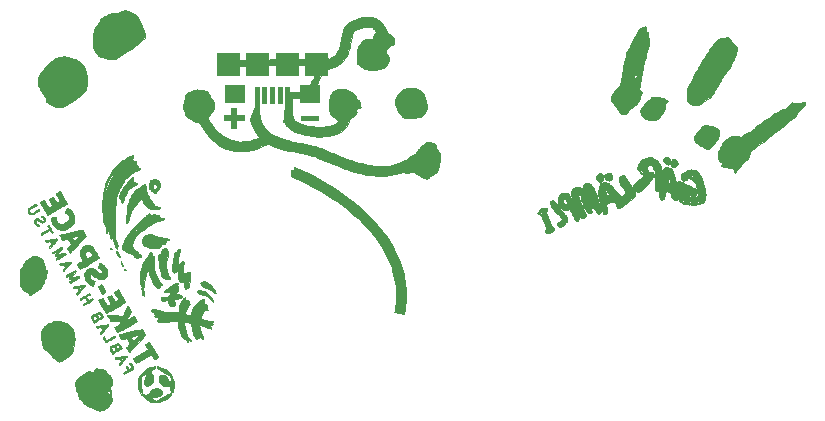
<source format=gbr>
G04 #@! TF.FileFunction,Copper,L2,Bot,Signal*
%FSLAX46Y46*%
G04 Gerber Fmt 4.6, Leading zero omitted, Abs format (unit mm)*
G04 Created by KiCad (PCBNEW 4.0.2+e4-6225~38~ubuntu16.04.1-stable) date Mit 05 Apr 2017 15:20:37 CST*
%MOMM*%
G01*
G04 APERTURE LIST*
%ADD10C,0.100000*%
%ADD11C,0.010000*%
%ADD12C,1.400000*%
%ADD13C,1.200000*%
%ADD14C,0.600000*%
%ADD15C,0.250000*%
G04 APERTURE END LIST*
D10*
D11*
G36*
X65344650Y-152355307D02*
X65418762Y-152366535D01*
X65518578Y-152385226D01*
X65628777Y-152408390D01*
X65698352Y-152424341D01*
X65927953Y-152479011D01*
X66155624Y-152704213D01*
X66250821Y-152800177D01*
X66321591Y-152876968D01*
X66375018Y-152943685D01*
X66418185Y-153009425D01*
X66458178Y-153083285D01*
X66471077Y-153109333D01*
X66543887Y-153292163D01*
X66584293Y-153472434D01*
X66590554Y-153641572D01*
X66586750Y-153679816D01*
X66574315Y-153739679D01*
X66549259Y-153787890D01*
X66502617Y-153839041D01*
X66471324Y-153867683D01*
X66398968Y-153946102D01*
X66367808Y-154016418D01*
X66377649Y-154079411D01*
X66408457Y-154119217D01*
X66426547Y-154142479D01*
X66439204Y-154177537D01*
X66447853Y-154232548D01*
X66453921Y-154315671D01*
X66457602Y-154400500D01*
X66465658Y-154538071D01*
X66479380Y-154645254D01*
X66500522Y-154733811D01*
X66512729Y-154770183D01*
X66542462Y-154862249D01*
X66555834Y-154940517D01*
X66551460Y-155015797D01*
X66527955Y-155098901D01*
X66483935Y-155200639D01*
X66448374Y-155272609D01*
X66337423Y-155462179D01*
X66214872Y-155613899D01*
X66077350Y-155731449D01*
X65967948Y-155796600D01*
X65876380Y-155836907D01*
X65767886Y-155875783D01*
X65655614Y-155909372D01*
X65552716Y-155933820D01*
X65472341Y-155945273D01*
X65459403Y-155945666D01*
X65416078Y-155935124D01*
X65349344Y-155907065D01*
X65271417Y-155866842D01*
X65245831Y-155852108D01*
X65150141Y-155801454D01*
X65034368Y-155748840D01*
X64919258Y-155703498D01*
X64886667Y-155692269D01*
X64736821Y-155639533D01*
X64609433Y-155585708D01*
X64494961Y-155524946D01*
X64383863Y-155451394D01*
X64266599Y-155359203D01*
X64133626Y-155242522D01*
X64093968Y-155206223D01*
X63999921Y-155117444D01*
X63915078Y-155033354D01*
X63845227Y-154960006D01*
X63796158Y-154903454D01*
X63774838Y-154872540D01*
X63756433Y-154819281D01*
X63736417Y-154738526D01*
X63718236Y-154644809D01*
X63712871Y-154611156D01*
X63694992Y-154508059D01*
X63674253Y-154432265D01*
X63645450Y-154368808D01*
X63607813Y-154309127D01*
X63540194Y-154182968D01*
X63531382Y-154149796D01*
X64722671Y-154149796D01*
X64725757Y-154285350D01*
X64763741Y-154402619D01*
X64839661Y-154509123D01*
X64886552Y-154555127D01*
X65010249Y-154642914D01*
X65139116Y-154688852D01*
X65272427Y-154692818D01*
X65409451Y-154654689D01*
X65427594Y-154646590D01*
X65542320Y-154573312D01*
X65635371Y-154474526D01*
X65700533Y-154359286D01*
X65714648Y-154303550D01*
X66146953Y-154303550D01*
X66149084Y-154367019D01*
X66180840Y-154430419D01*
X66214816Y-154464334D01*
X66287641Y-154501758D01*
X66360669Y-154497588D01*
X66390891Y-154484421D01*
X66421436Y-154446497D01*
X66432645Y-154385181D01*
X66422115Y-154315881D01*
X66418685Y-154306198D01*
X66384711Y-154265885D01*
X66326848Y-154233379D01*
X66263539Y-154217148D01*
X66229081Y-154219110D01*
X66173825Y-154250689D01*
X66146953Y-154303550D01*
X65714648Y-154303550D01*
X65731592Y-154236648D01*
X65733333Y-154201042D01*
X65714191Y-154070856D01*
X65661119Y-153946980D01*
X65580643Y-153838305D01*
X65479293Y-153753717D01*
X65367712Y-153703230D01*
X65221331Y-153682662D01*
X65081283Y-153702404D01*
X64953084Y-153761054D01*
X64867128Y-153830628D01*
X64790907Y-153923402D01*
X64745084Y-154024474D01*
X64722729Y-154149150D01*
X64722671Y-154149796D01*
X63531382Y-154149796D01*
X63510849Y-154072513D01*
X63493677Y-153985426D01*
X63468976Y-153881752D01*
X63444422Y-153792068D01*
X63398418Y-153637102D01*
X63443331Y-153537259D01*
X63476751Y-153461033D01*
X63508211Y-153386231D01*
X63518057Y-153361793D01*
X63573529Y-153264659D01*
X63662354Y-153162149D01*
X63777266Y-153060812D01*
X63910997Y-152967197D01*
X64029417Y-152900883D01*
X64114413Y-152853195D01*
X64209238Y-152792108D01*
X64283417Y-152738363D01*
X64361076Y-152681781D01*
X64444181Y-152627769D01*
X64522959Y-152581995D01*
X64587638Y-152550129D01*
X64628445Y-152537840D01*
X64629052Y-152537833D01*
X64655543Y-152550032D01*
X64701341Y-152581009D01*
X64727917Y-152601333D01*
X64787065Y-152642973D01*
X64837621Y-152661577D01*
X64887152Y-152654944D01*
X64943225Y-152620871D01*
X65013407Y-152557158D01*
X65066294Y-152502887D01*
X65220550Y-152340942D01*
X65344650Y-152355307D01*
X65344650Y-152355307D01*
G37*
X65344650Y-152355307D02*
X65418762Y-152366535D01*
X65518578Y-152385226D01*
X65628777Y-152408390D01*
X65698352Y-152424341D01*
X65927953Y-152479011D01*
X66155624Y-152704213D01*
X66250821Y-152800177D01*
X66321591Y-152876968D01*
X66375018Y-152943685D01*
X66418185Y-153009425D01*
X66458178Y-153083285D01*
X66471077Y-153109333D01*
X66543887Y-153292163D01*
X66584293Y-153472434D01*
X66590554Y-153641572D01*
X66586750Y-153679816D01*
X66574315Y-153739679D01*
X66549259Y-153787890D01*
X66502617Y-153839041D01*
X66471324Y-153867683D01*
X66398968Y-153946102D01*
X66367808Y-154016418D01*
X66377649Y-154079411D01*
X66408457Y-154119217D01*
X66426547Y-154142479D01*
X66439204Y-154177537D01*
X66447853Y-154232548D01*
X66453921Y-154315671D01*
X66457602Y-154400500D01*
X66465658Y-154538071D01*
X66479380Y-154645254D01*
X66500522Y-154733811D01*
X66512729Y-154770183D01*
X66542462Y-154862249D01*
X66555834Y-154940517D01*
X66551460Y-155015797D01*
X66527955Y-155098901D01*
X66483935Y-155200639D01*
X66448374Y-155272609D01*
X66337423Y-155462179D01*
X66214872Y-155613899D01*
X66077350Y-155731449D01*
X65967948Y-155796600D01*
X65876380Y-155836907D01*
X65767886Y-155875783D01*
X65655614Y-155909372D01*
X65552716Y-155933820D01*
X65472341Y-155945273D01*
X65459403Y-155945666D01*
X65416078Y-155935124D01*
X65349344Y-155907065D01*
X65271417Y-155866842D01*
X65245831Y-155852108D01*
X65150141Y-155801454D01*
X65034368Y-155748840D01*
X64919258Y-155703498D01*
X64886667Y-155692269D01*
X64736821Y-155639533D01*
X64609433Y-155585708D01*
X64494961Y-155524946D01*
X64383863Y-155451394D01*
X64266599Y-155359203D01*
X64133626Y-155242522D01*
X64093968Y-155206223D01*
X63999921Y-155117444D01*
X63915078Y-155033354D01*
X63845227Y-154960006D01*
X63796158Y-154903454D01*
X63774838Y-154872540D01*
X63756433Y-154819281D01*
X63736417Y-154738526D01*
X63718236Y-154644809D01*
X63712871Y-154611156D01*
X63694992Y-154508059D01*
X63674253Y-154432265D01*
X63645450Y-154368808D01*
X63607813Y-154309127D01*
X63540194Y-154182968D01*
X63531382Y-154149796D01*
X64722671Y-154149796D01*
X64725757Y-154285350D01*
X64763741Y-154402619D01*
X64839661Y-154509123D01*
X64886552Y-154555127D01*
X65010249Y-154642914D01*
X65139116Y-154688852D01*
X65272427Y-154692818D01*
X65409451Y-154654689D01*
X65427594Y-154646590D01*
X65542320Y-154573312D01*
X65635371Y-154474526D01*
X65700533Y-154359286D01*
X65714648Y-154303550D01*
X66146953Y-154303550D01*
X66149084Y-154367019D01*
X66180840Y-154430419D01*
X66214816Y-154464334D01*
X66287641Y-154501758D01*
X66360669Y-154497588D01*
X66390891Y-154484421D01*
X66421436Y-154446497D01*
X66432645Y-154385181D01*
X66422115Y-154315881D01*
X66418685Y-154306198D01*
X66384711Y-154265885D01*
X66326848Y-154233379D01*
X66263539Y-154217148D01*
X66229081Y-154219110D01*
X66173825Y-154250689D01*
X66146953Y-154303550D01*
X65714648Y-154303550D01*
X65731592Y-154236648D01*
X65733333Y-154201042D01*
X65714191Y-154070856D01*
X65661119Y-153946980D01*
X65580643Y-153838305D01*
X65479293Y-153753717D01*
X65367712Y-153703230D01*
X65221331Y-153682662D01*
X65081283Y-153702404D01*
X64953084Y-153761054D01*
X64867128Y-153830628D01*
X64790907Y-153923402D01*
X64745084Y-154024474D01*
X64722729Y-154149150D01*
X64722671Y-154149796D01*
X63531382Y-154149796D01*
X63510849Y-154072513D01*
X63493677Y-153985426D01*
X63468976Y-153881752D01*
X63444422Y-153792068D01*
X63398418Y-153637102D01*
X63443331Y-153537259D01*
X63476751Y-153461033D01*
X63508211Y-153386231D01*
X63518057Y-153361793D01*
X63573529Y-153264659D01*
X63662354Y-153162149D01*
X63777266Y-153060812D01*
X63910997Y-152967197D01*
X64029417Y-152900883D01*
X64114413Y-152853195D01*
X64209238Y-152792108D01*
X64283417Y-152738363D01*
X64361076Y-152681781D01*
X64444181Y-152627769D01*
X64522959Y-152581995D01*
X64587638Y-152550129D01*
X64628445Y-152537840D01*
X64629052Y-152537833D01*
X64655543Y-152550032D01*
X64701341Y-152581009D01*
X64727917Y-152601333D01*
X64787065Y-152642973D01*
X64837621Y-152661577D01*
X64887152Y-152654944D01*
X64943225Y-152620871D01*
X65013407Y-152557158D01*
X65066294Y-152502887D01*
X65220550Y-152340942D01*
X65344650Y-152355307D01*
G36*
X70365560Y-154043929D02*
X70501744Y-154071089D01*
X70625288Y-154122723D01*
X70728434Y-154197988D01*
X70803427Y-154296047D01*
X70805704Y-154300380D01*
X70830623Y-154388293D01*
X70817636Y-154474141D01*
X70771133Y-154554096D01*
X70695504Y-154624328D01*
X70595140Y-154681010D01*
X70474431Y-154720311D01*
X70337767Y-154738405D01*
X70302555Y-154739166D01*
X70215281Y-154741844D01*
X70151087Y-154753180D01*
X70090882Y-154778128D01*
X70038766Y-154807611D01*
X69979457Y-154844692D01*
X69938149Y-154873589D01*
X69924473Y-154886986D01*
X69941559Y-154901114D01*
X69986249Y-154929772D01*
X70048879Y-154967409D01*
X70119786Y-155008470D01*
X70189307Y-155047405D01*
X70247778Y-155078659D01*
X70285538Y-155096680D01*
X70293427Y-155099000D01*
X70314582Y-155088793D01*
X70367810Y-155059877D01*
X70448582Y-155014805D01*
X70552367Y-154956133D01*
X70674633Y-154886413D01*
X70810849Y-154808201D01*
X70879108Y-154768825D01*
X71039204Y-154676495D01*
X71166929Y-154603455D01*
X71266493Y-154547683D01*
X71342104Y-154507160D01*
X71397971Y-154479864D01*
X71438302Y-154463775D01*
X71467306Y-154456873D01*
X71489192Y-154457135D01*
X71508167Y-154462543D01*
X71512985Y-154464476D01*
X71556005Y-154486018D01*
X71575133Y-154502960D01*
X71575194Y-154503609D01*
X71560467Y-154538988D01*
X71520309Y-154596584D01*
X71460059Y-154669539D01*
X71385057Y-154750997D01*
X71372347Y-154764054D01*
X71181236Y-154930354D01*
X70971983Y-155058548D01*
X70745605Y-155148278D01*
X70503117Y-155199188D01*
X70245537Y-155210921D01*
X70121530Y-155202993D01*
X69885334Y-155159336D01*
X69656250Y-155076661D01*
X69440796Y-154958276D01*
X69245489Y-154807493D01*
X69144057Y-154706549D01*
X69072882Y-154626911D01*
X69028774Y-154571037D01*
X69009086Y-154532541D01*
X69011172Y-154505035D01*
X69032385Y-154482130D01*
X69046871Y-154472011D01*
X69074137Y-154455912D01*
X69099904Y-154449301D01*
X69131919Y-154454559D01*
X69177930Y-154474069D01*
X69245682Y-154510214D01*
X69334138Y-154560358D01*
X69431859Y-154616183D01*
X69593205Y-154524216D01*
X69670959Y-154478774D01*
X69718719Y-154446014D01*
X69743756Y-154418537D01*
X69753344Y-154388945D01*
X69754775Y-154359830D01*
X69761887Y-154310034D01*
X69787808Y-154263035D01*
X69839929Y-154206118D01*
X69849548Y-154196816D01*
X69958729Y-154117685D01*
X70086296Y-154066386D01*
X70224492Y-154042081D01*
X70365560Y-154043929D01*
X70365560Y-154043929D01*
G37*
X70365560Y-154043929D02*
X70501744Y-154071089D01*
X70625288Y-154122723D01*
X70728434Y-154197988D01*
X70803427Y-154296047D01*
X70805704Y-154300380D01*
X70830623Y-154388293D01*
X70817636Y-154474141D01*
X70771133Y-154554096D01*
X70695504Y-154624328D01*
X70595140Y-154681010D01*
X70474431Y-154720311D01*
X70337767Y-154738405D01*
X70302555Y-154739166D01*
X70215281Y-154741844D01*
X70151087Y-154753180D01*
X70090882Y-154778128D01*
X70038766Y-154807611D01*
X69979457Y-154844692D01*
X69938149Y-154873589D01*
X69924473Y-154886986D01*
X69941559Y-154901114D01*
X69986249Y-154929772D01*
X70048879Y-154967409D01*
X70119786Y-155008470D01*
X70189307Y-155047405D01*
X70247778Y-155078659D01*
X70285538Y-155096680D01*
X70293427Y-155099000D01*
X70314582Y-155088793D01*
X70367810Y-155059877D01*
X70448582Y-155014805D01*
X70552367Y-154956133D01*
X70674633Y-154886413D01*
X70810849Y-154808201D01*
X70879108Y-154768825D01*
X71039204Y-154676495D01*
X71166929Y-154603455D01*
X71266493Y-154547683D01*
X71342104Y-154507160D01*
X71397971Y-154479864D01*
X71438302Y-154463775D01*
X71467306Y-154456873D01*
X71489192Y-154457135D01*
X71508167Y-154462543D01*
X71512985Y-154464476D01*
X71556005Y-154486018D01*
X71575133Y-154502960D01*
X71575194Y-154503609D01*
X71560467Y-154538988D01*
X71520309Y-154596584D01*
X71460059Y-154669539D01*
X71385057Y-154750997D01*
X71372347Y-154764054D01*
X71181236Y-154930354D01*
X70971983Y-155058548D01*
X70745605Y-155148278D01*
X70503117Y-155199188D01*
X70245537Y-155210921D01*
X70121530Y-155202993D01*
X69885334Y-155159336D01*
X69656250Y-155076661D01*
X69440796Y-154958276D01*
X69245489Y-154807493D01*
X69144057Y-154706549D01*
X69072882Y-154626911D01*
X69028774Y-154571037D01*
X69009086Y-154532541D01*
X69011172Y-154505035D01*
X69032385Y-154482130D01*
X69046871Y-154472011D01*
X69074137Y-154455912D01*
X69099904Y-154449301D01*
X69131919Y-154454559D01*
X69177930Y-154474069D01*
X69245682Y-154510214D01*
X69334138Y-154560358D01*
X69431859Y-154616183D01*
X69593205Y-154524216D01*
X69670959Y-154478774D01*
X69718719Y-154446014D01*
X69743756Y-154418537D01*
X69753344Y-154388945D01*
X69754775Y-154359830D01*
X69761887Y-154310034D01*
X69787808Y-154263035D01*
X69839929Y-154206118D01*
X69849548Y-154196816D01*
X69958729Y-154117685D01*
X70086296Y-154066386D01*
X70224492Y-154042081D01*
X70365560Y-154043929D01*
G36*
X70199500Y-152247957D02*
X70197586Y-152283738D01*
X70187270Y-152311597D01*
X70161687Y-152338305D01*
X70113976Y-152370633D01*
X70037272Y-152415352D01*
X70019723Y-152425316D01*
X69839946Y-152527250D01*
X69839806Y-152676788D01*
X69839667Y-152826326D01*
X69912793Y-152861197D01*
X69987685Y-152918575D01*
X70036745Y-153002294D01*
X70060607Y-153105655D01*
X70059900Y-153221956D01*
X70035256Y-153344496D01*
X69987306Y-153466575D01*
X69916683Y-153581490D01*
X69836477Y-153671185D01*
X69724081Y-153761736D01*
X69620427Y-153813154D01*
X69521370Y-153826630D01*
X69422767Y-153803355D01*
X69404593Y-153795282D01*
X69338503Y-153743047D01*
X69285942Y-153661944D01*
X69253756Y-153564903D01*
X69247000Y-153497597D01*
X69265459Y-153358150D01*
X69318260Y-153211845D01*
X69383279Y-153096526D01*
X69428524Y-153020848D01*
X69451489Y-152957649D01*
X69458577Y-152888272D01*
X69458667Y-152876825D01*
X69455125Y-152816343D01*
X69446067Y-152777898D01*
X69438923Y-152770666D01*
X69413384Y-152780618D01*
X69359859Y-152807513D01*
X69286898Y-152846911D01*
X69224923Y-152881791D01*
X69030665Y-152992916D01*
X69044011Y-153664193D01*
X69057357Y-154335469D01*
X68994480Y-154367984D01*
X68949155Y-154390117D01*
X68923107Y-154400407D01*
X68922219Y-154400500D01*
X68910292Y-154382439D01*
X68887950Y-154335038D01*
X68859979Y-154268466D01*
X68859342Y-154266876D01*
X68782777Y-154022343D01*
X68746681Y-153776246D01*
X68750283Y-153532504D01*
X68792811Y-153295041D01*
X68873495Y-153067778D01*
X68991563Y-152854638D01*
X69146245Y-152659542D01*
X69182770Y-152621770D01*
X69361006Y-152470322D01*
X69562581Y-152346053D01*
X69778473Y-152253393D01*
X69999662Y-152196774D01*
X70067208Y-152187309D01*
X70199500Y-152172531D01*
X70199500Y-152247957D01*
X70199500Y-152247957D01*
G37*
X70199500Y-152247957D02*
X70197586Y-152283738D01*
X70187270Y-152311597D01*
X70161687Y-152338305D01*
X70113976Y-152370633D01*
X70037272Y-152415352D01*
X70019723Y-152425316D01*
X69839946Y-152527250D01*
X69839806Y-152676788D01*
X69839667Y-152826326D01*
X69912793Y-152861197D01*
X69987685Y-152918575D01*
X70036745Y-153002294D01*
X70060607Y-153105655D01*
X70059900Y-153221956D01*
X70035256Y-153344496D01*
X69987306Y-153466575D01*
X69916683Y-153581490D01*
X69836477Y-153671185D01*
X69724081Y-153761736D01*
X69620427Y-153813154D01*
X69521370Y-153826630D01*
X69422767Y-153803355D01*
X69404593Y-153795282D01*
X69338503Y-153743047D01*
X69285942Y-153661944D01*
X69253756Y-153564903D01*
X69247000Y-153497597D01*
X69265459Y-153358150D01*
X69318260Y-153211845D01*
X69383279Y-153096526D01*
X69428524Y-153020848D01*
X69451489Y-152957649D01*
X69458577Y-152888272D01*
X69458667Y-152876825D01*
X69455125Y-152816343D01*
X69446067Y-152777898D01*
X69438923Y-152770666D01*
X69413384Y-152780618D01*
X69359859Y-152807513D01*
X69286898Y-152846911D01*
X69224923Y-152881791D01*
X69030665Y-152992916D01*
X69044011Y-153664193D01*
X69057357Y-154335469D01*
X68994480Y-154367984D01*
X68949155Y-154390117D01*
X68923107Y-154400407D01*
X68922219Y-154400500D01*
X68910292Y-154382439D01*
X68887950Y-154335038D01*
X68859979Y-154268466D01*
X68859342Y-154266876D01*
X68782777Y-154022343D01*
X68746681Y-153776246D01*
X68750283Y-153532504D01*
X68792811Y-153295041D01*
X68873495Y-153067778D01*
X68991563Y-152854638D01*
X69146245Y-152659542D01*
X69182770Y-152621770D01*
X69361006Y-152470322D01*
X69562581Y-152346053D01*
X69778473Y-152253393D01*
X69999662Y-152196774D01*
X70067208Y-152187309D01*
X70199500Y-152172531D01*
X70199500Y-152247957D01*
G36*
X70412424Y-152181738D02*
X70490199Y-152194088D01*
X70564106Y-152207974D01*
X70804018Y-152274462D01*
X71025667Y-152376642D01*
X71225914Y-152510935D01*
X71401619Y-152673764D01*
X71549643Y-152861551D01*
X71666848Y-153070717D01*
X71750093Y-153297686D01*
X71796239Y-153538878D01*
X71802722Y-153619669D01*
X71803051Y-153778773D01*
X71788791Y-153938884D01*
X71761861Y-154090349D01*
X71724182Y-154223511D01*
X71677673Y-154328718D01*
X71654694Y-154363946D01*
X71632948Y-154386101D01*
X71607940Y-154384330D01*
X71570732Y-154363488D01*
X71544405Y-154345215D01*
X71527336Y-154323442D01*
X71517161Y-154289034D01*
X71511517Y-154232858D01*
X71508042Y-154145780D01*
X71507232Y-154118035D01*
X71501250Y-153908036D01*
X71387944Y-153844076D01*
X71324427Y-153809495D01*
X71284193Y-153794108D01*
X71254006Y-153795694D01*
X71220630Y-153812036D01*
X71215345Y-153815141D01*
X71120111Y-153848770D01*
X71017785Y-153846215D01*
X70913295Y-153811880D01*
X70811574Y-153750173D01*
X70717549Y-153665497D01*
X70636153Y-153562258D01*
X70572314Y-153444863D01*
X70530963Y-153317717D01*
X70517000Y-153191113D01*
X70531270Y-153068997D01*
X70571080Y-152976348D01*
X70631930Y-152912804D01*
X70709317Y-152878006D01*
X70798742Y-152871592D01*
X70895704Y-152893203D01*
X70995702Y-152942476D01*
X71094234Y-153019053D01*
X71186801Y-153122571D01*
X71268179Y-153251303D01*
X71322335Y-153338209D01*
X71381419Y-153396831D01*
X71422271Y-153422933D01*
X71511833Y-153472338D01*
X71511600Y-153306710D01*
X71512276Y-153222835D01*
X71512180Y-153155232D01*
X71507731Y-153100034D01*
X71495350Y-153053377D01*
X71471456Y-153011393D01*
X71432470Y-152970217D01*
X71374812Y-152925983D01*
X71294900Y-152874825D01*
X71189156Y-152812876D01*
X71054000Y-152736271D01*
X70905730Y-152652439D01*
X70326500Y-152323573D01*
X70326500Y-152250786D01*
X70328337Y-152213210D01*
X70338559Y-152190025D01*
X70364232Y-152179959D01*
X70412424Y-152181738D01*
X70412424Y-152181738D01*
G37*
X70412424Y-152181738D02*
X70490199Y-152194088D01*
X70564106Y-152207974D01*
X70804018Y-152274462D01*
X71025667Y-152376642D01*
X71225914Y-152510935D01*
X71401619Y-152673764D01*
X71549643Y-152861551D01*
X71666848Y-153070717D01*
X71750093Y-153297686D01*
X71796239Y-153538878D01*
X71802722Y-153619669D01*
X71803051Y-153778773D01*
X71788791Y-153938884D01*
X71761861Y-154090349D01*
X71724182Y-154223511D01*
X71677673Y-154328718D01*
X71654694Y-154363946D01*
X71632948Y-154386101D01*
X71607940Y-154384330D01*
X71570732Y-154363488D01*
X71544405Y-154345215D01*
X71527336Y-154323442D01*
X71517161Y-154289034D01*
X71511517Y-154232858D01*
X71508042Y-154145780D01*
X71507232Y-154118035D01*
X71501250Y-153908036D01*
X71387944Y-153844076D01*
X71324427Y-153809495D01*
X71284193Y-153794108D01*
X71254006Y-153795694D01*
X71220630Y-153812036D01*
X71215345Y-153815141D01*
X71120111Y-153848770D01*
X71017785Y-153846215D01*
X70913295Y-153811880D01*
X70811574Y-153750173D01*
X70717549Y-153665497D01*
X70636153Y-153562258D01*
X70572314Y-153444863D01*
X70530963Y-153317717D01*
X70517000Y-153191113D01*
X70531270Y-153068997D01*
X70571080Y-152976348D01*
X70631930Y-152912804D01*
X70709317Y-152878006D01*
X70798742Y-152871592D01*
X70895704Y-152893203D01*
X70995702Y-152942476D01*
X71094234Y-153019053D01*
X71186801Y-153122571D01*
X71268179Y-153251303D01*
X71322335Y-153338209D01*
X71381419Y-153396831D01*
X71422271Y-153422933D01*
X71511833Y-153472338D01*
X71511600Y-153306710D01*
X71512276Y-153222835D01*
X71512180Y-153155232D01*
X71507731Y-153100034D01*
X71495350Y-153053377D01*
X71471456Y-153011393D01*
X71432470Y-152970217D01*
X71374812Y-152925983D01*
X71294900Y-152874825D01*
X71189156Y-152812876D01*
X71054000Y-152736271D01*
X70905730Y-152652439D01*
X70326500Y-152323573D01*
X70326500Y-152250786D01*
X70328337Y-152213210D01*
X70338559Y-152190025D01*
X70364232Y-152179959D01*
X70412424Y-152181738D01*
G36*
X68251224Y-152074012D02*
X68304054Y-152165676D01*
X68342206Y-152240520D01*
X68362557Y-152291954D01*
X68363932Y-152311800D01*
X68348890Y-152346852D01*
X68347741Y-152354915D01*
X68330445Y-152368916D01*
X68283068Y-152400216D01*
X68212156Y-152444892D01*
X68124258Y-152499020D01*
X68025920Y-152558677D01*
X67923690Y-152619938D01*
X67824117Y-152678881D01*
X67733747Y-152731583D01*
X67659127Y-152774118D01*
X67606806Y-152802565D01*
X67583331Y-152812999D01*
X67583294Y-152813000D01*
X67569589Y-152796398D01*
X67546572Y-152756237D01*
X67545483Y-152754140D01*
X67515045Y-152695280D01*
X67693106Y-152593998D01*
X67769257Y-152549227D01*
X67829151Y-152511242D01*
X67864775Y-152485280D01*
X67871167Y-152477651D01*
X67860435Y-152450145D01*
X67842705Y-152420834D01*
X67815738Y-152378524D01*
X67778497Y-152316876D01*
X67756803Y-152279865D01*
X67699362Y-152180646D01*
X67758277Y-152149778D01*
X67817192Y-152118909D01*
X67900395Y-152259579D01*
X67940588Y-152327230D01*
X67971801Y-152379201D01*
X67988370Y-152406074D01*
X67989453Y-152407640D01*
X68010484Y-152403947D01*
X68054085Y-152383375D01*
X68108018Y-152353131D01*
X68160040Y-152320426D01*
X68197911Y-152292467D01*
X68209833Y-152277858D01*
X68199472Y-152251560D01*
X68171825Y-152198964D01*
X68132049Y-152129668D01*
X68114583Y-152100554D01*
X68071773Y-152029247D01*
X68038936Y-151973036D01*
X68021121Y-151940638D01*
X68019333Y-151936266D01*
X68034932Y-151920761D01*
X68070990Y-151895021D01*
X68122648Y-151861174D01*
X68251224Y-152074012D01*
X68251224Y-152074012D01*
G37*
X68251224Y-152074012D02*
X68304054Y-152165676D01*
X68342206Y-152240520D01*
X68362557Y-152291954D01*
X68363932Y-152311800D01*
X68348890Y-152346852D01*
X68347741Y-152354915D01*
X68330445Y-152368916D01*
X68283068Y-152400216D01*
X68212156Y-152444892D01*
X68124258Y-152499020D01*
X68025920Y-152558677D01*
X67923690Y-152619938D01*
X67824117Y-152678881D01*
X67733747Y-152731583D01*
X67659127Y-152774118D01*
X67606806Y-152802565D01*
X67583331Y-152812999D01*
X67583294Y-152813000D01*
X67569589Y-152796398D01*
X67546572Y-152756237D01*
X67545483Y-152754140D01*
X67515045Y-152695280D01*
X67693106Y-152593998D01*
X67769257Y-152549227D01*
X67829151Y-152511242D01*
X67864775Y-152485280D01*
X67871167Y-152477651D01*
X67860435Y-152450145D01*
X67842705Y-152420834D01*
X67815738Y-152378524D01*
X67778497Y-152316876D01*
X67756803Y-152279865D01*
X67699362Y-152180646D01*
X67758277Y-152149778D01*
X67817192Y-152118909D01*
X67900395Y-152259579D01*
X67940588Y-152327230D01*
X67971801Y-152379201D01*
X67988370Y-152406074D01*
X67989453Y-152407640D01*
X68010484Y-152403947D01*
X68054085Y-152383375D01*
X68108018Y-152353131D01*
X68160040Y-152320426D01*
X68197911Y-152292467D01*
X68209833Y-152277858D01*
X68199472Y-152251560D01*
X68171825Y-152198964D01*
X68132049Y-152129668D01*
X68114583Y-152100554D01*
X68071773Y-152029247D01*
X68038936Y-151973036D01*
X68021121Y-151940638D01*
X68019333Y-151936266D01*
X68034932Y-151920761D01*
X68070990Y-151895021D01*
X68122648Y-151861174D01*
X68251224Y-152074012D01*
G36*
X67761681Y-151268735D02*
X67775961Y-151277454D01*
X67781493Y-151283775D01*
X67800496Y-151321218D01*
X67801508Y-151339224D01*
X67785979Y-151362241D01*
X67748033Y-151411038D01*
X67692370Y-151480028D01*
X67623689Y-151563624D01*
X67546689Y-151656241D01*
X67466069Y-151752292D01*
X67386529Y-151846189D01*
X67312768Y-151932347D01*
X67249485Y-152005179D01*
X67201379Y-152059098D01*
X67173150Y-152088519D01*
X67168051Y-152092297D01*
X67148633Y-152076361D01*
X67123095Y-152036539D01*
X67122813Y-152036001D01*
X67109030Y-152004977D01*
X67108624Y-151978026D01*
X67125791Y-151945121D01*
X67164724Y-151896239D01*
X67196911Y-151858939D01*
X67301049Y-151739209D01*
X67231566Y-151620355D01*
X67191239Y-151559220D01*
X67154250Y-151516440D01*
X67130333Y-151501827D01*
X67093873Y-151506252D01*
X67030758Y-151517444D01*
X66965557Y-151530689D01*
X66832532Y-151559225D01*
X66800776Y-151497815D01*
X66789054Y-151470110D01*
X67299667Y-151470110D01*
X67309391Y-151490886D01*
X67333791Y-151534695D01*
X67345157Y-151554181D01*
X67390648Y-151631282D01*
X67471255Y-151539516D01*
X67515141Y-151486797D01*
X67544790Y-151445916D01*
X67552764Y-151429610D01*
X67538237Y-151419516D01*
X67524623Y-151422615D01*
X67487003Y-151432362D01*
X67426091Y-151443911D01*
X67397623Y-151448450D01*
X67340075Y-151458418D01*
X67304849Y-151467100D01*
X67299667Y-151470110D01*
X66789054Y-151470110D01*
X66781893Y-151453188D01*
X66786837Y-151431912D01*
X66796218Y-151427131D01*
X66824213Y-151420785D01*
X66887506Y-151408163D01*
X66979729Y-151390481D01*
X67094516Y-151368950D01*
X67225499Y-151344786D01*
X67289083Y-151333184D01*
X67440644Y-151305860D01*
X67555958Y-151285884D01*
X67640372Y-151272720D01*
X67699233Y-151265831D01*
X67737888Y-151264682D01*
X67761681Y-151268735D01*
X67761681Y-151268735D01*
G37*
X67761681Y-151268735D02*
X67775961Y-151277454D01*
X67781493Y-151283775D01*
X67800496Y-151321218D01*
X67801508Y-151339224D01*
X67785979Y-151362241D01*
X67748033Y-151411038D01*
X67692370Y-151480028D01*
X67623689Y-151563624D01*
X67546689Y-151656241D01*
X67466069Y-151752292D01*
X67386529Y-151846189D01*
X67312768Y-151932347D01*
X67249485Y-152005179D01*
X67201379Y-152059098D01*
X67173150Y-152088519D01*
X67168051Y-152092297D01*
X67148633Y-152076361D01*
X67123095Y-152036539D01*
X67122813Y-152036001D01*
X67109030Y-152004977D01*
X67108624Y-151978026D01*
X67125791Y-151945121D01*
X67164724Y-151896239D01*
X67196911Y-151858939D01*
X67301049Y-151739209D01*
X67231566Y-151620355D01*
X67191239Y-151559220D01*
X67154250Y-151516440D01*
X67130333Y-151501827D01*
X67093873Y-151506252D01*
X67030758Y-151517444D01*
X66965557Y-151530689D01*
X66832532Y-151559225D01*
X66800776Y-151497815D01*
X66789054Y-151470110D01*
X67299667Y-151470110D01*
X67309391Y-151490886D01*
X67333791Y-151534695D01*
X67345157Y-151554181D01*
X67390648Y-151631282D01*
X67471255Y-151539516D01*
X67515141Y-151486797D01*
X67544790Y-151445916D01*
X67552764Y-151429610D01*
X67538237Y-151419516D01*
X67524623Y-151422615D01*
X67487003Y-151432362D01*
X67426091Y-151443911D01*
X67397623Y-151448450D01*
X67340075Y-151458418D01*
X67304849Y-151467100D01*
X67299667Y-151470110D01*
X66789054Y-151470110D01*
X66781893Y-151453188D01*
X66786837Y-151431912D01*
X66796218Y-151427131D01*
X66824213Y-151420785D01*
X66887506Y-151408163D01*
X66979729Y-151390481D01*
X67094516Y-151368950D01*
X67225499Y-151344786D01*
X67289083Y-151333184D01*
X67440644Y-151305860D01*
X67555958Y-151285884D01*
X67640372Y-151272720D01*
X67699233Y-151265831D01*
X67737888Y-151264682D01*
X67761681Y-151268735D01*
G36*
X70029578Y-150640048D02*
X70115009Y-150783736D01*
X70196112Y-150920251D01*
X70269607Y-151044064D01*
X70332215Y-151149645D01*
X70380656Y-151231467D01*
X70411650Y-151284000D01*
X70416786Y-151292761D01*
X70474658Y-151391773D01*
X70342371Y-151470316D01*
X70270076Y-151513348D01*
X70207017Y-151551070D01*
X70166693Y-151575408D01*
X70166348Y-151575619D01*
X70146600Y-151584573D01*
X70127735Y-151581291D01*
X70104991Y-151560530D01*
X70073607Y-151517046D01*
X70028823Y-151445595D01*
X69990343Y-151381792D01*
X69938449Y-151297733D01*
X69893649Y-151229794D01*
X69860584Y-151184697D01*
X69843896Y-151169161D01*
X69843578Y-151169279D01*
X69822439Y-151181400D01*
X69768949Y-151212181D01*
X69687427Y-151259132D01*
X69582196Y-151319764D01*
X69457576Y-151391587D01*
X69317886Y-151472112D01*
X69199980Y-151540092D01*
X69051825Y-151625379D01*
X68915601Y-151703531D01*
X68795569Y-151772123D01*
X68695993Y-151828731D01*
X68621136Y-151870929D01*
X68575260Y-151896292D01*
X68562296Y-151902833D01*
X68548680Y-151885812D01*
X68518359Y-151839679D01*
X68476060Y-151771825D01*
X68434691Y-151703379D01*
X68386572Y-151621112D01*
X68347946Y-151551962D01*
X68323257Y-151504090D01*
X68316531Y-151486421D01*
X68334454Y-151472191D01*
X68385025Y-151439581D01*
X68464065Y-151391093D01*
X68567400Y-151329231D01*
X68690853Y-151256499D01*
X68830247Y-151175399D01*
X68961070Y-151100080D01*
X69110497Y-151014009D01*
X69247247Y-150934380D01*
X69367214Y-150863649D01*
X69466292Y-150804276D01*
X69540372Y-150758718D01*
X69585350Y-150729433D01*
X69597597Y-150719080D01*
X69584343Y-150697018D01*
X69554000Y-150646712D01*
X69511384Y-150576143D01*
X69471641Y-150510380D01*
X69423334Y-150429128D01*
X69384517Y-150361283D01*
X69359717Y-150314924D01*
X69353013Y-150298714D01*
X69370295Y-150282387D01*
X69416550Y-150251012D01*
X69483646Y-150209914D01*
X69526718Y-150184964D01*
X69700243Y-150086346D01*
X70029578Y-150640048D01*
X70029578Y-150640048D01*
G37*
X70029578Y-150640048D02*
X70115009Y-150783736D01*
X70196112Y-150920251D01*
X70269607Y-151044064D01*
X70332215Y-151149645D01*
X70380656Y-151231467D01*
X70411650Y-151284000D01*
X70416786Y-151292761D01*
X70474658Y-151391773D01*
X70342371Y-151470316D01*
X70270076Y-151513348D01*
X70207017Y-151551070D01*
X70166693Y-151575408D01*
X70166348Y-151575619D01*
X70146600Y-151584573D01*
X70127735Y-151581291D01*
X70104991Y-151560530D01*
X70073607Y-151517046D01*
X70028823Y-151445595D01*
X69990343Y-151381792D01*
X69938449Y-151297733D01*
X69893649Y-151229794D01*
X69860584Y-151184697D01*
X69843896Y-151169161D01*
X69843578Y-151169279D01*
X69822439Y-151181400D01*
X69768949Y-151212181D01*
X69687427Y-151259132D01*
X69582196Y-151319764D01*
X69457576Y-151391587D01*
X69317886Y-151472112D01*
X69199980Y-151540092D01*
X69051825Y-151625379D01*
X68915601Y-151703531D01*
X68795569Y-151772123D01*
X68695993Y-151828731D01*
X68621136Y-151870929D01*
X68575260Y-151896292D01*
X68562296Y-151902833D01*
X68548680Y-151885812D01*
X68518359Y-151839679D01*
X68476060Y-151771825D01*
X68434691Y-151703379D01*
X68386572Y-151621112D01*
X68347946Y-151551962D01*
X68323257Y-151504090D01*
X68316531Y-151486421D01*
X68334454Y-151472191D01*
X68385025Y-151439581D01*
X68464065Y-151391093D01*
X68567400Y-151329231D01*
X68690853Y-151256499D01*
X68830247Y-151175399D01*
X68961070Y-151100080D01*
X69110497Y-151014009D01*
X69247247Y-150934380D01*
X69367214Y-150863649D01*
X69466292Y-150804276D01*
X69540372Y-150758718D01*
X69585350Y-150729433D01*
X69597597Y-150719080D01*
X69584343Y-150697018D01*
X69554000Y-150646712D01*
X69511384Y-150576143D01*
X69471641Y-150510380D01*
X69423334Y-150429128D01*
X69384517Y-150361283D01*
X69359717Y-150314924D01*
X69353013Y-150298714D01*
X69370295Y-150282387D01*
X69416550Y-150251012D01*
X69483646Y-150209914D01*
X69526718Y-150184964D01*
X69700243Y-150086346D01*
X70029578Y-150640048D01*
G36*
X61912750Y-148337397D02*
X62043790Y-148340115D01*
X62149651Y-148348339D01*
X62247352Y-148364196D01*
X62353910Y-148389810D01*
X62372438Y-148394824D01*
X62504806Y-148433715D01*
X62610113Y-148472797D01*
X62701508Y-148519049D01*
X62792139Y-148579450D01*
X62895154Y-148660976D01*
X62931597Y-148691576D01*
X63057123Y-148806669D01*
X63150488Y-148914270D01*
X63218483Y-149023469D01*
X63266976Y-149140583D01*
X63296690Y-149243512D01*
X63327510Y-149373495D01*
X63356397Y-149515453D01*
X63380311Y-149654311D01*
X63396210Y-149774991D01*
X63397445Y-149787636D01*
X63402871Y-149871699D01*
X63398473Y-149931288D01*
X63381687Y-149983637D01*
X63362454Y-150022822D01*
X63341390Y-150069138D01*
X63325880Y-150122022D01*
X63314360Y-150190592D01*
X63305263Y-150283963D01*
X63297665Y-150400000D01*
X63278418Y-150610789D01*
X63245811Y-150786289D01*
X63197809Y-150932002D01*
X63132379Y-151053428D01*
X63047485Y-151156069D01*
X63002833Y-151197217D01*
X62894568Y-151285855D01*
X62773293Y-151378902D01*
X62647685Y-151470247D01*
X62526423Y-151553777D01*
X62418185Y-151623382D01*
X62331649Y-151672949D01*
X62316859Y-151680330D01*
X62222346Y-151724963D01*
X62150456Y-151753104D01*
X62091158Y-151763640D01*
X62034423Y-151755456D01*
X61970221Y-151727438D01*
X61888523Y-151678473D01*
X61803594Y-151623317D01*
X61693337Y-151547743D01*
X61606382Y-151480961D01*
X61548049Y-151427250D01*
X61528415Y-151402090D01*
X61500970Y-151363521D01*
X61450824Y-151300897D01*
X61383913Y-151221342D01*
X61306174Y-151131975D01*
X61259948Y-151080103D01*
X61170362Y-150981635D01*
X61101727Y-150909878D01*
X61047582Y-150859283D01*
X61001466Y-150824302D01*
X60956919Y-150799386D01*
X60910711Y-150780189D01*
X60820340Y-150742335D01*
X60760277Y-150702749D01*
X60719611Y-150650050D01*
X60687431Y-150572856D01*
X60675043Y-150534358D01*
X60622027Y-150314138D01*
X60587727Y-150058559D01*
X60577771Y-149870886D01*
X61504099Y-149870886D01*
X61509911Y-149950780D01*
X61551517Y-150072718D01*
X61625704Y-150188109D01*
X61723047Y-150285143D01*
X61828083Y-150349436D01*
X61927444Y-150374383D01*
X62044608Y-150375616D01*
X62162904Y-150353991D01*
X62231115Y-150328734D01*
X62354719Y-150250545D01*
X62444003Y-150147839D01*
X62497946Y-150022237D01*
X62515535Y-149876804D01*
X62498153Y-149736404D01*
X62445127Y-149616041D01*
X62353392Y-149508877D01*
X62348868Y-149504763D01*
X62272304Y-149442681D01*
X62200973Y-149404694D01*
X62119438Y-149385088D01*
X62012258Y-149378151D01*
X62006406Y-149378042D01*
X61919109Y-149380036D01*
X61853888Y-149392739D01*
X61790922Y-149420803D01*
X61767388Y-149434153D01*
X61662253Y-149516875D01*
X61580082Y-149623749D01*
X61525741Y-149745008D01*
X61504099Y-149870886D01*
X60577771Y-149870886D01*
X60572439Y-149770377D01*
X60572543Y-149581493D01*
X60579250Y-149225250D01*
X60658375Y-149059536D01*
X60708206Y-148965506D01*
X60765649Y-148880955D01*
X60840216Y-148793094D01*
X60912375Y-148718061D01*
X60988809Y-148642272D01*
X61044440Y-148591409D01*
X61087771Y-148559851D01*
X61127310Y-148541977D01*
X61171559Y-148532167D01*
X61199399Y-148528368D01*
X61288290Y-148507501D01*
X61397258Y-148466708D01*
X61485149Y-148425343D01*
X61658750Y-148336250D01*
X61912750Y-148337397D01*
X61912750Y-148337397D01*
G37*
X61912750Y-148337397D02*
X62043790Y-148340115D01*
X62149651Y-148348339D01*
X62247352Y-148364196D01*
X62353910Y-148389810D01*
X62372438Y-148394824D01*
X62504806Y-148433715D01*
X62610113Y-148472797D01*
X62701508Y-148519049D01*
X62792139Y-148579450D01*
X62895154Y-148660976D01*
X62931597Y-148691576D01*
X63057123Y-148806669D01*
X63150488Y-148914270D01*
X63218483Y-149023469D01*
X63266976Y-149140583D01*
X63296690Y-149243512D01*
X63327510Y-149373495D01*
X63356397Y-149515453D01*
X63380311Y-149654311D01*
X63396210Y-149774991D01*
X63397445Y-149787636D01*
X63402871Y-149871699D01*
X63398473Y-149931288D01*
X63381687Y-149983637D01*
X63362454Y-150022822D01*
X63341390Y-150069138D01*
X63325880Y-150122022D01*
X63314360Y-150190592D01*
X63305263Y-150283963D01*
X63297665Y-150400000D01*
X63278418Y-150610789D01*
X63245811Y-150786289D01*
X63197809Y-150932002D01*
X63132379Y-151053428D01*
X63047485Y-151156069D01*
X63002833Y-151197217D01*
X62894568Y-151285855D01*
X62773293Y-151378902D01*
X62647685Y-151470247D01*
X62526423Y-151553777D01*
X62418185Y-151623382D01*
X62331649Y-151672949D01*
X62316859Y-151680330D01*
X62222346Y-151724963D01*
X62150456Y-151753104D01*
X62091158Y-151763640D01*
X62034423Y-151755456D01*
X61970221Y-151727438D01*
X61888523Y-151678473D01*
X61803594Y-151623317D01*
X61693337Y-151547743D01*
X61606382Y-151480961D01*
X61548049Y-151427250D01*
X61528415Y-151402090D01*
X61500970Y-151363521D01*
X61450824Y-151300897D01*
X61383913Y-151221342D01*
X61306174Y-151131975D01*
X61259948Y-151080103D01*
X61170362Y-150981635D01*
X61101727Y-150909878D01*
X61047582Y-150859283D01*
X61001466Y-150824302D01*
X60956919Y-150799386D01*
X60910711Y-150780189D01*
X60820340Y-150742335D01*
X60760277Y-150702749D01*
X60719611Y-150650050D01*
X60687431Y-150572856D01*
X60675043Y-150534358D01*
X60622027Y-150314138D01*
X60587727Y-150058559D01*
X60577771Y-149870886D01*
X61504099Y-149870886D01*
X61509911Y-149950780D01*
X61551517Y-150072718D01*
X61625704Y-150188109D01*
X61723047Y-150285143D01*
X61828083Y-150349436D01*
X61927444Y-150374383D01*
X62044608Y-150375616D01*
X62162904Y-150353991D01*
X62231115Y-150328734D01*
X62354719Y-150250545D01*
X62444003Y-150147839D01*
X62497946Y-150022237D01*
X62515535Y-149876804D01*
X62498153Y-149736404D01*
X62445127Y-149616041D01*
X62353392Y-149508877D01*
X62348868Y-149504763D01*
X62272304Y-149442681D01*
X62200973Y-149404694D01*
X62119438Y-149385088D01*
X62012258Y-149378151D01*
X62006406Y-149378042D01*
X61919109Y-149380036D01*
X61853888Y-149392739D01*
X61790922Y-149420803D01*
X61767388Y-149434153D01*
X61662253Y-149516875D01*
X61580082Y-149623749D01*
X61525741Y-149745008D01*
X61504099Y-149870886D01*
X60577771Y-149870886D01*
X60572439Y-149770377D01*
X60572543Y-149581493D01*
X60579250Y-149225250D01*
X60658375Y-149059536D01*
X60708206Y-148965506D01*
X60765649Y-148880955D01*
X60840216Y-148793094D01*
X60912375Y-148718061D01*
X60988809Y-148642272D01*
X61044440Y-148591409D01*
X61087771Y-148559851D01*
X61127310Y-148541977D01*
X61171559Y-148532167D01*
X61199399Y-148528368D01*
X61288290Y-148507501D01*
X61397258Y-148466708D01*
X61485149Y-148425343D01*
X61658750Y-148336250D01*
X61912750Y-148337397D01*
G36*
X67056206Y-150219860D02*
X67120198Y-150253509D01*
X67185505Y-150314457D01*
X67256171Y-150406636D01*
X67336240Y-150533979D01*
X67353379Y-150563390D01*
X67376544Y-150609248D01*
X67384258Y-150636736D01*
X67383221Y-150638993D01*
X67359548Y-150653807D01*
X67306433Y-150685090D01*
X67230375Y-150729150D01*
X67137874Y-150782291D01*
X67035429Y-150840817D01*
X66929539Y-150901036D01*
X66826705Y-150959250D01*
X66733425Y-151011767D01*
X66656199Y-151054891D01*
X66601527Y-151084927D01*
X66575908Y-151098181D01*
X66574898Y-151098500D01*
X66559646Y-151081597D01*
X66529269Y-151036769D01*
X66489659Y-150972836D01*
X66479431Y-150955625D01*
X66406741Y-150820031D01*
X66364477Y-150708587D01*
X66359594Y-150671621D01*
X66500653Y-150671621D01*
X66500972Y-150674096D01*
X66516339Y-150735866D01*
X66543302Y-150802221D01*
X66575434Y-150860855D01*
X66606309Y-150899463D01*
X66623128Y-150908000D01*
X66649965Y-150897994D01*
X66700977Y-150872001D01*
X66753693Y-150842253D01*
X66813651Y-150806724D01*
X66856909Y-150780429D01*
X66872569Y-150770170D01*
X66867248Y-150749325D01*
X66843110Y-150706450D01*
X66807624Y-150652698D01*
X66768263Y-150599221D01*
X66732495Y-150557171D01*
X66724794Y-150549567D01*
X66658595Y-150509766D01*
X66594374Y-150506915D01*
X66540838Y-150536170D01*
X66506696Y-150592687D01*
X66500653Y-150671621D01*
X66359594Y-150671621D01*
X66352295Y-150616368D01*
X66369847Y-150538454D01*
X66416788Y-150469921D01*
X66443460Y-150444256D01*
X66459600Y-150432821D01*
X66884756Y-150432821D01*
X66887642Y-150469768D01*
X66904128Y-150526556D01*
X66928844Y-150590299D01*
X66956416Y-150648115D01*
X66981475Y-150687121D01*
X66994629Y-150696333D01*
X67018110Y-150686493D01*
X67065315Y-150661322D01*
X67100106Y-150641405D01*
X67153474Y-150606432D01*
X67187420Y-150577083D01*
X67193833Y-150565844D01*
X67181098Y-150532201D01*
X67149362Y-150480664D01*
X67108327Y-150424453D01*
X67067697Y-150376789D01*
X67037174Y-150350892D01*
X67035568Y-150350198D01*
X66983669Y-150349753D01*
X66929130Y-150375621D01*
X66890654Y-150417556D01*
X66884756Y-150432821D01*
X66459600Y-150432821D01*
X66527167Y-150384953D01*
X66604818Y-150362837D01*
X66685179Y-150375435D01*
X66686292Y-150375821D01*
X66732268Y-150387984D01*
X66756082Y-150377039D01*
X66770804Y-150346282D01*
X66810010Y-150291717D01*
X66875016Y-150244442D01*
X66949395Y-150214725D01*
X66989484Y-150209579D01*
X67056206Y-150219860D01*
X67056206Y-150219860D01*
G37*
X67056206Y-150219860D02*
X67120198Y-150253509D01*
X67185505Y-150314457D01*
X67256171Y-150406636D01*
X67336240Y-150533979D01*
X67353379Y-150563390D01*
X67376544Y-150609248D01*
X67384258Y-150636736D01*
X67383221Y-150638993D01*
X67359548Y-150653807D01*
X67306433Y-150685090D01*
X67230375Y-150729150D01*
X67137874Y-150782291D01*
X67035429Y-150840817D01*
X66929539Y-150901036D01*
X66826705Y-150959250D01*
X66733425Y-151011767D01*
X66656199Y-151054891D01*
X66601527Y-151084927D01*
X66575908Y-151098181D01*
X66574898Y-151098500D01*
X66559646Y-151081597D01*
X66529269Y-151036769D01*
X66489659Y-150972836D01*
X66479431Y-150955625D01*
X66406741Y-150820031D01*
X66364477Y-150708587D01*
X66359594Y-150671621D01*
X66500653Y-150671621D01*
X66500972Y-150674096D01*
X66516339Y-150735866D01*
X66543302Y-150802221D01*
X66575434Y-150860855D01*
X66606309Y-150899463D01*
X66623128Y-150908000D01*
X66649965Y-150897994D01*
X66700977Y-150872001D01*
X66753693Y-150842253D01*
X66813651Y-150806724D01*
X66856909Y-150780429D01*
X66872569Y-150770170D01*
X66867248Y-150749325D01*
X66843110Y-150706450D01*
X66807624Y-150652698D01*
X66768263Y-150599221D01*
X66732495Y-150557171D01*
X66724794Y-150549567D01*
X66658595Y-150509766D01*
X66594374Y-150506915D01*
X66540838Y-150536170D01*
X66506696Y-150592687D01*
X66500653Y-150671621D01*
X66359594Y-150671621D01*
X66352295Y-150616368D01*
X66369847Y-150538454D01*
X66416788Y-150469921D01*
X66443460Y-150444256D01*
X66459600Y-150432821D01*
X66884756Y-150432821D01*
X66887642Y-150469768D01*
X66904128Y-150526556D01*
X66928844Y-150590299D01*
X66956416Y-150648115D01*
X66981475Y-150687121D01*
X66994629Y-150696333D01*
X67018110Y-150686493D01*
X67065315Y-150661322D01*
X67100106Y-150641405D01*
X67153474Y-150606432D01*
X67187420Y-150577083D01*
X67193833Y-150565844D01*
X67181098Y-150532201D01*
X67149362Y-150480664D01*
X67108327Y-150424453D01*
X67067697Y-150376789D01*
X67037174Y-150350892D01*
X67035568Y-150350198D01*
X66983669Y-150349753D01*
X66929130Y-150375621D01*
X66890654Y-150417556D01*
X66884756Y-150432821D01*
X66459600Y-150432821D01*
X66527167Y-150384953D01*
X66604818Y-150362837D01*
X66685179Y-150375435D01*
X66686292Y-150375821D01*
X66732268Y-150387984D01*
X66756082Y-150377039D01*
X66770804Y-150346282D01*
X66810010Y-150291717D01*
X66875016Y-150244442D01*
X66949395Y-150214725D01*
X66989484Y-150209579D01*
X67056206Y-150219860D01*
G36*
X69371397Y-149530108D02*
X68746103Y-150203179D01*
X68612489Y-150346934D01*
X68486057Y-150482832D01*
X68370091Y-150607351D01*
X68267877Y-150716971D01*
X68182700Y-150808169D01*
X68117844Y-150877424D01*
X68076595Y-150921214D01*
X68064780Y-150933559D01*
X68008750Y-150990869D01*
X67887042Y-150783785D01*
X67838486Y-150699566D01*
X67799132Y-150628259D01*
X67773343Y-150577971D01*
X67765333Y-150557513D01*
X67779859Y-150535607D01*
X67818875Y-150492543D01*
X67875536Y-150435628D01*
X67912488Y-150400370D01*
X68059642Y-150262416D01*
X67924098Y-150040166D01*
X67871538Y-149953614D01*
X67827401Y-149880231D01*
X67796182Y-149827543D01*
X67782378Y-149803074D01*
X67782235Y-149802748D01*
X67760780Y-149802247D01*
X67708043Y-149813074D01*
X67632904Y-149833180D01*
X67575888Y-149850370D01*
X67490006Y-149875441D01*
X67419775Y-149892401D01*
X67374457Y-149899212D01*
X67362794Y-149897288D01*
X67343169Y-149868297D01*
X67310265Y-149814629D01*
X67269055Y-149744965D01*
X67237069Y-149689685D01*
X68167571Y-149689685D01*
X68177711Y-149716203D01*
X68204661Y-149768620D01*
X68243104Y-149836742D01*
X68253183Y-149853847D01*
X68338866Y-149998073D01*
X68618308Y-149740278D01*
X68708442Y-149656561D01*
X68787257Y-149582282D01*
X68849646Y-149522344D01*
X68890497Y-149481649D01*
X68904627Y-149465526D01*
X68890666Y-149461393D01*
X68847431Y-149469117D01*
X68809377Y-149479555D01*
X68749452Y-149497563D01*
X68660645Y-149524034D01*
X68554686Y-149555481D01*
X68443303Y-149588417D01*
X68437446Y-149590145D01*
X68337891Y-149620931D01*
X68254894Y-149649288D01*
X68195964Y-149672446D01*
X68168608Y-149687637D01*
X68167571Y-149689685D01*
X67237069Y-149689685D01*
X67224512Y-149667985D01*
X67181608Y-149592370D01*
X67145317Y-149526800D01*
X67120612Y-149479955D01*
X67112464Y-149460516D01*
X67112531Y-149460445D01*
X67134109Y-149454689D01*
X67192210Y-149440581D01*
X67282093Y-149419235D01*
X67399021Y-149391766D01*
X67538252Y-149359287D01*
X67695048Y-149322912D01*
X67839417Y-149289574D01*
X68021079Y-149247702D01*
X68201177Y-149206178D01*
X68372615Y-149166639D01*
X68528299Y-149130721D01*
X68661134Y-149100061D01*
X68764025Y-149076296D01*
X68808063Y-149066114D01*
X69057043Y-149008504D01*
X69371397Y-149530108D01*
X69371397Y-149530108D01*
G37*
X69371397Y-149530108D02*
X68746103Y-150203179D01*
X68612489Y-150346934D01*
X68486057Y-150482832D01*
X68370091Y-150607351D01*
X68267877Y-150716971D01*
X68182700Y-150808169D01*
X68117844Y-150877424D01*
X68076595Y-150921214D01*
X68064780Y-150933559D01*
X68008750Y-150990869D01*
X67887042Y-150783785D01*
X67838486Y-150699566D01*
X67799132Y-150628259D01*
X67773343Y-150577971D01*
X67765333Y-150557513D01*
X67779859Y-150535607D01*
X67818875Y-150492543D01*
X67875536Y-150435628D01*
X67912488Y-150400370D01*
X68059642Y-150262416D01*
X67924098Y-150040166D01*
X67871538Y-149953614D01*
X67827401Y-149880231D01*
X67796182Y-149827543D01*
X67782378Y-149803074D01*
X67782235Y-149802748D01*
X67760780Y-149802247D01*
X67708043Y-149813074D01*
X67632904Y-149833180D01*
X67575888Y-149850370D01*
X67490006Y-149875441D01*
X67419775Y-149892401D01*
X67374457Y-149899212D01*
X67362794Y-149897288D01*
X67343169Y-149868297D01*
X67310265Y-149814629D01*
X67269055Y-149744965D01*
X67237069Y-149689685D01*
X68167571Y-149689685D01*
X68177711Y-149716203D01*
X68204661Y-149768620D01*
X68243104Y-149836742D01*
X68253183Y-149853847D01*
X68338866Y-149998073D01*
X68618308Y-149740278D01*
X68708442Y-149656561D01*
X68787257Y-149582282D01*
X68849646Y-149522344D01*
X68890497Y-149481649D01*
X68904627Y-149465526D01*
X68890666Y-149461393D01*
X68847431Y-149469117D01*
X68809377Y-149479555D01*
X68749452Y-149497563D01*
X68660645Y-149524034D01*
X68554686Y-149555481D01*
X68443303Y-149588417D01*
X68437446Y-149590145D01*
X68337891Y-149620931D01*
X68254894Y-149649288D01*
X68195964Y-149672446D01*
X68168608Y-149687637D01*
X68167571Y-149689685D01*
X67237069Y-149689685D01*
X67224512Y-149667985D01*
X67181608Y-149592370D01*
X67145317Y-149526800D01*
X67120612Y-149479955D01*
X67112464Y-149460516D01*
X67112531Y-149460445D01*
X67134109Y-149454689D01*
X67192210Y-149440581D01*
X67282093Y-149419235D01*
X67399021Y-149391766D01*
X67538252Y-149359287D01*
X67695048Y-149322912D01*
X67839417Y-149289574D01*
X68021079Y-149247702D01*
X68201177Y-149206178D01*
X68372615Y-149166639D01*
X68528299Y-149130721D01*
X68661134Y-149100061D01*
X68764025Y-149076296D01*
X68808063Y-149066114D01*
X69057043Y-149008504D01*
X69371397Y-149530108D01*
G36*
X66772779Y-149600126D02*
X66781561Y-149642520D01*
X66781813Y-149652643D01*
X66780567Y-149677277D01*
X66772950Y-149699187D01*
X66754033Y-149722195D01*
X66718886Y-149750126D01*
X66662578Y-149786800D01*
X66580181Y-149836043D01*
X66466762Y-149901676D01*
X66443147Y-149915253D01*
X66332105Y-149979244D01*
X66231187Y-150037729D01*
X66147184Y-150086748D01*
X66086888Y-150122338D01*
X66058202Y-150139807D01*
X66038337Y-150150230D01*
X66020005Y-150149326D01*
X65998479Y-150131995D01*
X65969033Y-150093137D01*
X65926940Y-150027651D01*
X65873711Y-149940698D01*
X65816608Y-149846261D01*
X65779063Y-149781166D01*
X65758634Y-149738585D01*
X65752881Y-149711690D01*
X65759361Y-149693656D01*
X65775635Y-149677653D01*
X65778728Y-149675041D01*
X65815862Y-149647584D01*
X65836445Y-149638000D01*
X65852583Y-149654958D01*
X65884523Y-149700472D01*
X65926791Y-149766495D01*
X65951910Y-149807721D01*
X65997392Y-149880451D01*
X66035686Y-149935855D01*
X66061343Y-149966336D01*
X66068102Y-149969721D01*
X66090393Y-149957146D01*
X66143138Y-149927112D01*
X66220058Y-149883202D01*
X66314874Y-149829000D01*
X66400083Y-149780241D01*
X66506162Y-149720154D01*
X66600971Y-149667652D01*
X66677815Y-149626348D01*
X66729999Y-149599854D01*
X66749333Y-149591782D01*
X66772779Y-149600126D01*
X66772779Y-149600126D01*
G37*
X66772779Y-149600126D02*
X66781561Y-149642520D01*
X66781813Y-149652643D01*
X66780567Y-149677277D01*
X66772950Y-149699187D01*
X66754033Y-149722195D01*
X66718886Y-149750126D01*
X66662578Y-149786800D01*
X66580181Y-149836043D01*
X66466762Y-149901676D01*
X66443147Y-149915253D01*
X66332105Y-149979244D01*
X66231187Y-150037729D01*
X66147184Y-150086748D01*
X66086888Y-150122338D01*
X66058202Y-150139807D01*
X66038337Y-150150230D01*
X66020005Y-150149326D01*
X65998479Y-150131995D01*
X65969033Y-150093137D01*
X65926940Y-150027651D01*
X65873711Y-149940698D01*
X65816608Y-149846261D01*
X65779063Y-149781166D01*
X65758634Y-149738585D01*
X65752881Y-149711690D01*
X65759361Y-149693656D01*
X65775635Y-149677653D01*
X65778728Y-149675041D01*
X65815862Y-149647584D01*
X65836445Y-149638000D01*
X65852583Y-149654958D01*
X65884523Y-149700472D01*
X65926791Y-149766495D01*
X65951910Y-149807721D01*
X65997392Y-149880451D01*
X66035686Y-149935855D01*
X66061343Y-149966336D01*
X66068102Y-149969721D01*
X66090393Y-149957146D01*
X66143138Y-149927112D01*
X66220058Y-149883202D01*
X66314874Y-149829000D01*
X66400083Y-149780241D01*
X66506162Y-149720154D01*
X66600971Y-149667652D01*
X66677815Y-149626348D01*
X66729999Y-149599854D01*
X66749333Y-149591782D01*
X66772779Y-149600126D01*
G36*
X72759123Y-146356690D02*
X72770015Y-146399622D01*
X72772134Y-146446621D01*
X72775976Y-146509090D01*
X72784682Y-146553025D01*
X72789749Y-146562661D01*
X72818349Y-146573102D01*
X72875806Y-146583340D01*
X72937032Y-146590000D01*
X73067583Y-146600583D01*
X73073378Y-146695833D01*
X73082581Y-146766526D01*
X73098494Y-146826916D01*
X73104151Y-146840086D01*
X73117368Y-146893304D01*
X73108939Y-146915771D01*
X73006807Y-147062208D01*
X72914325Y-147216502D01*
X72839428Y-147364719D01*
X72803734Y-147451754D01*
X72762489Y-147564857D01*
X72736112Y-147644558D01*
X72727090Y-147697937D01*
X72737910Y-147732076D01*
X72771060Y-147754055D01*
X72829027Y-147770955D01*
X72914299Y-147789856D01*
X72923208Y-147791855D01*
X73015023Y-147811819D01*
X73093714Y-147827567D01*
X73148580Y-147837030D01*
X73166023Y-147838833D01*
X73187715Y-147826019D01*
X73210022Y-147784080D01*
X73235396Y-147707767D01*
X73247556Y-147664208D01*
X73293355Y-147504888D01*
X73337703Y-147376359D01*
X73385170Y-147267511D01*
X73440325Y-147167231D01*
X73473510Y-147114861D01*
X73544136Y-147020322D01*
X73633765Y-146919542D01*
X73736269Y-146817601D01*
X73845518Y-146719577D01*
X73955384Y-146630547D01*
X74059739Y-146555591D01*
X74152454Y-146499786D01*
X74227401Y-146468210D01*
X74260184Y-146463000D01*
X74288728Y-146468876D01*
X74308877Y-146491188D01*
X74323172Y-146536962D01*
X74334156Y-146613224D01*
X74341075Y-146686617D01*
X74350907Y-146781975D01*
X74363652Y-146842541D01*
X74383408Y-146875840D01*
X74414273Y-146889397D01*
X74452415Y-146891015D01*
X74519234Y-146905941D01*
X74560938Y-146953329D01*
X74575826Y-147030375D01*
X74571510Y-147087502D01*
X74565686Y-147145634D01*
X74573365Y-147188699D01*
X74600163Y-147233818D01*
X74633285Y-147275763D01*
X74709368Y-147368612D01*
X74551355Y-147403767D01*
X74442251Y-147432868D01*
X74364144Y-147468262D01*
X74305727Y-147517762D01*
X74255691Y-147589183D01*
X74238533Y-147619934D01*
X74212956Y-147675754D01*
X74183478Y-147752483D01*
X74153000Y-147840745D01*
X74124423Y-147931165D01*
X74100651Y-148014370D01*
X74084583Y-148080983D01*
X74079122Y-148121630D01*
X74080966Y-148129021D01*
X74103851Y-148138520D01*
X74159671Y-148157602D01*
X74240788Y-148183767D01*
X74339565Y-148214511D01*
X74373088Y-148224736D01*
X74493524Y-148260315D01*
X74587113Y-148284595D01*
X74667126Y-148299797D01*
X74746831Y-148308143D01*
X74839498Y-148311855D01*
X74898500Y-148312703D01*
X75005684Y-148314639D01*
X75077063Y-148318563D01*
X75119150Y-148325384D01*
X75138460Y-148336008D01*
X75141917Y-148346625D01*
X75123098Y-148373251D01*
X75080680Y-148388958D01*
X75027925Y-148409503D01*
X74996013Y-148438411D01*
X74986371Y-148467941D01*
X75001554Y-148497846D01*
X75041375Y-148535203D01*
X75092477Y-148582959D01*
X75108462Y-148611082D01*
X75090439Y-148621848D01*
X75083708Y-148622118D01*
X75047103Y-148627563D01*
X74990514Y-148640855D01*
X74978040Y-148644234D01*
X74915450Y-148672561D01*
X74887133Y-148716015D01*
X74892143Y-148778993D01*
X74929536Y-148865888D01*
X74930136Y-148867015D01*
X74960449Y-148928551D01*
X74969476Y-148962446D01*
X74958985Y-148976564D01*
X74955041Y-148977637D01*
X74924352Y-148972208D01*
X74863947Y-148952659D01*
X74782763Y-148922136D01*
X74696169Y-148886537D01*
X74542229Y-148824817D01*
X74383616Y-148768340D01*
X74231968Y-148720839D01*
X74098925Y-148686051D01*
X74027344Y-148671930D01*
X73946070Y-148658933D01*
X73959716Y-148762175D01*
X73974385Y-148849207D01*
X73994702Y-148942951D01*
X74001927Y-148971250D01*
X74023611Y-149053730D01*
X74048187Y-149150263D01*
X74062017Y-149206035D01*
X74089679Y-149301108D01*
X74126266Y-149404456D01*
X74149122Y-149460035D01*
X74188368Y-149554435D01*
X74222832Y-149648386D01*
X74248707Y-149730484D01*
X74262187Y-149789326D01*
X74263271Y-149802041D01*
X74248276Y-149825826D01*
X74211815Y-149828731D01*
X74167580Y-149813447D01*
X74129266Y-149782669D01*
X74123261Y-149774501D01*
X74070069Y-149716192D01*
X74007337Y-149680383D01*
X73947442Y-149672935D01*
X73924642Y-149680435D01*
X73890811Y-149715795D01*
X73882500Y-149745537D01*
X73877076Y-149773004D01*
X73852911Y-149780374D01*
X73808417Y-149774186D01*
X73759142Y-149767624D01*
X73738589Y-149777988D01*
X73734341Y-149812212D01*
X73734333Y-149815561D01*
X73722949Y-149860170D01*
X73693193Y-149871876D01*
X73651657Y-149851965D01*
X73604935Y-149801722D01*
X73595816Y-149788552D01*
X73541199Y-149691288D01*
X73484421Y-149565287D01*
X73430148Y-149423595D01*
X73383045Y-149279254D01*
X73382505Y-149277200D01*
X73443925Y-149277200D01*
X73459546Y-149355266D01*
X73459995Y-149356668D01*
X73489789Y-149435757D01*
X73518643Y-149477026D01*
X73551801Y-149484534D01*
X73594504Y-149462340D01*
X73595509Y-149461608D01*
X73618857Y-149438758D01*
X73622926Y-149408943D01*
X73609370Y-149356698D01*
X73607379Y-149350483D01*
X73577793Y-149273510D01*
X73547343Y-149230968D01*
X73509940Y-149215281D01*
X73498244Y-149214666D01*
X73456830Y-149230311D01*
X73443925Y-149277200D01*
X73382505Y-149277200D01*
X73347779Y-149145308D01*
X73330200Y-149046031D01*
X73304321Y-148865921D01*
X73272431Y-148719031D01*
X73235324Y-148608280D01*
X73193794Y-148536593D01*
X73190854Y-148533238D01*
X73148252Y-148506361D01*
X73076523Y-148480496D01*
X72987496Y-148457861D01*
X72892999Y-148440670D01*
X72804862Y-148431141D01*
X72734911Y-148431489D01*
X72698827Y-148441056D01*
X72683425Y-148473561D01*
X72678760Y-148541905D01*
X72684453Y-148641078D01*
X72700125Y-148766072D01*
X72725395Y-148911879D01*
X72739992Y-148983870D01*
X72784166Y-149180455D01*
X72827194Y-149342077D01*
X72872193Y-149475892D01*
X72922282Y-149589056D01*
X72980578Y-149688724D01*
X73050201Y-149782052D01*
X73124212Y-149865574D01*
X73184437Y-149935621D01*
X73211618Y-149982109D01*
X73205735Y-150004256D01*
X73166768Y-150001283D01*
X73127366Y-149987060D01*
X73064410Y-149963102D01*
X73030644Y-149960804D01*
X73017066Y-149983562D01*
X73014667Y-150029583D01*
X73006892Y-150082822D01*
X72982529Y-150102118D01*
X72940015Y-150086991D01*
X72877790Y-150036962D01*
X72807717Y-149966083D01*
X72729462Y-149887838D01*
X72670799Y-149842799D01*
X72628840Y-149828500D01*
X72578707Y-149809854D01*
X72528195Y-149761268D01*
X72487597Y-149693765D01*
X72477073Y-149665960D01*
X72451557Y-149617170D01*
X72431763Y-149594986D01*
X72405255Y-149552984D01*
X72400833Y-149528187D01*
X72392257Y-149490528D01*
X72369466Y-149426818D01*
X72336866Y-149349025D01*
X72326311Y-149325764D01*
X72275151Y-149206720D01*
X72236495Y-149094314D01*
X72207304Y-148976277D01*
X72184541Y-148840346D01*
X72165312Y-148675687D01*
X72150718Y-148546720D01*
X72133567Y-148454031D01*
X72108597Y-148391652D01*
X72070544Y-148353614D01*
X72014144Y-148333948D01*
X71934135Y-148326686D01*
X71856754Y-148325789D01*
X71751956Y-148328921D01*
X71644773Y-148337091D01*
X71555754Y-148348651D01*
X71543583Y-148350898D01*
X71451212Y-148365000D01*
X71343817Y-148375600D01*
X71268417Y-148379575D01*
X71185656Y-148383407D01*
X71076373Y-148390920D01*
X70956098Y-148400951D01*
X70862308Y-148410016D01*
X70734829Y-148421980D01*
X70640741Y-148426663D01*
X70571560Y-148422985D01*
X70518801Y-148409868D01*
X70473978Y-148386232D01*
X70433965Y-148355541D01*
X70383963Y-148303944D01*
X70373137Y-148262983D01*
X70401340Y-148227609D01*
X70429768Y-148210576D01*
X70487203Y-148169280D01*
X70503696Y-148124121D01*
X70483587Y-148075716D01*
X70437605Y-148036332D01*
X70371005Y-148006253D01*
X70303296Y-147992643D01*
X70267207Y-147996248D01*
X70220711Y-147989520D01*
X70179699Y-147956703D01*
X70147529Y-147914786D01*
X70143547Y-147875296D01*
X70154444Y-147837546D01*
X70166884Y-147775610D01*
X70152140Y-147716840D01*
X70146272Y-147703997D01*
X70124847Y-147667214D01*
X70093839Y-147633047D01*
X70045483Y-147594991D01*
X69972012Y-147546542D01*
X69919042Y-147513696D01*
X69872734Y-147475162D01*
X69865890Y-147435819D01*
X69898182Y-147388445D01*
X69912706Y-147374147D01*
X69941995Y-147350174D01*
X69973947Y-147336555D01*
X70019827Y-147331360D01*
X70090901Y-147332662D01*
X70140248Y-147335193D01*
X70233086Y-147343923D01*
X70329909Y-147361237D01*
X70441454Y-147389590D01*
X70578455Y-147431436D01*
X70619112Y-147444678D01*
X70714143Y-147475593D01*
X70795375Y-147500418D01*
X70869221Y-147519940D01*
X70942091Y-147534948D01*
X71020396Y-147546230D01*
X71110550Y-147554574D01*
X71218961Y-147560769D01*
X71352044Y-147565601D01*
X71516208Y-147569861D01*
X71664371Y-147573170D01*
X71825043Y-147576229D01*
X71948379Y-147577390D01*
X72039340Y-147576472D01*
X72102890Y-147573290D01*
X72143991Y-147567663D01*
X72167604Y-147559407D01*
X72174255Y-147554387D01*
X72190243Y-147518073D01*
X72205879Y-147443859D01*
X72220337Y-147336175D01*
X72226608Y-147273990D01*
X72242932Y-147136316D01*
X72264436Y-147014016D01*
X72288905Y-146919182D01*
X72294698Y-146902581D01*
X72340098Y-146799899D01*
X72398882Y-146694106D01*
X72466050Y-146591563D01*
X72536606Y-146498633D01*
X72605552Y-146421677D01*
X72667890Y-146367056D01*
X72718622Y-146341133D01*
X72736262Y-146340511D01*
X72759123Y-146356690D01*
X72759123Y-146356690D01*
G37*
X72759123Y-146356690D02*
X72770015Y-146399622D01*
X72772134Y-146446621D01*
X72775976Y-146509090D01*
X72784682Y-146553025D01*
X72789749Y-146562661D01*
X72818349Y-146573102D01*
X72875806Y-146583340D01*
X72937032Y-146590000D01*
X73067583Y-146600583D01*
X73073378Y-146695833D01*
X73082581Y-146766526D01*
X73098494Y-146826916D01*
X73104151Y-146840086D01*
X73117368Y-146893304D01*
X73108939Y-146915771D01*
X73006807Y-147062208D01*
X72914325Y-147216502D01*
X72839428Y-147364719D01*
X72803734Y-147451754D01*
X72762489Y-147564857D01*
X72736112Y-147644558D01*
X72727090Y-147697937D01*
X72737910Y-147732076D01*
X72771060Y-147754055D01*
X72829027Y-147770955D01*
X72914299Y-147789856D01*
X72923208Y-147791855D01*
X73015023Y-147811819D01*
X73093714Y-147827567D01*
X73148580Y-147837030D01*
X73166023Y-147838833D01*
X73187715Y-147826019D01*
X73210022Y-147784080D01*
X73235396Y-147707767D01*
X73247556Y-147664208D01*
X73293355Y-147504888D01*
X73337703Y-147376359D01*
X73385170Y-147267511D01*
X73440325Y-147167231D01*
X73473510Y-147114861D01*
X73544136Y-147020322D01*
X73633765Y-146919542D01*
X73736269Y-146817601D01*
X73845518Y-146719577D01*
X73955384Y-146630547D01*
X74059739Y-146555591D01*
X74152454Y-146499786D01*
X74227401Y-146468210D01*
X74260184Y-146463000D01*
X74288728Y-146468876D01*
X74308877Y-146491188D01*
X74323172Y-146536962D01*
X74334156Y-146613224D01*
X74341075Y-146686617D01*
X74350907Y-146781975D01*
X74363652Y-146842541D01*
X74383408Y-146875840D01*
X74414273Y-146889397D01*
X74452415Y-146891015D01*
X74519234Y-146905941D01*
X74560938Y-146953329D01*
X74575826Y-147030375D01*
X74571510Y-147087502D01*
X74565686Y-147145634D01*
X74573365Y-147188699D01*
X74600163Y-147233818D01*
X74633285Y-147275763D01*
X74709368Y-147368612D01*
X74551355Y-147403767D01*
X74442251Y-147432868D01*
X74364144Y-147468262D01*
X74305727Y-147517762D01*
X74255691Y-147589183D01*
X74238533Y-147619934D01*
X74212956Y-147675754D01*
X74183478Y-147752483D01*
X74153000Y-147840745D01*
X74124423Y-147931165D01*
X74100651Y-148014370D01*
X74084583Y-148080983D01*
X74079122Y-148121630D01*
X74080966Y-148129021D01*
X74103851Y-148138520D01*
X74159671Y-148157602D01*
X74240788Y-148183767D01*
X74339565Y-148214511D01*
X74373088Y-148224736D01*
X74493524Y-148260315D01*
X74587113Y-148284595D01*
X74667126Y-148299797D01*
X74746831Y-148308143D01*
X74839498Y-148311855D01*
X74898500Y-148312703D01*
X75005684Y-148314639D01*
X75077063Y-148318563D01*
X75119150Y-148325384D01*
X75138460Y-148336008D01*
X75141917Y-148346625D01*
X75123098Y-148373251D01*
X75080680Y-148388958D01*
X75027925Y-148409503D01*
X74996013Y-148438411D01*
X74986371Y-148467941D01*
X75001554Y-148497846D01*
X75041375Y-148535203D01*
X75092477Y-148582959D01*
X75108462Y-148611082D01*
X75090439Y-148621848D01*
X75083708Y-148622118D01*
X75047103Y-148627563D01*
X74990514Y-148640855D01*
X74978040Y-148644234D01*
X74915450Y-148672561D01*
X74887133Y-148716015D01*
X74892143Y-148778993D01*
X74929536Y-148865888D01*
X74930136Y-148867015D01*
X74960449Y-148928551D01*
X74969476Y-148962446D01*
X74958985Y-148976564D01*
X74955041Y-148977637D01*
X74924352Y-148972208D01*
X74863947Y-148952659D01*
X74782763Y-148922136D01*
X74696169Y-148886537D01*
X74542229Y-148824817D01*
X74383616Y-148768340D01*
X74231968Y-148720839D01*
X74098925Y-148686051D01*
X74027344Y-148671930D01*
X73946070Y-148658933D01*
X73959716Y-148762175D01*
X73974385Y-148849207D01*
X73994702Y-148942951D01*
X74001927Y-148971250D01*
X74023611Y-149053730D01*
X74048187Y-149150263D01*
X74062017Y-149206035D01*
X74089679Y-149301108D01*
X74126266Y-149404456D01*
X74149122Y-149460035D01*
X74188368Y-149554435D01*
X74222832Y-149648386D01*
X74248707Y-149730484D01*
X74262187Y-149789326D01*
X74263271Y-149802041D01*
X74248276Y-149825826D01*
X74211815Y-149828731D01*
X74167580Y-149813447D01*
X74129266Y-149782669D01*
X74123261Y-149774501D01*
X74070069Y-149716192D01*
X74007337Y-149680383D01*
X73947442Y-149672935D01*
X73924642Y-149680435D01*
X73890811Y-149715795D01*
X73882500Y-149745537D01*
X73877076Y-149773004D01*
X73852911Y-149780374D01*
X73808417Y-149774186D01*
X73759142Y-149767624D01*
X73738589Y-149777988D01*
X73734341Y-149812212D01*
X73734333Y-149815561D01*
X73722949Y-149860170D01*
X73693193Y-149871876D01*
X73651657Y-149851965D01*
X73604935Y-149801722D01*
X73595816Y-149788552D01*
X73541199Y-149691288D01*
X73484421Y-149565287D01*
X73430148Y-149423595D01*
X73383045Y-149279254D01*
X73382505Y-149277200D01*
X73443925Y-149277200D01*
X73459546Y-149355266D01*
X73459995Y-149356668D01*
X73489789Y-149435757D01*
X73518643Y-149477026D01*
X73551801Y-149484534D01*
X73594504Y-149462340D01*
X73595509Y-149461608D01*
X73618857Y-149438758D01*
X73622926Y-149408943D01*
X73609370Y-149356698D01*
X73607379Y-149350483D01*
X73577793Y-149273510D01*
X73547343Y-149230968D01*
X73509940Y-149215281D01*
X73498244Y-149214666D01*
X73456830Y-149230311D01*
X73443925Y-149277200D01*
X73382505Y-149277200D01*
X73347779Y-149145308D01*
X73330200Y-149046031D01*
X73304321Y-148865921D01*
X73272431Y-148719031D01*
X73235324Y-148608280D01*
X73193794Y-148536593D01*
X73190854Y-148533238D01*
X73148252Y-148506361D01*
X73076523Y-148480496D01*
X72987496Y-148457861D01*
X72892999Y-148440670D01*
X72804862Y-148431141D01*
X72734911Y-148431489D01*
X72698827Y-148441056D01*
X72683425Y-148473561D01*
X72678760Y-148541905D01*
X72684453Y-148641078D01*
X72700125Y-148766072D01*
X72725395Y-148911879D01*
X72739992Y-148983870D01*
X72784166Y-149180455D01*
X72827194Y-149342077D01*
X72872193Y-149475892D01*
X72922282Y-149589056D01*
X72980578Y-149688724D01*
X73050201Y-149782052D01*
X73124212Y-149865574D01*
X73184437Y-149935621D01*
X73211618Y-149982109D01*
X73205735Y-150004256D01*
X73166768Y-150001283D01*
X73127366Y-149987060D01*
X73064410Y-149963102D01*
X73030644Y-149960804D01*
X73017066Y-149983562D01*
X73014667Y-150029583D01*
X73006892Y-150082822D01*
X72982529Y-150102118D01*
X72940015Y-150086991D01*
X72877790Y-150036962D01*
X72807717Y-149966083D01*
X72729462Y-149887838D01*
X72670799Y-149842799D01*
X72628840Y-149828500D01*
X72578707Y-149809854D01*
X72528195Y-149761268D01*
X72487597Y-149693765D01*
X72477073Y-149665960D01*
X72451557Y-149617170D01*
X72431763Y-149594986D01*
X72405255Y-149552984D01*
X72400833Y-149528187D01*
X72392257Y-149490528D01*
X72369466Y-149426818D01*
X72336866Y-149349025D01*
X72326311Y-149325764D01*
X72275151Y-149206720D01*
X72236495Y-149094314D01*
X72207304Y-148976277D01*
X72184541Y-148840346D01*
X72165312Y-148675687D01*
X72150718Y-148546720D01*
X72133567Y-148454031D01*
X72108597Y-148391652D01*
X72070544Y-148353614D01*
X72014144Y-148333948D01*
X71934135Y-148326686D01*
X71856754Y-148325789D01*
X71751956Y-148328921D01*
X71644773Y-148337091D01*
X71555754Y-148348651D01*
X71543583Y-148350898D01*
X71451212Y-148365000D01*
X71343817Y-148375600D01*
X71268417Y-148379575D01*
X71185656Y-148383407D01*
X71076373Y-148390920D01*
X70956098Y-148400951D01*
X70862308Y-148410016D01*
X70734829Y-148421980D01*
X70640741Y-148426663D01*
X70571560Y-148422985D01*
X70518801Y-148409868D01*
X70473978Y-148386232D01*
X70433965Y-148355541D01*
X70383963Y-148303944D01*
X70373137Y-148262983D01*
X70401340Y-148227609D01*
X70429768Y-148210576D01*
X70487203Y-148169280D01*
X70503696Y-148124121D01*
X70483587Y-148075716D01*
X70437605Y-148036332D01*
X70371005Y-148006253D01*
X70303296Y-147992643D01*
X70267207Y-147996248D01*
X70220711Y-147989520D01*
X70179699Y-147956703D01*
X70147529Y-147914786D01*
X70143547Y-147875296D01*
X70154444Y-147837546D01*
X70166884Y-147775610D01*
X70152140Y-147716840D01*
X70146272Y-147703997D01*
X70124847Y-147667214D01*
X70093839Y-147633047D01*
X70045483Y-147594991D01*
X69972012Y-147546542D01*
X69919042Y-147513696D01*
X69872734Y-147475162D01*
X69865890Y-147435819D01*
X69898182Y-147388445D01*
X69912706Y-147374147D01*
X69941995Y-147350174D01*
X69973947Y-147336555D01*
X70019827Y-147331360D01*
X70090901Y-147332662D01*
X70140248Y-147335193D01*
X70233086Y-147343923D01*
X70329909Y-147361237D01*
X70441454Y-147389590D01*
X70578455Y-147431436D01*
X70619112Y-147444678D01*
X70714143Y-147475593D01*
X70795375Y-147500418D01*
X70869221Y-147519940D01*
X70942091Y-147534948D01*
X71020396Y-147546230D01*
X71110550Y-147554574D01*
X71218961Y-147560769D01*
X71352044Y-147565601D01*
X71516208Y-147569861D01*
X71664371Y-147573170D01*
X71825043Y-147576229D01*
X71948379Y-147577390D01*
X72039340Y-147576472D01*
X72102890Y-147573290D01*
X72143991Y-147567663D01*
X72167604Y-147559407D01*
X72174255Y-147554387D01*
X72190243Y-147518073D01*
X72205879Y-147443859D01*
X72220337Y-147336175D01*
X72226608Y-147273990D01*
X72242932Y-147136316D01*
X72264436Y-147014016D01*
X72288905Y-146919182D01*
X72294698Y-146902581D01*
X72340098Y-146799899D01*
X72398882Y-146694106D01*
X72466050Y-146591563D01*
X72536606Y-146498633D01*
X72605552Y-146421677D01*
X72667890Y-146367056D01*
X72718622Y-146341133D01*
X72736262Y-146340511D01*
X72759123Y-146356690D01*
G36*
X66194736Y-148628391D02*
X66209166Y-148636287D01*
X66217672Y-148647038D01*
X66236868Y-148681986D01*
X66241333Y-148695021D01*
X66228452Y-148712601D01*
X66192904Y-148756959D01*
X66139329Y-148822525D01*
X66072368Y-148903731D01*
X65996662Y-148995007D01*
X65916853Y-149090783D01*
X65837580Y-149185489D01*
X65763486Y-149273558D01*
X65699210Y-149349419D01*
X65649394Y-149407502D01*
X65618724Y-149442190D01*
X65597120Y-149452661D01*
X65573002Y-149430767D01*
X65557861Y-149406990D01*
X65521449Y-149345349D01*
X65731623Y-149099051D01*
X65676869Y-149003400D01*
X65632950Y-148929538D01*
X65599674Y-148886570D01*
X65567709Y-148868065D01*
X65527725Y-148867591D01*
X65489917Y-148874556D01*
X65393220Y-148894496D01*
X65329244Y-148905260D01*
X65289293Y-148906441D01*
X65264671Y-148897632D01*
X65246683Y-148878427D01*
X65236071Y-148862681D01*
X65219558Y-148831071D01*
X65749725Y-148831071D01*
X65751143Y-148854340D01*
X65767936Y-148896797D01*
X65792016Y-148942394D01*
X65815292Y-148975084D01*
X65825722Y-148981833D01*
X65842451Y-148966824D01*
X65877401Y-148927865D01*
X65914131Y-148884125D01*
X65994196Y-148786416D01*
X65879640Y-148801613D01*
X65813152Y-148812523D01*
X65764819Y-148824305D01*
X65749725Y-148831071D01*
X65219558Y-148831071D01*
X65214604Y-148821588D01*
X65212032Y-148797587D01*
X65212182Y-148797429D01*
X65235390Y-148790557D01*
X65294312Y-148777466D01*
X65382984Y-148759355D01*
X65495441Y-148737424D01*
X65625719Y-148712870D01*
X65708795Y-148697591D01*
X65863396Y-148669590D01*
X65981601Y-148648866D01*
X66068624Y-148634903D01*
X66129678Y-148627181D01*
X66169978Y-148625183D01*
X66194736Y-148628391D01*
X66194736Y-148628391D01*
G37*
X66194736Y-148628391D02*
X66209166Y-148636287D01*
X66217672Y-148647038D01*
X66236868Y-148681986D01*
X66241333Y-148695021D01*
X66228452Y-148712601D01*
X66192904Y-148756959D01*
X66139329Y-148822525D01*
X66072368Y-148903731D01*
X65996662Y-148995007D01*
X65916853Y-149090783D01*
X65837580Y-149185489D01*
X65763486Y-149273558D01*
X65699210Y-149349419D01*
X65649394Y-149407502D01*
X65618724Y-149442190D01*
X65597120Y-149452661D01*
X65573002Y-149430767D01*
X65557861Y-149406990D01*
X65521449Y-149345349D01*
X65731623Y-149099051D01*
X65676869Y-149003400D01*
X65632950Y-148929538D01*
X65599674Y-148886570D01*
X65567709Y-148868065D01*
X65527725Y-148867591D01*
X65489917Y-148874556D01*
X65393220Y-148894496D01*
X65329244Y-148905260D01*
X65289293Y-148906441D01*
X65264671Y-148897632D01*
X65246683Y-148878427D01*
X65236071Y-148862681D01*
X65219558Y-148831071D01*
X65749725Y-148831071D01*
X65751143Y-148854340D01*
X65767936Y-148896797D01*
X65792016Y-148942394D01*
X65815292Y-148975084D01*
X65825722Y-148981833D01*
X65842451Y-148966824D01*
X65877401Y-148927865D01*
X65914131Y-148884125D01*
X65994196Y-148786416D01*
X65879640Y-148801613D01*
X65813152Y-148812523D01*
X65764819Y-148824305D01*
X65749725Y-148831071D01*
X65219558Y-148831071D01*
X65214604Y-148821588D01*
X65212032Y-148797587D01*
X65212182Y-148797429D01*
X65235390Y-148790557D01*
X65294312Y-148777466D01*
X65382984Y-148759355D01*
X65495441Y-148737424D01*
X65625719Y-148712870D01*
X65708795Y-148697591D01*
X65863396Y-148669590D01*
X65981601Y-148648866D01*
X66068624Y-148634903D01*
X66129678Y-148627181D01*
X66169978Y-148625183D01*
X66194736Y-148628391D01*
G36*
X67877552Y-147032419D02*
X67895961Y-147057857D01*
X67930575Y-147111531D01*
X67976168Y-147185170D01*
X68019708Y-147257378D01*
X68141876Y-147462350D01*
X67953231Y-147854829D01*
X67896957Y-147972980D01*
X67848103Y-148077613D01*
X67809275Y-148162976D01*
X67783078Y-148223314D01*
X67772117Y-148252873D01*
X67772098Y-148254819D01*
X67791938Y-148247272D01*
X67842168Y-148221641D01*
X67916649Y-148181237D01*
X68009244Y-148129376D01*
X68088691Y-148083912D01*
X68212976Y-148013556D01*
X68304969Y-147964848D01*
X68367835Y-147936309D01*
X68404739Y-147926459D01*
X68417228Y-147930372D01*
X68438987Y-147962667D01*
X68473084Y-148018096D01*
X68514354Y-148087674D01*
X68557627Y-148162413D01*
X68597737Y-148233328D01*
X68629516Y-148291434D01*
X68647798Y-148327744D01*
X68650110Y-148335353D01*
X68627466Y-148349167D01*
X68572786Y-148381215D01*
X68490679Y-148428857D01*
X68385752Y-148489456D01*
X68262611Y-148560373D01*
X68125864Y-148638970D01*
X67980118Y-148722607D01*
X67829979Y-148808646D01*
X67680055Y-148894449D01*
X67534953Y-148977377D01*
X67399280Y-149054792D01*
X67277643Y-149124055D01*
X67174649Y-149182528D01*
X67094904Y-149227571D01*
X67043017Y-149256547D01*
X67023862Y-149266739D01*
X67001328Y-149261382D01*
X66969536Y-149228249D01*
X66925362Y-149163482D01*
X66882196Y-149091775D01*
X66835663Y-149010586D01*
X66797616Y-148941555D01*
X66772975Y-148893761D01*
X66766418Y-148878147D01*
X66780892Y-148857321D01*
X66825110Y-148821744D01*
X66891654Y-148776932D01*
X66950417Y-148741354D01*
X67041434Y-148686644D01*
X67103859Y-148642893D01*
X67146914Y-148602033D01*
X67179823Y-148555997D01*
X67196765Y-148525878D01*
X67230890Y-148458105D01*
X67257633Y-148398519D01*
X67266983Y-148373291D01*
X67281353Y-148325666D01*
X66851301Y-148325415D01*
X66421250Y-148325164D01*
X66352980Y-148203707D01*
X66302826Y-148115519D01*
X66247805Y-148020299D01*
X66216922Y-147967627D01*
X66149134Y-147853005D01*
X66815870Y-147866935D01*
X67482607Y-147880864D01*
X67670086Y-147446648D01*
X67735172Y-147298763D01*
X67789582Y-147181078D01*
X67832166Y-147095886D01*
X67861776Y-147045484D01*
X67877262Y-147032167D01*
X67877552Y-147032419D01*
X67877552Y-147032419D01*
G37*
X67877552Y-147032419D02*
X67895961Y-147057857D01*
X67930575Y-147111531D01*
X67976168Y-147185170D01*
X68019708Y-147257378D01*
X68141876Y-147462350D01*
X67953231Y-147854829D01*
X67896957Y-147972980D01*
X67848103Y-148077613D01*
X67809275Y-148162976D01*
X67783078Y-148223314D01*
X67772117Y-148252873D01*
X67772098Y-148254819D01*
X67791938Y-148247272D01*
X67842168Y-148221641D01*
X67916649Y-148181237D01*
X68009244Y-148129376D01*
X68088691Y-148083912D01*
X68212976Y-148013556D01*
X68304969Y-147964848D01*
X68367835Y-147936309D01*
X68404739Y-147926459D01*
X68417228Y-147930372D01*
X68438987Y-147962667D01*
X68473084Y-148018096D01*
X68514354Y-148087674D01*
X68557627Y-148162413D01*
X68597737Y-148233328D01*
X68629516Y-148291434D01*
X68647798Y-148327744D01*
X68650110Y-148335353D01*
X68627466Y-148349167D01*
X68572786Y-148381215D01*
X68490679Y-148428857D01*
X68385752Y-148489456D01*
X68262611Y-148560373D01*
X68125864Y-148638970D01*
X67980118Y-148722607D01*
X67829979Y-148808646D01*
X67680055Y-148894449D01*
X67534953Y-148977377D01*
X67399280Y-149054792D01*
X67277643Y-149124055D01*
X67174649Y-149182528D01*
X67094904Y-149227571D01*
X67043017Y-149256547D01*
X67023862Y-149266739D01*
X67001328Y-149261382D01*
X66969536Y-149228249D01*
X66925362Y-149163482D01*
X66882196Y-149091775D01*
X66835663Y-149010586D01*
X66797616Y-148941555D01*
X66772975Y-148893761D01*
X66766418Y-148878147D01*
X66780892Y-148857321D01*
X66825110Y-148821744D01*
X66891654Y-148776932D01*
X66950417Y-148741354D01*
X67041434Y-148686644D01*
X67103859Y-148642893D01*
X67146914Y-148602033D01*
X67179823Y-148555997D01*
X67196765Y-148525878D01*
X67230890Y-148458105D01*
X67257633Y-148398519D01*
X67266983Y-148373291D01*
X67281353Y-148325666D01*
X66851301Y-148325415D01*
X66421250Y-148325164D01*
X66352980Y-148203707D01*
X66302826Y-148115519D01*
X66247805Y-148020299D01*
X66216922Y-147967627D01*
X66149134Y-147853005D01*
X66815870Y-147866935D01*
X67482607Y-147880864D01*
X67670086Y-147446648D01*
X67735172Y-147298763D01*
X67789582Y-147181078D01*
X67832166Y-147095886D01*
X67861776Y-147045484D01*
X67877262Y-147032167D01*
X67877552Y-147032419D01*
G36*
X65452846Y-147575340D02*
X65529703Y-147603528D01*
X65601894Y-147653965D01*
X65603049Y-147655034D01*
X65633155Y-147690029D01*
X65673123Y-147745465D01*
X65717034Y-147811840D01*
X65758967Y-147879649D01*
X65793003Y-147939388D01*
X65813223Y-147981554D01*
X65815536Y-147996191D01*
X65795466Y-148008727D01*
X65744580Y-148038865D01*
X65668785Y-148083154D01*
X65573992Y-148138139D01*
X65468750Y-148198848D01*
X65356080Y-148263788D01*
X65251829Y-148324078D01*
X65163286Y-148375490D01*
X65097737Y-148413791D01*
X65064810Y-148433325D01*
X64999537Y-148472937D01*
X64909841Y-148316169D01*
X64838678Y-148180535D01*
X64796589Y-148069937D01*
X64791284Y-148033705D01*
X64928503Y-148033705D01*
X64961696Y-148133490D01*
X64983415Y-148176499D01*
X65010797Y-148226784D01*
X65032705Y-148256075D01*
X65058160Y-148264617D01*
X65096184Y-148252656D01*
X65155796Y-148220437D01*
X65220396Y-148182956D01*
X65310709Y-148130728D01*
X65265423Y-148053572D01*
X65212382Y-147977433D01*
X65152951Y-147914108D01*
X65096399Y-147872246D01*
X65058011Y-147860000D01*
X65012754Y-147872845D01*
X64970358Y-147898866D01*
X64931396Y-147955599D01*
X64928503Y-148033705D01*
X64791284Y-148033705D01*
X64783263Y-147978936D01*
X64798390Y-147902094D01*
X64841660Y-147833972D01*
X64851646Y-147824059D01*
X65316695Y-147824059D01*
X65318942Y-147846502D01*
X65335472Y-147897536D01*
X65363007Y-147956126D01*
X65394209Y-148009218D01*
X65421739Y-148043760D01*
X65433435Y-148050151D01*
X65458892Y-148040305D01*
X65506619Y-148015871D01*
X65530604Y-148002526D01*
X65582586Y-147968945D01*
X65616109Y-147939831D01*
X65621408Y-147931546D01*
X65613995Y-147897862D01*
X65583695Y-147848386D01*
X65540082Y-147794499D01*
X65492730Y-147747581D01*
X65451213Y-147719015D01*
X65439601Y-147715424D01*
X65378228Y-147724869D01*
X65333794Y-147764845D01*
X65316695Y-147824059D01*
X64851646Y-147824059D01*
X64880140Y-147795777D01*
X64929662Y-147756264D01*
X64972428Y-147737869D01*
X65027362Y-147734851D01*
X65071223Y-147737796D01*
X65138406Y-147741588D01*
X65176875Y-147735851D01*
X65199924Y-147716304D01*
X65214183Y-147691762D01*
X65268461Y-147628763D01*
X65358228Y-147583739D01*
X65386579Y-147575041D01*
X65452846Y-147575340D01*
X65452846Y-147575340D01*
G37*
X65452846Y-147575340D02*
X65529703Y-147603528D01*
X65601894Y-147653965D01*
X65603049Y-147655034D01*
X65633155Y-147690029D01*
X65673123Y-147745465D01*
X65717034Y-147811840D01*
X65758967Y-147879649D01*
X65793003Y-147939388D01*
X65813223Y-147981554D01*
X65815536Y-147996191D01*
X65795466Y-148008727D01*
X65744580Y-148038865D01*
X65668785Y-148083154D01*
X65573992Y-148138139D01*
X65468750Y-148198848D01*
X65356080Y-148263788D01*
X65251829Y-148324078D01*
X65163286Y-148375490D01*
X65097737Y-148413791D01*
X65064810Y-148433325D01*
X64999537Y-148472937D01*
X64909841Y-148316169D01*
X64838678Y-148180535D01*
X64796589Y-148069937D01*
X64791284Y-148033705D01*
X64928503Y-148033705D01*
X64961696Y-148133490D01*
X64983415Y-148176499D01*
X65010797Y-148226784D01*
X65032705Y-148256075D01*
X65058160Y-148264617D01*
X65096184Y-148252656D01*
X65155796Y-148220437D01*
X65220396Y-148182956D01*
X65310709Y-148130728D01*
X65265423Y-148053572D01*
X65212382Y-147977433D01*
X65152951Y-147914108D01*
X65096399Y-147872246D01*
X65058011Y-147860000D01*
X65012754Y-147872845D01*
X64970358Y-147898866D01*
X64931396Y-147955599D01*
X64928503Y-148033705D01*
X64791284Y-148033705D01*
X64783263Y-147978936D01*
X64798390Y-147902094D01*
X64841660Y-147833972D01*
X64851646Y-147824059D01*
X65316695Y-147824059D01*
X65318942Y-147846502D01*
X65335472Y-147897536D01*
X65363007Y-147956126D01*
X65394209Y-148009218D01*
X65421739Y-148043760D01*
X65433435Y-148050151D01*
X65458892Y-148040305D01*
X65506619Y-148015871D01*
X65530604Y-148002526D01*
X65582586Y-147968945D01*
X65616109Y-147939831D01*
X65621408Y-147931546D01*
X65613995Y-147897862D01*
X65583695Y-147848386D01*
X65540082Y-147794499D01*
X65492730Y-147747581D01*
X65451213Y-147719015D01*
X65439601Y-147715424D01*
X65378228Y-147724869D01*
X65333794Y-147764845D01*
X65316695Y-147824059D01*
X64851646Y-147824059D01*
X64880140Y-147795777D01*
X64929662Y-147756264D01*
X64972428Y-147737869D01*
X65027362Y-147734851D01*
X65071223Y-147737796D01*
X65138406Y-147741588D01*
X65176875Y-147735851D01*
X65199924Y-147716304D01*
X65214183Y-147691762D01*
X65268461Y-147628763D01*
X65358228Y-147583739D01*
X65386579Y-147575041D01*
X65452846Y-147575340D01*
G36*
X82036601Y-135323546D02*
X82095964Y-135341611D01*
X82185057Y-135375422D01*
X82299934Y-135423148D01*
X82436649Y-135482958D01*
X82591255Y-135553020D01*
X82759807Y-135631504D01*
X82938358Y-135716579D01*
X83122963Y-135806413D01*
X83309675Y-135899176D01*
X83494548Y-135993037D01*
X83673636Y-136086164D01*
X83796567Y-136151617D01*
X84530158Y-136562948D01*
X85231946Y-136989747D01*
X85900918Y-137431159D01*
X86536061Y-137886330D01*
X87136363Y-138354407D01*
X87700811Y-138834535D01*
X88228394Y-139325861D01*
X88718099Y-139827530D01*
X89168912Y-140338689D01*
X89579823Y-140858484D01*
X89882590Y-141285077D01*
X90188867Y-141770626D01*
X90465982Y-142274014D01*
X90711840Y-142790228D01*
X90924347Y-143314254D01*
X91101410Y-143841076D01*
X91240936Y-144365680D01*
X91311061Y-144706166D01*
X91351947Y-144970681D01*
X91384961Y-145264460D01*
X91409561Y-145576063D01*
X91425204Y-145894047D01*
X91431350Y-146206973D01*
X91427456Y-146503397D01*
X91412981Y-146771879D01*
X91410375Y-146803188D01*
X91398851Y-146922635D01*
X91384164Y-147055179D01*
X91367359Y-147193250D01*
X91349479Y-147329280D01*
X91331568Y-147455698D01*
X91314670Y-147564935D01*
X91299828Y-147649423D01*
X91288086Y-147701590D01*
X91285392Y-147709635D01*
X91277561Y-147721698D01*
X91261813Y-147728726D01*
X91232518Y-147730187D01*
X91184046Y-147725552D01*
X91110765Y-147714287D01*
X91007046Y-147695864D01*
X90872056Y-147670655D01*
X90473196Y-147595416D01*
X90485535Y-147510750D01*
X90514522Y-147310110D01*
X90537732Y-147143157D01*
X90555810Y-147001736D01*
X90569402Y-146877689D01*
X90579154Y-146762861D01*
X90585713Y-146649096D01*
X90589724Y-146528237D01*
X90591833Y-146392128D01*
X90592686Y-146232614D01*
X90592826Y-146156083D01*
X90586072Y-145757388D01*
X90563681Y-145388539D01*
X90524058Y-145039444D01*
X90465608Y-144700013D01*
X90386734Y-144360154D01*
X90285841Y-144009777D01*
X90222924Y-143816446D01*
X90019602Y-143278265D01*
X89775043Y-142747833D01*
X89489195Y-142225088D01*
X89162007Y-141709962D01*
X88793427Y-141202392D01*
X88383404Y-140702312D01*
X87931884Y-140209658D01*
X87438818Y-139724365D01*
X86904152Y-139246367D01*
X86327836Y-138775599D01*
X86026814Y-138544986D01*
X85567367Y-138212434D01*
X85079071Y-137881805D01*
X84569735Y-137557642D01*
X84047171Y-137244490D01*
X83519189Y-136946890D01*
X82993601Y-136669387D01*
X82478218Y-136416524D01*
X81989333Y-136196474D01*
X81892246Y-136154817D01*
X81810219Y-136119450D01*
X81750547Y-136093532D01*
X81720526Y-136080222D01*
X81718444Y-136079196D01*
X81723511Y-136059300D01*
X81741471Y-136007499D01*
X81769467Y-135931181D01*
X81804641Y-135837736D01*
X81844134Y-135734552D01*
X81885090Y-135629017D01*
X81924649Y-135528520D01*
X81959955Y-135440450D01*
X81988149Y-135372196D01*
X82006373Y-135331146D01*
X82010915Y-135323057D01*
X82036601Y-135323546D01*
X82036601Y-135323546D01*
G37*
X82036601Y-135323546D02*
X82095964Y-135341611D01*
X82185057Y-135375422D01*
X82299934Y-135423148D01*
X82436649Y-135482958D01*
X82591255Y-135553020D01*
X82759807Y-135631504D01*
X82938358Y-135716579D01*
X83122963Y-135806413D01*
X83309675Y-135899176D01*
X83494548Y-135993037D01*
X83673636Y-136086164D01*
X83796567Y-136151617D01*
X84530158Y-136562948D01*
X85231946Y-136989747D01*
X85900918Y-137431159D01*
X86536061Y-137886330D01*
X87136363Y-138354407D01*
X87700811Y-138834535D01*
X88228394Y-139325861D01*
X88718099Y-139827530D01*
X89168912Y-140338689D01*
X89579823Y-140858484D01*
X89882590Y-141285077D01*
X90188867Y-141770626D01*
X90465982Y-142274014D01*
X90711840Y-142790228D01*
X90924347Y-143314254D01*
X91101410Y-143841076D01*
X91240936Y-144365680D01*
X91311061Y-144706166D01*
X91351947Y-144970681D01*
X91384961Y-145264460D01*
X91409561Y-145576063D01*
X91425204Y-145894047D01*
X91431350Y-146206973D01*
X91427456Y-146503397D01*
X91412981Y-146771879D01*
X91410375Y-146803188D01*
X91398851Y-146922635D01*
X91384164Y-147055179D01*
X91367359Y-147193250D01*
X91349479Y-147329280D01*
X91331568Y-147455698D01*
X91314670Y-147564935D01*
X91299828Y-147649423D01*
X91288086Y-147701590D01*
X91285392Y-147709635D01*
X91277561Y-147721698D01*
X91261813Y-147728726D01*
X91232518Y-147730187D01*
X91184046Y-147725552D01*
X91110765Y-147714287D01*
X91007046Y-147695864D01*
X90872056Y-147670655D01*
X90473196Y-147595416D01*
X90485535Y-147510750D01*
X90514522Y-147310110D01*
X90537732Y-147143157D01*
X90555810Y-147001736D01*
X90569402Y-146877689D01*
X90579154Y-146762861D01*
X90585713Y-146649096D01*
X90589724Y-146528237D01*
X90591833Y-146392128D01*
X90592686Y-146232614D01*
X90592826Y-146156083D01*
X90586072Y-145757388D01*
X90563681Y-145388539D01*
X90524058Y-145039444D01*
X90465608Y-144700013D01*
X90386734Y-144360154D01*
X90285841Y-144009777D01*
X90222924Y-143816446D01*
X90019602Y-143278265D01*
X89775043Y-142747833D01*
X89489195Y-142225088D01*
X89162007Y-141709962D01*
X88793427Y-141202392D01*
X88383404Y-140702312D01*
X87931884Y-140209658D01*
X87438818Y-139724365D01*
X86904152Y-139246367D01*
X86327836Y-138775599D01*
X86026814Y-138544986D01*
X85567367Y-138212434D01*
X85079071Y-137881805D01*
X84569735Y-137557642D01*
X84047171Y-137244490D01*
X83519189Y-136946890D01*
X82993601Y-136669387D01*
X82478218Y-136416524D01*
X81989333Y-136196474D01*
X81892246Y-136154817D01*
X81810219Y-136119450D01*
X81750547Y-136093532D01*
X81720526Y-136080222D01*
X81718444Y-136079196D01*
X81723511Y-136059300D01*
X81741471Y-136007499D01*
X81769467Y-135931181D01*
X81804641Y-135837736D01*
X81844134Y-135734552D01*
X81885090Y-135629017D01*
X81924649Y-135528520D01*
X81959955Y-135440450D01*
X81988149Y-135372196D01*
X82006373Y-135331146D01*
X82010915Y-135323057D01*
X82036601Y-135323546D01*
G36*
X67096995Y-145707637D02*
X67115471Y-145737872D01*
X67152345Y-145799138D01*
X67204408Y-145886065D01*
X67268445Y-145993285D01*
X67341247Y-146115425D01*
X67412110Y-146234518D01*
X67506336Y-146394608D01*
X67578668Y-146521255D01*
X67630203Y-146616562D01*
X67662040Y-146682629D01*
X67675277Y-146721559D01*
X67673384Y-146734449D01*
X67649589Y-146749399D01*
X67593765Y-146782625D01*
X67510583Y-146831435D01*
X67404718Y-146893139D01*
X67280841Y-146965046D01*
X67143624Y-147044465D01*
X66997741Y-147128705D01*
X66847864Y-147215075D01*
X66698666Y-147300884D01*
X66554818Y-147383443D01*
X66420995Y-147460058D01*
X66301867Y-147528041D01*
X66202109Y-147584700D01*
X66126391Y-147627344D01*
X66079388Y-147653282D01*
X66066139Y-147660033D01*
X66042839Y-147646489D01*
X66001553Y-147595315D01*
X65942654Y-147507029D01*
X65871010Y-147389731D01*
X65795556Y-147262598D01*
X65711072Y-147120248D01*
X65627530Y-146979484D01*
X65554905Y-146857111D01*
X65550363Y-146849457D01*
X65396581Y-146590332D01*
X65559665Y-146495298D01*
X65634740Y-146452869D01*
X65696792Y-146420235D01*
X65736253Y-146402327D01*
X65743917Y-146400382D01*
X65761080Y-146417769D01*
X65795522Y-146465913D01*
X65843353Y-146538909D01*
X65900683Y-146630855D01*
X65952796Y-146717499D01*
X66014347Y-146820530D01*
X66068575Y-146909569D01*
X66111817Y-146978746D01*
X66140415Y-147022189D01*
X66150440Y-147034500D01*
X66174993Y-147024473D01*
X66224095Y-146998793D01*
X66286282Y-146964058D01*
X66350091Y-146926865D01*
X66404056Y-146893813D01*
X66436714Y-146871500D01*
X66441183Y-146867162D01*
X66435237Y-146843320D01*
X66411204Y-146792474D01*
X66373483Y-146723486D01*
X66350092Y-146683670D01*
X66296843Y-146594785D01*
X66244171Y-146506389D01*
X66201341Y-146434046D01*
X66191870Y-146417924D01*
X66134466Y-146319933D01*
X66306695Y-146222354D01*
X66383256Y-146180950D01*
X66446159Y-146150603D01*
X66486424Y-146135466D01*
X66495553Y-146135052D01*
X66511828Y-146156274D01*
X66544635Y-146207107D01*
X66589521Y-146280399D01*
X66642029Y-146368995D01*
X66653378Y-146388480D01*
X66706797Y-146479249D01*
X66753378Y-146556114D01*
X66788703Y-146611953D01*
X66808356Y-146639642D01*
X66810066Y-146641206D01*
X66834621Y-146636777D01*
X66882027Y-146616003D01*
X66941207Y-146585144D01*
X67001081Y-146550464D01*
X67050571Y-146518226D01*
X67078599Y-146494691D01*
X67081044Y-146488027D01*
X67068071Y-146465775D01*
X67037236Y-146413706D01*
X66992408Y-146338330D01*
X66937457Y-146246158D01*
X66900763Y-146184707D01*
X66841982Y-146085058D01*
X66791795Y-145997564D01*
X66753915Y-145928890D01*
X66732052Y-145885702D01*
X66728167Y-145874756D01*
X66745422Y-145855748D01*
X66791677Y-145822365D01*
X66858667Y-145780315D01*
X66897894Y-145757519D01*
X67067621Y-145661358D01*
X67096995Y-145707637D01*
X67096995Y-145707637D01*
G37*
X67096995Y-145707637D02*
X67115471Y-145737872D01*
X67152345Y-145799138D01*
X67204408Y-145886065D01*
X67268445Y-145993285D01*
X67341247Y-146115425D01*
X67412110Y-146234518D01*
X67506336Y-146394608D01*
X67578668Y-146521255D01*
X67630203Y-146616562D01*
X67662040Y-146682629D01*
X67675277Y-146721559D01*
X67673384Y-146734449D01*
X67649589Y-146749399D01*
X67593765Y-146782625D01*
X67510583Y-146831435D01*
X67404718Y-146893139D01*
X67280841Y-146965046D01*
X67143624Y-147044465D01*
X66997741Y-147128705D01*
X66847864Y-147215075D01*
X66698666Y-147300884D01*
X66554818Y-147383443D01*
X66420995Y-147460058D01*
X66301867Y-147528041D01*
X66202109Y-147584700D01*
X66126391Y-147627344D01*
X66079388Y-147653282D01*
X66066139Y-147660033D01*
X66042839Y-147646489D01*
X66001553Y-147595315D01*
X65942654Y-147507029D01*
X65871010Y-147389731D01*
X65795556Y-147262598D01*
X65711072Y-147120248D01*
X65627530Y-146979484D01*
X65554905Y-146857111D01*
X65550363Y-146849457D01*
X65396581Y-146590332D01*
X65559665Y-146495298D01*
X65634740Y-146452869D01*
X65696792Y-146420235D01*
X65736253Y-146402327D01*
X65743917Y-146400382D01*
X65761080Y-146417769D01*
X65795522Y-146465913D01*
X65843353Y-146538909D01*
X65900683Y-146630855D01*
X65952796Y-146717499D01*
X66014347Y-146820530D01*
X66068575Y-146909569D01*
X66111817Y-146978746D01*
X66140415Y-147022189D01*
X66150440Y-147034500D01*
X66174993Y-147024473D01*
X66224095Y-146998793D01*
X66286282Y-146964058D01*
X66350091Y-146926865D01*
X66404056Y-146893813D01*
X66436714Y-146871500D01*
X66441183Y-146867162D01*
X66435237Y-146843320D01*
X66411204Y-146792474D01*
X66373483Y-146723486D01*
X66350092Y-146683670D01*
X66296843Y-146594785D01*
X66244171Y-146506389D01*
X66201341Y-146434046D01*
X66191870Y-146417924D01*
X66134466Y-146319933D01*
X66306695Y-146222354D01*
X66383256Y-146180950D01*
X66446159Y-146150603D01*
X66486424Y-146135466D01*
X66495553Y-146135052D01*
X66511828Y-146156274D01*
X66544635Y-146207107D01*
X66589521Y-146280399D01*
X66642029Y-146368995D01*
X66653378Y-146388480D01*
X66706797Y-146479249D01*
X66753378Y-146556114D01*
X66788703Y-146611953D01*
X66808356Y-146639642D01*
X66810066Y-146641206D01*
X66834621Y-146636777D01*
X66882027Y-146616003D01*
X66941207Y-146585144D01*
X67001081Y-146550464D01*
X67050571Y-146518226D01*
X67078599Y-146494691D01*
X67081044Y-146488027D01*
X67068071Y-146465775D01*
X67037236Y-146413706D01*
X66992408Y-146338330D01*
X66937457Y-146246158D01*
X66900763Y-146184707D01*
X66841982Y-146085058D01*
X66791795Y-145997564D01*
X66753915Y-145928890D01*
X66732052Y-145885702D01*
X66728167Y-145874756D01*
X66745422Y-145855748D01*
X66791677Y-145822365D01*
X66858667Y-145780315D01*
X66897894Y-145757519D01*
X67067621Y-145661358D01*
X67096995Y-145707637D01*
G36*
X72066137Y-145091804D02*
X72116060Y-145130579D01*
X72137838Y-145160067D01*
X72135167Y-145186394D01*
X72106847Y-145226573D01*
X72071400Y-145280230D01*
X72068467Y-145320978D01*
X72099145Y-145364285D01*
X72117934Y-145382821D01*
X72150470Y-145419017D01*
X72164539Y-145456579D01*
X72164655Y-145512190D01*
X72161678Y-145544470D01*
X72142165Y-145633719D01*
X72103186Y-145742028D01*
X72050910Y-145854765D01*
X71991503Y-145957301D01*
X71981213Y-145972558D01*
X71947207Y-146022781D01*
X71933436Y-146053759D01*
X71944998Y-146069913D01*
X71986993Y-146075665D01*
X72064522Y-146075436D01*
X72099142Y-146074794D01*
X72219878Y-146077914D01*
X72307662Y-146094531D01*
X72370613Y-146127874D01*
X72416847Y-146181174D01*
X72431604Y-146207106D01*
X72449103Y-146254923D01*
X72440478Y-146298516D01*
X72430125Y-146319847D01*
X72404583Y-146359589D01*
X72371347Y-146388064D01*
X72322944Y-146407618D01*
X72251901Y-146420601D01*
X72150749Y-146429358D01*
X72067393Y-146433799D01*
X71967366Y-146438994D01*
X71881930Y-146444437D01*
X71820516Y-146449460D01*
X71793139Y-146453197D01*
X71782503Y-146476238D01*
X71787856Y-146526012D01*
X71805868Y-146591579D01*
X71833209Y-146662002D01*
X71866551Y-146726345D01*
X71884288Y-146752629D01*
X71920231Y-146802788D01*
X71931534Y-146835429D01*
X71919129Y-146866774D01*
X71892833Y-146901724D01*
X71862523Y-146954707D01*
X71850500Y-147003135D01*
X71833186Y-147047714D01*
X71802875Y-147063492D01*
X71730744Y-147074104D01*
X71642567Y-147075242D01*
X71555299Y-147067854D01*
X71485893Y-147052889D01*
X71466300Y-147044655D01*
X71411844Y-146995022D01*
X71363485Y-146914022D01*
X71326408Y-146812611D01*
X71306265Y-146706469D01*
X71291205Y-146621489D01*
X71263629Y-146574027D01*
X71217373Y-146559750D01*
X71146273Y-146574321D01*
X71127437Y-146580701D01*
X71006226Y-146618441D01*
X70905469Y-146639467D01*
X70832580Y-146642363D01*
X70818265Y-146639756D01*
X70780186Y-146613708D01*
X70736869Y-146561879D01*
X70697441Y-146498308D01*
X70671032Y-146437035D01*
X70665167Y-146404303D01*
X70680086Y-146359510D01*
X70706023Y-146326752D01*
X70733867Y-146307810D01*
X70771102Y-146298865D01*
X70829045Y-146298658D01*
X70904942Y-146304589D01*
X71059361Y-146311198D01*
X71188126Y-146300476D01*
X71286157Y-146273140D01*
X71334515Y-146243870D01*
X71374519Y-146196359D01*
X71415126Y-146127155D01*
X71451562Y-146047876D01*
X71479055Y-145970139D01*
X71492831Y-145905563D01*
X71489146Y-145867491D01*
X71460942Y-145837578D01*
X71415388Y-145830198D01*
X71344772Y-145845015D01*
X71301432Y-145859303D01*
X71229857Y-145878943D01*
X71139950Y-145896221D01*
X71079779Y-145904226D01*
X71005963Y-145910300D01*
X70963364Y-145908228D01*
X70941335Y-145896142D01*
X70931447Y-145878214D01*
X70937642Y-145836603D01*
X70980918Y-145778372D01*
X71059916Y-145704634D01*
X71173278Y-145616503D01*
X71319644Y-145515093D01*
X71497655Y-145401519D01*
X71557353Y-145365043D01*
X71673715Y-145293934D01*
X71778578Y-145228597D01*
X71866203Y-145172710D01*
X71930855Y-145129948D01*
X71966796Y-145103988D01*
X71971391Y-145099720D01*
X72012906Y-145079563D01*
X72066137Y-145091804D01*
X72066137Y-145091804D01*
G37*
X72066137Y-145091804D02*
X72116060Y-145130579D01*
X72137838Y-145160067D01*
X72135167Y-145186394D01*
X72106847Y-145226573D01*
X72071400Y-145280230D01*
X72068467Y-145320978D01*
X72099145Y-145364285D01*
X72117934Y-145382821D01*
X72150470Y-145419017D01*
X72164539Y-145456579D01*
X72164655Y-145512190D01*
X72161678Y-145544470D01*
X72142165Y-145633719D01*
X72103186Y-145742028D01*
X72050910Y-145854765D01*
X71991503Y-145957301D01*
X71981213Y-145972558D01*
X71947207Y-146022781D01*
X71933436Y-146053759D01*
X71944998Y-146069913D01*
X71986993Y-146075665D01*
X72064522Y-146075436D01*
X72099142Y-146074794D01*
X72219878Y-146077914D01*
X72307662Y-146094531D01*
X72370613Y-146127874D01*
X72416847Y-146181174D01*
X72431604Y-146207106D01*
X72449103Y-146254923D01*
X72440478Y-146298516D01*
X72430125Y-146319847D01*
X72404583Y-146359589D01*
X72371347Y-146388064D01*
X72322944Y-146407618D01*
X72251901Y-146420601D01*
X72150749Y-146429358D01*
X72067393Y-146433799D01*
X71967366Y-146438994D01*
X71881930Y-146444437D01*
X71820516Y-146449460D01*
X71793139Y-146453197D01*
X71782503Y-146476238D01*
X71787856Y-146526012D01*
X71805868Y-146591579D01*
X71833209Y-146662002D01*
X71866551Y-146726345D01*
X71884288Y-146752629D01*
X71920231Y-146802788D01*
X71931534Y-146835429D01*
X71919129Y-146866774D01*
X71892833Y-146901724D01*
X71862523Y-146954707D01*
X71850500Y-147003135D01*
X71833186Y-147047714D01*
X71802875Y-147063492D01*
X71730744Y-147074104D01*
X71642567Y-147075242D01*
X71555299Y-147067854D01*
X71485893Y-147052889D01*
X71466300Y-147044655D01*
X71411844Y-146995022D01*
X71363485Y-146914022D01*
X71326408Y-146812611D01*
X71306265Y-146706469D01*
X71291205Y-146621489D01*
X71263629Y-146574027D01*
X71217373Y-146559750D01*
X71146273Y-146574321D01*
X71127437Y-146580701D01*
X71006226Y-146618441D01*
X70905469Y-146639467D01*
X70832580Y-146642363D01*
X70818265Y-146639756D01*
X70780186Y-146613708D01*
X70736869Y-146561879D01*
X70697441Y-146498308D01*
X70671032Y-146437035D01*
X70665167Y-146404303D01*
X70680086Y-146359510D01*
X70706023Y-146326752D01*
X70733867Y-146307810D01*
X70771102Y-146298865D01*
X70829045Y-146298658D01*
X70904942Y-146304589D01*
X71059361Y-146311198D01*
X71188126Y-146300476D01*
X71286157Y-146273140D01*
X71334515Y-146243870D01*
X71374519Y-146196359D01*
X71415126Y-146127155D01*
X71451562Y-146047876D01*
X71479055Y-145970139D01*
X71492831Y-145905563D01*
X71489146Y-145867491D01*
X71460942Y-145837578D01*
X71415388Y-145830198D01*
X71344772Y-145845015D01*
X71301432Y-145859303D01*
X71229857Y-145878943D01*
X71139950Y-145896221D01*
X71079779Y-145904226D01*
X71005963Y-145910300D01*
X70963364Y-145908228D01*
X70941335Y-145896142D01*
X70931447Y-145878214D01*
X70937642Y-145836603D01*
X70980918Y-145778372D01*
X71059916Y-145704634D01*
X71173278Y-145616503D01*
X71319644Y-145515093D01*
X71497655Y-145401519D01*
X71557353Y-145365043D01*
X71673715Y-145293934D01*
X71778578Y-145228597D01*
X71866203Y-145172710D01*
X71930855Y-145129948D01*
X71966796Y-145103988D01*
X71971391Y-145099720D01*
X72012906Y-145079563D01*
X72066137Y-145091804D01*
G36*
X64633075Y-145992117D02*
X64656814Y-146028129D01*
X64673355Y-146066440D01*
X64673146Y-146089215D01*
X64651553Y-146102275D01*
X64603243Y-146129813D01*
X64538594Y-146165914D01*
X64537417Y-146166566D01*
X64454058Y-146212813D01*
X64403552Y-146246553D01*
X64382851Y-146277713D01*
X64388906Y-146316217D01*
X64418670Y-146371993D01*
X64455684Y-146432721D01*
X64499854Y-146503327D01*
X64536238Y-146557521D01*
X64559148Y-146586992D01*
X64563342Y-146590000D01*
X64586145Y-146580131D01*
X64635859Y-146553928D01*
X64702891Y-146516500D01*
X64722366Y-146505333D01*
X64793134Y-146465684D01*
X64849962Y-146435976D01*
X64882881Y-146421359D01*
X64886261Y-146420666D01*
X64908900Y-146437328D01*
X64917109Y-146470888D01*
X64905466Y-146496213D01*
X64891431Y-146524805D01*
X64893454Y-146534823D01*
X64878880Y-146553312D01*
X64830968Y-146589411D01*
X64753601Y-146640563D01*
X64650660Y-146704209D01*
X64526027Y-146777789D01*
X64516471Y-146783315D01*
X64129815Y-147006598D01*
X64095000Y-146947659D01*
X64060184Y-146888721D01*
X64250863Y-146777501D01*
X64335755Y-146727270D01*
X64389281Y-146692543D01*
X64416964Y-146668056D01*
X64424328Y-146648547D01*
X64416896Y-146628754D01*
X64413181Y-146622849D01*
X64387984Y-146581760D01*
X64350924Y-146518501D01*
X64316223Y-146457708D01*
X64279605Y-146397210D01*
X64249915Y-146356247D01*
X64233771Y-146343747D01*
X64210453Y-146357014D01*
X64159205Y-146386284D01*
X64088834Y-146426523D01*
X64044164Y-146452084D01*
X63962475Y-146498178D01*
X63909259Y-146525189D01*
X63876499Y-146535494D01*
X63856178Y-146531474D01*
X63840280Y-146515505D01*
X63838462Y-146513128D01*
X63814404Y-146472542D01*
X63807840Y-146450335D01*
X63825060Y-146434331D01*
X63872783Y-146401489D01*
X63944555Y-146355616D01*
X64033919Y-146300519D01*
X64134422Y-146240007D01*
X64239608Y-146177884D01*
X64343022Y-146117960D01*
X64438210Y-146064041D01*
X64518716Y-146019935D01*
X64578086Y-145989448D01*
X64609864Y-145976387D01*
X64611778Y-145976166D01*
X64633075Y-145992117D01*
X64633075Y-145992117D01*
G37*
X64633075Y-145992117D02*
X64656814Y-146028129D01*
X64673355Y-146066440D01*
X64673146Y-146089215D01*
X64651553Y-146102275D01*
X64603243Y-146129813D01*
X64538594Y-146165914D01*
X64537417Y-146166566D01*
X64454058Y-146212813D01*
X64403552Y-146246553D01*
X64382851Y-146277713D01*
X64388906Y-146316217D01*
X64418670Y-146371993D01*
X64455684Y-146432721D01*
X64499854Y-146503327D01*
X64536238Y-146557521D01*
X64559148Y-146586992D01*
X64563342Y-146590000D01*
X64586145Y-146580131D01*
X64635859Y-146553928D01*
X64702891Y-146516500D01*
X64722366Y-146505333D01*
X64793134Y-146465684D01*
X64849962Y-146435976D01*
X64882881Y-146421359D01*
X64886261Y-146420666D01*
X64908900Y-146437328D01*
X64917109Y-146470888D01*
X64905466Y-146496213D01*
X64891431Y-146524805D01*
X64893454Y-146534823D01*
X64878880Y-146553312D01*
X64830968Y-146589411D01*
X64753601Y-146640563D01*
X64650660Y-146704209D01*
X64526027Y-146777789D01*
X64516471Y-146783315D01*
X64129815Y-147006598D01*
X64095000Y-146947659D01*
X64060184Y-146888721D01*
X64250863Y-146777501D01*
X64335755Y-146727270D01*
X64389281Y-146692543D01*
X64416964Y-146668056D01*
X64424328Y-146648547D01*
X64416896Y-146628754D01*
X64413181Y-146622849D01*
X64387984Y-146581760D01*
X64350924Y-146518501D01*
X64316223Y-146457708D01*
X64279605Y-146397210D01*
X64249915Y-146356247D01*
X64233771Y-146343747D01*
X64210453Y-146357014D01*
X64159205Y-146386284D01*
X64088834Y-146426523D01*
X64044164Y-146452084D01*
X63962475Y-146498178D01*
X63909259Y-146525189D01*
X63876499Y-146535494D01*
X63856178Y-146531474D01*
X63840280Y-146515505D01*
X63838462Y-146513128D01*
X63814404Y-146472542D01*
X63807840Y-146450335D01*
X63825060Y-146434331D01*
X63872783Y-146401489D01*
X63944555Y-146355616D01*
X64033919Y-146300519D01*
X64134422Y-146240007D01*
X64239608Y-146177884D01*
X64343022Y-146117960D01*
X64438210Y-146064041D01*
X64518716Y-146019935D01*
X64578086Y-145989448D01*
X64609864Y-145976387D01*
X64611778Y-145976166D01*
X64633075Y-145992117D01*
G36*
X73993447Y-145728549D02*
X74060217Y-145744009D01*
X74087065Y-145752230D01*
X74207901Y-145777373D01*
X74285255Y-145774983D01*
X74316798Y-145770683D01*
X74344459Y-145772370D01*
X74374196Y-145783948D01*
X74411962Y-145809318D01*
X74463714Y-145852386D01*
X74535407Y-145917053D01*
X74617021Y-145992428D01*
X74709313Y-146078817D01*
X74797042Y-146162569D01*
X74872529Y-146236239D01*
X74928095Y-146292380D01*
X74945383Y-146310856D01*
X75003899Y-146384465D01*
X75055759Y-146465544D01*
X75097473Y-146546162D01*
X75125547Y-146618386D01*
X75136489Y-146674287D01*
X75126808Y-146705934D01*
X75120750Y-146709128D01*
X75094175Y-146699724D01*
X75050572Y-146668324D01*
X75025500Y-146646210D01*
X74976308Y-146597014D01*
X74911733Y-146528403D01*
X74843800Y-146453226D01*
X74827048Y-146434164D01*
X74744245Y-146348449D01*
X74661456Y-146278656D01*
X74601638Y-146240482D01*
X74503966Y-146194370D01*
X74405892Y-146153829D01*
X74318266Y-146122871D01*
X74251939Y-146105507D01*
X74230300Y-146103177D01*
X74149554Y-146091737D01*
X74053896Y-146061244D01*
X73954791Y-146017385D01*
X73863706Y-145965849D01*
X73792105Y-145912324D01*
X73753531Y-145866654D01*
X73743354Y-145822754D01*
X73767575Y-145787203D01*
X73829383Y-145756725D01*
X73874191Y-145742696D01*
X73938351Y-145728420D01*
X73993447Y-145728549D01*
X73993447Y-145728549D01*
G37*
X73993447Y-145728549D02*
X74060217Y-145744009D01*
X74087065Y-145752230D01*
X74207901Y-145777373D01*
X74285255Y-145774983D01*
X74316798Y-145770683D01*
X74344459Y-145772370D01*
X74374196Y-145783948D01*
X74411962Y-145809318D01*
X74463714Y-145852386D01*
X74535407Y-145917053D01*
X74617021Y-145992428D01*
X74709313Y-146078817D01*
X74797042Y-146162569D01*
X74872529Y-146236239D01*
X74928095Y-146292380D01*
X74945383Y-146310856D01*
X75003899Y-146384465D01*
X75055759Y-146465544D01*
X75097473Y-146546162D01*
X75125547Y-146618386D01*
X75136489Y-146674287D01*
X75126808Y-146705934D01*
X75120750Y-146709128D01*
X75094175Y-146699724D01*
X75050572Y-146668324D01*
X75025500Y-146646210D01*
X74976308Y-146597014D01*
X74911733Y-146528403D01*
X74843800Y-146453226D01*
X74827048Y-146434164D01*
X74744245Y-146348449D01*
X74661456Y-146278656D01*
X74601638Y-146240482D01*
X74503966Y-146194370D01*
X74405892Y-146153829D01*
X74318266Y-146122871D01*
X74251939Y-146105507D01*
X74230300Y-146103177D01*
X74149554Y-146091737D01*
X74053896Y-146061244D01*
X73954791Y-146017385D01*
X73863706Y-145965849D01*
X73792105Y-145912324D01*
X73753531Y-145866654D01*
X73743354Y-145822754D01*
X73767575Y-145787203D01*
X73829383Y-145756725D01*
X73874191Y-145742696D01*
X73938351Y-145728420D01*
X73993447Y-145728549D01*
G36*
X69809691Y-142469237D02*
X69847938Y-142490789D01*
X69885499Y-142529658D01*
X69913109Y-142595051D01*
X69926127Y-142647114D01*
X69949688Y-142744203D01*
X69971978Y-142805219D01*
X69995872Y-142836221D01*
X70019332Y-142843500D01*
X70060620Y-142851896D01*
X70101416Y-142867227D01*
X70122704Y-142878101D01*
X70137002Y-142892742D01*
X70145423Y-142918559D01*
X70149077Y-142962958D01*
X70149075Y-143033347D01*
X70146530Y-143137135D01*
X70145800Y-143163054D01*
X70141868Y-143272927D01*
X70136777Y-143373437D01*
X70131171Y-143453764D01*
X70125694Y-143503089D01*
X70125453Y-143504452D01*
X70119898Y-143571799D01*
X70120829Y-143666626D01*
X70127187Y-143778435D01*
X70137913Y-143896729D01*
X70151948Y-144011012D01*
X70168233Y-144110787D01*
X70185709Y-144185556D01*
X70197213Y-144215787D01*
X70231099Y-144286753D01*
X70265132Y-144367647D01*
X70273140Y-144388666D01*
X70306263Y-144466568D01*
X70355263Y-144567497D01*
X70413355Y-144678723D01*
X70473755Y-144787516D01*
X70529678Y-144881147D01*
X70560812Y-144928416D01*
X70625289Y-145010704D01*
X70704009Y-145097648D01*
X70780793Y-145171706D01*
X70800727Y-145188542D01*
X70830682Y-145222084D01*
X70821921Y-145245939D01*
X70772825Y-145263198D01*
X70760333Y-145265702D01*
X70676851Y-145298866D01*
X70622126Y-145358257D01*
X70601693Y-145437762D01*
X70601667Y-145440931D01*
X70593861Y-145495379D01*
X70564634Y-145524801D01*
X70550551Y-145530981D01*
X70473015Y-145538506D01*
X70382850Y-145509619D01*
X70283958Y-145446883D01*
X70180239Y-145352859D01*
X70075595Y-145230107D01*
X70059430Y-145208520D01*
X70011402Y-145139698D01*
X69985984Y-145090585D01*
X69978258Y-145048729D01*
X69981605Y-145011513D01*
X69984509Y-144968531D01*
X69974979Y-144926559D01*
X69948628Y-144874462D01*
X69901071Y-144801102D01*
X69895526Y-144792966D01*
X69824420Y-144677262D01*
X69768594Y-144557123D01*
X69723407Y-144420474D01*
X69684221Y-144255238D01*
X69679028Y-144229534D01*
X69661518Y-144148908D01*
X69645230Y-144087035D01*
X69632788Y-144053413D01*
X69629399Y-144050000D01*
X69608061Y-144064076D01*
X69568641Y-144100121D01*
X69539768Y-144129375D01*
X69511532Y-144162676D01*
X69486304Y-144202256D01*
X69462898Y-144252476D01*
X69440133Y-144317696D01*
X69416824Y-144402275D01*
X69391788Y-144510575D01*
X69363841Y-144646955D01*
X69331799Y-144815775D01*
X69294481Y-145021395D01*
X69288402Y-145055416D01*
X69260359Y-145213117D01*
X69239216Y-145338460D01*
X69224714Y-145440808D01*
X69216595Y-145529527D01*
X69214602Y-145613982D01*
X69218476Y-145703537D01*
X69227959Y-145807558D01*
X69242794Y-145935409D01*
X69260274Y-146076708D01*
X69265027Y-146148411D01*
X69253890Y-146183491D01*
X69222778Y-146185979D01*
X69172917Y-146162901D01*
X69136817Y-146142060D01*
X69123537Y-146133568D01*
X69117427Y-146111693D01*
X69106205Y-146056659D01*
X69091538Y-145977092D01*
X69077112Y-145893648D01*
X69053143Y-145713382D01*
X69047469Y-145563655D01*
X69050414Y-145508162D01*
X69055969Y-145428266D01*
X69054585Y-145378967D01*
X69044093Y-145348800D01*
X69022322Y-145326296D01*
X69014913Y-145320563D01*
X68997092Y-145306405D01*
X68983265Y-145290554D01*
X68972449Y-145267350D01*
X68963661Y-145231136D01*
X68955917Y-145176254D01*
X68948233Y-145097045D01*
X68939627Y-144987852D01*
X68929115Y-144843018D01*
X68927151Y-144815615D01*
X68917300Y-144657713D01*
X68913134Y-144531682D01*
X68914653Y-144427440D01*
X68921855Y-144334909D01*
X68927039Y-144293757D01*
X68986517Y-144006265D01*
X69084338Y-143712663D01*
X69218171Y-143418574D01*
X69385684Y-143129619D01*
X69449580Y-143034000D01*
X69509985Y-142942633D01*
X69578962Y-142832113D01*
X69645247Y-142720686D01*
X69671722Y-142674166D01*
X69717811Y-142591889D01*
X69755898Y-142524309D01*
X69781506Y-142479345D01*
X69790037Y-142464924D01*
X69809691Y-142469237D01*
X69809691Y-142469237D01*
G37*
X69809691Y-142469237D02*
X69847938Y-142490789D01*
X69885499Y-142529658D01*
X69913109Y-142595051D01*
X69926127Y-142647114D01*
X69949688Y-142744203D01*
X69971978Y-142805219D01*
X69995872Y-142836221D01*
X70019332Y-142843500D01*
X70060620Y-142851896D01*
X70101416Y-142867227D01*
X70122704Y-142878101D01*
X70137002Y-142892742D01*
X70145423Y-142918559D01*
X70149077Y-142962958D01*
X70149075Y-143033347D01*
X70146530Y-143137135D01*
X70145800Y-143163054D01*
X70141868Y-143272927D01*
X70136777Y-143373437D01*
X70131171Y-143453764D01*
X70125694Y-143503089D01*
X70125453Y-143504452D01*
X70119898Y-143571799D01*
X70120829Y-143666626D01*
X70127187Y-143778435D01*
X70137913Y-143896729D01*
X70151948Y-144011012D01*
X70168233Y-144110787D01*
X70185709Y-144185556D01*
X70197213Y-144215787D01*
X70231099Y-144286753D01*
X70265132Y-144367647D01*
X70273140Y-144388666D01*
X70306263Y-144466568D01*
X70355263Y-144567497D01*
X70413355Y-144678723D01*
X70473755Y-144787516D01*
X70529678Y-144881147D01*
X70560812Y-144928416D01*
X70625289Y-145010704D01*
X70704009Y-145097648D01*
X70780793Y-145171706D01*
X70800727Y-145188542D01*
X70830682Y-145222084D01*
X70821921Y-145245939D01*
X70772825Y-145263198D01*
X70760333Y-145265702D01*
X70676851Y-145298866D01*
X70622126Y-145358257D01*
X70601693Y-145437762D01*
X70601667Y-145440931D01*
X70593861Y-145495379D01*
X70564634Y-145524801D01*
X70550551Y-145530981D01*
X70473015Y-145538506D01*
X70382850Y-145509619D01*
X70283958Y-145446883D01*
X70180239Y-145352859D01*
X70075595Y-145230107D01*
X70059430Y-145208520D01*
X70011402Y-145139698D01*
X69985984Y-145090585D01*
X69978258Y-145048729D01*
X69981605Y-145011513D01*
X69984509Y-144968531D01*
X69974979Y-144926559D01*
X69948628Y-144874462D01*
X69901071Y-144801102D01*
X69895526Y-144792966D01*
X69824420Y-144677262D01*
X69768594Y-144557123D01*
X69723407Y-144420474D01*
X69684221Y-144255238D01*
X69679028Y-144229534D01*
X69661518Y-144148908D01*
X69645230Y-144087035D01*
X69632788Y-144053413D01*
X69629399Y-144050000D01*
X69608061Y-144064076D01*
X69568641Y-144100121D01*
X69539768Y-144129375D01*
X69511532Y-144162676D01*
X69486304Y-144202256D01*
X69462898Y-144252476D01*
X69440133Y-144317696D01*
X69416824Y-144402275D01*
X69391788Y-144510575D01*
X69363841Y-144646955D01*
X69331799Y-144815775D01*
X69294481Y-145021395D01*
X69288402Y-145055416D01*
X69260359Y-145213117D01*
X69239216Y-145338460D01*
X69224714Y-145440808D01*
X69216595Y-145529527D01*
X69214602Y-145613982D01*
X69218476Y-145703537D01*
X69227959Y-145807558D01*
X69242794Y-145935409D01*
X69260274Y-146076708D01*
X69265027Y-146148411D01*
X69253890Y-146183491D01*
X69222778Y-146185979D01*
X69172917Y-146162901D01*
X69136817Y-146142060D01*
X69123537Y-146133568D01*
X69117427Y-146111693D01*
X69106205Y-146056659D01*
X69091538Y-145977092D01*
X69077112Y-145893648D01*
X69053143Y-145713382D01*
X69047469Y-145563655D01*
X69050414Y-145508162D01*
X69055969Y-145428266D01*
X69054585Y-145378967D01*
X69044093Y-145348800D01*
X69022322Y-145326296D01*
X69014913Y-145320563D01*
X68997092Y-145306405D01*
X68983265Y-145290554D01*
X68972449Y-145267350D01*
X68963661Y-145231136D01*
X68955917Y-145176254D01*
X68948233Y-145097045D01*
X68939627Y-144987852D01*
X68929115Y-144843018D01*
X68927151Y-144815615D01*
X68917300Y-144657713D01*
X68913134Y-144531682D01*
X68914653Y-144427440D01*
X68921855Y-144334909D01*
X68927039Y-144293757D01*
X68986517Y-144006265D01*
X69084338Y-143712663D01*
X69218171Y-143418574D01*
X69385684Y-143129619D01*
X69449580Y-143034000D01*
X69509985Y-142942633D01*
X69578962Y-142832113D01*
X69645247Y-142720686D01*
X69671722Y-142674166D01*
X69717811Y-142591889D01*
X69755898Y-142524309D01*
X69781506Y-142479345D01*
X69790037Y-142464924D01*
X69809691Y-142469237D01*
G36*
X60090979Y-142819308D02*
X60147862Y-142835309D01*
X60227958Y-142864287D01*
X60252763Y-142873609D01*
X60392355Y-142929200D01*
X60497584Y-142979296D01*
X60575215Y-143028435D01*
X60632014Y-143081152D01*
X60674745Y-143141982D01*
X60686982Y-143164748D01*
X60712794Y-143226123D01*
X60744476Y-143317184D01*
X60778289Y-143426389D01*
X60810491Y-143542195D01*
X60815266Y-143560651D01*
X60843970Y-143672789D01*
X60870673Y-143776981D01*
X60892742Y-143862959D01*
X60907543Y-143920458D01*
X60909569Y-143928291D01*
X60933268Y-143986989D01*
X60965308Y-144007553D01*
X60968368Y-144007666D01*
X61012324Y-144022570D01*
X61039784Y-144044708D01*
X61051831Y-144062185D01*
X61057767Y-144085980D01*
X61056866Y-144122910D01*
X61048403Y-144179793D01*
X61031652Y-144263447D01*
X61005890Y-144380691D01*
X61002375Y-144396376D01*
X60972996Y-144523224D01*
X60948866Y-144615822D01*
X60927437Y-144681528D01*
X60906165Y-144727703D01*
X60882502Y-144761705D01*
X60871935Y-144773403D01*
X60838999Y-144813534D01*
X60819021Y-144857805D01*
X60807458Y-144920051D01*
X60801500Y-144987944D01*
X60794477Y-145068054D01*
X60785218Y-145115024D01*
X60770623Y-145138041D01*
X60748082Y-145146219D01*
X60721145Y-145161929D01*
X60688170Y-145204949D01*
X60646158Y-145279816D01*
X60606323Y-145360848D01*
X60572712Y-145431771D01*
X60544441Y-145487141D01*
X60516014Y-145531844D01*
X60481932Y-145570764D01*
X60436697Y-145608787D01*
X60374813Y-145650798D01*
X60290782Y-145701683D01*
X60179105Y-145766326D01*
X60096872Y-145813560D01*
X60000567Y-145872200D01*
X59901147Y-145938049D01*
X59816264Y-145999282D01*
X59796694Y-146014643D01*
X59713121Y-146082247D01*
X59656477Y-146126199D01*
X59620041Y-146148535D01*
X59597095Y-146151291D01*
X59580917Y-146136503D01*
X59564789Y-146106208D01*
X59555578Y-146087706D01*
X59506024Y-146016385D01*
X59430338Y-145949991D01*
X59322907Y-145884318D01*
X59212044Y-145830246D01*
X59096281Y-145765469D01*
X59001388Y-145682741D01*
X58923396Y-145576359D01*
X58858339Y-145440619D01*
X58802250Y-145269816D01*
X58789651Y-145222851D01*
X58775007Y-145160583D01*
X58763827Y-145096819D01*
X58755587Y-145024344D01*
X58749761Y-144935946D01*
X58745825Y-144824411D01*
X58743253Y-144682527D01*
X58742477Y-144609132D01*
X59238646Y-144609132D01*
X59239941Y-144727003D01*
X59261070Y-144820201D01*
X59307412Y-144903842D01*
X59369828Y-144977847D01*
X59484280Y-145072738D01*
X59610712Y-145129365D01*
X59744349Y-145146432D01*
X59880419Y-145122646D01*
X59890584Y-145119181D01*
X60025163Y-145052391D01*
X60126723Y-144959323D01*
X60194304Y-144841350D01*
X60226942Y-144699842D01*
X60230000Y-144635140D01*
X60214722Y-144492535D01*
X60167091Y-144373943D01*
X60084413Y-144275180D01*
X59963994Y-144192064D01*
X59934808Y-144176781D01*
X59873434Y-144150448D01*
X59814158Y-144138218D01*
X59739161Y-144137361D01*
X59694808Y-144140010D01*
X59560377Y-144164442D01*
X59448620Y-144219615D01*
X59351498Y-144310214D01*
X59310185Y-144364133D01*
X59274509Y-144421638D01*
X59253587Y-144478099D01*
X59242581Y-144550090D01*
X59238646Y-144609132D01*
X58742477Y-144609132D01*
X58742048Y-144568583D01*
X58740847Y-144404090D01*
X58741201Y-144275684D01*
X58744212Y-144177122D01*
X58750978Y-144102160D01*
X58762599Y-144044555D01*
X58780176Y-143998062D01*
X58804809Y-143956439D01*
X58837597Y-143913441D01*
X58862838Y-143882954D01*
X58902291Y-143827220D01*
X58952355Y-143744143D01*
X59006511Y-143645094D01*
X59056674Y-143544753D01*
X59127255Y-143404901D01*
X59193649Y-143295986D01*
X59263777Y-143208383D01*
X59345557Y-143132464D01*
X59446907Y-143058600D01*
X59468000Y-143044676D01*
X59595180Y-142965274D01*
X59701498Y-142908102D01*
X59798307Y-142867928D01*
X59896964Y-142839521D01*
X59928374Y-142832562D01*
X59994358Y-142819595D01*
X60044185Y-142814623D01*
X60090979Y-142819308D01*
X60090979Y-142819308D01*
G37*
X60090979Y-142819308D02*
X60147862Y-142835309D01*
X60227958Y-142864287D01*
X60252763Y-142873609D01*
X60392355Y-142929200D01*
X60497584Y-142979296D01*
X60575215Y-143028435D01*
X60632014Y-143081152D01*
X60674745Y-143141982D01*
X60686982Y-143164748D01*
X60712794Y-143226123D01*
X60744476Y-143317184D01*
X60778289Y-143426389D01*
X60810491Y-143542195D01*
X60815266Y-143560651D01*
X60843970Y-143672789D01*
X60870673Y-143776981D01*
X60892742Y-143862959D01*
X60907543Y-143920458D01*
X60909569Y-143928291D01*
X60933268Y-143986989D01*
X60965308Y-144007553D01*
X60968368Y-144007666D01*
X61012324Y-144022570D01*
X61039784Y-144044708D01*
X61051831Y-144062185D01*
X61057767Y-144085980D01*
X61056866Y-144122910D01*
X61048403Y-144179793D01*
X61031652Y-144263447D01*
X61005890Y-144380691D01*
X61002375Y-144396376D01*
X60972996Y-144523224D01*
X60948866Y-144615822D01*
X60927437Y-144681528D01*
X60906165Y-144727703D01*
X60882502Y-144761705D01*
X60871935Y-144773403D01*
X60838999Y-144813534D01*
X60819021Y-144857805D01*
X60807458Y-144920051D01*
X60801500Y-144987944D01*
X60794477Y-145068054D01*
X60785218Y-145115024D01*
X60770623Y-145138041D01*
X60748082Y-145146219D01*
X60721145Y-145161929D01*
X60688170Y-145204949D01*
X60646158Y-145279816D01*
X60606323Y-145360848D01*
X60572712Y-145431771D01*
X60544441Y-145487141D01*
X60516014Y-145531844D01*
X60481932Y-145570764D01*
X60436697Y-145608787D01*
X60374813Y-145650798D01*
X60290782Y-145701683D01*
X60179105Y-145766326D01*
X60096872Y-145813560D01*
X60000567Y-145872200D01*
X59901147Y-145938049D01*
X59816264Y-145999282D01*
X59796694Y-146014643D01*
X59713121Y-146082247D01*
X59656477Y-146126199D01*
X59620041Y-146148535D01*
X59597095Y-146151291D01*
X59580917Y-146136503D01*
X59564789Y-146106208D01*
X59555578Y-146087706D01*
X59506024Y-146016385D01*
X59430338Y-145949991D01*
X59322907Y-145884318D01*
X59212044Y-145830246D01*
X59096281Y-145765469D01*
X59001388Y-145682741D01*
X58923396Y-145576359D01*
X58858339Y-145440619D01*
X58802250Y-145269816D01*
X58789651Y-145222851D01*
X58775007Y-145160583D01*
X58763827Y-145096819D01*
X58755587Y-145024344D01*
X58749761Y-144935946D01*
X58745825Y-144824411D01*
X58743253Y-144682527D01*
X58742477Y-144609132D01*
X59238646Y-144609132D01*
X59239941Y-144727003D01*
X59261070Y-144820201D01*
X59307412Y-144903842D01*
X59369828Y-144977847D01*
X59484280Y-145072738D01*
X59610712Y-145129365D01*
X59744349Y-145146432D01*
X59880419Y-145122646D01*
X59890584Y-145119181D01*
X60025163Y-145052391D01*
X60126723Y-144959323D01*
X60194304Y-144841350D01*
X60226942Y-144699842D01*
X60230000Y-144635140D01*
X60214722Y-144492535D01*
X60167091Y-144373943D01*
X60084413Y-144275180D01*
X59963994Y-144192064D01*
X59934808Y-144176781D01*
X59873434Y-144150448D01*
X59814158Y-144138218D01*
X59739161Y-144137361D01*
X59694808Y-144140010D01*
X59560377Y-144164442D01*
X59448620Y-144219615D01*
X59351498Y-144310214D01*
X59310185Y-144364133D01*
X59274509Y-144421638D01*
X59253587Y-144478099D01*
X59242581Y-144550090D01*
X59238646Y-144609132D01*
X58742477Y-144609132D01*
X58742048Y-144568583D01*
X58740847Y-144404090D01*
X58741201Y-144275684D01*
X58744212Y-144177122D01*
X58750978Y-144102160D01*
X58762599Y-144044555D01*
X58780176Y-143998062D01*
X58804809Y-143956439D01*
X58837597Y-143913441D01*
X58862838Y-143882954D01*
X58902291Y-143827220D01*
X58952355Y-143744143D01*
X59006511Y-143645094D01*
X59056674Y-143544753D01*
X59127255Y-143404901D01*
X59193649Y-143295986D01*
X59263777Y-143208383D01*
X59345557Y-143132464D01*
X59446907Y-143058600D01*
X59468000Y-143044676D01*
X59595180Y-142965274D01*
X59701498Y-142908102D01*
X59798307Y-142867928D01*
X59896964Y-142839521D01*
X59928374Y-142832562D01*
X59994358Y-142819595D01*
X60044185Y-142814623D01*
X60090979Y-142819308D01*
G36*
X64202857Y-145273569D02*
X64225764Y-145298617D01*
X64232459Y-145314812D01*
X64231160Y-145334784D01*
X64218923Y-145362796D01*
X64192802Y-145403106D01*
X64149850Y-145459976D01*
X64087121Y-145537666D01*
X64001671Y-145640437D01*
X63932495Y-145722769D01*
X63841897Y-145829991D01*
X63760571Y-145925514D01*
X63692390Y-146004848D01*
X63641223Y-146063507D01*
X63610943Y-146097003D01*
X63604344Y-146103166D01*
X63588532Y-146087529D01*
X63561733Y-146050143D01*
X63545107Y-146021252D01*
X63542436Y-145996062D01*
X63557448Y-145964411D01*
X63593870Y-145916139D01*
X63624745Y-145878378D01*
X63672651Y-145817013D01*
X63707378Y-145766471D01*
X63722004Y-145736904D01*
X63722098Y-145735610D01*
X63710649Y-145701152D01*
X63682499Y-145649528D01*
X63645846Y-145592990D01*
X63608888Y-145543788D01*
X63579826Y-145514172D01*
X63571443Y-145510500D01*
X63539297Y-145514131D01*
X63479239Y-145523600D01*
X63412483Y-145535371D01*
X63338425Y-145547821D01*
X63294032Y-145550226D01*
X63267587Y-145541466D01*
X63247373Y-145520417D01*
X63246674Y-145519496D01*
X63222838Y-145479787D01*
X63746896Y-145479787D01*
X63750898Y-145500584D01*
X63771140Y-145539631D01*
X63798131Y-145581564D01*
X63822378Y-145611017D01*
X63831247Y-145616333D01*
X63852184Y-145601526D01*
X63890247Y-145563402D01*
X63921804Y-145528008D01*
X63962054Y-145478351D01*
X63986382Y-145443137D01*
X63990042Y-145432319D01*
X63967774Y-145432644D01*
X63918861Y-145439921D01*
X63857840Y-145451312D01*
X63799253Y-145463980D01*
X63757637Y-145475085D01*
X63746896Y-145479787D01*
X63222838Y-145479787D01*
X63222209Y-145478740D01*
X63215173Y-145455857D01*
X63235035Y-145445075D01*
X63291788Y-145428818D01*
X63380509Y-145408214D01*
X63496275Y-145384388D01*
X63634162Y-145358468D01*
X63664292Y-145353073D01*
X63799396Y-145329003D01*
X63922262Y-145306973D01*
X64026105Y-145288212D01*
X64104141Y-145273947D01*
X64149586Y-145265407D01*
X64156417Y-145264023D01*
X64202857Y-145273569D01*
X64202857Y-145273569D01*
G37*
X64202857Y-145273569D02*
X64225764Y-145298617D01*
X64232459Y-145314812D01*
X64231160Y-145334784D01*
X64218923Y-145362796D01*
X64192802Y-145403106D01*
X64149850Y-145459976D01*
X64087121Y-145537666D01*
X64001671Y-145640437D01*
X63932495Y-145722769D01*
X63841897Y-145829991D01*
X63760571Y-145925514D01*
X63692390Y-146004848D01*
X63641223Y-146063507D01*
X63610943Y-146097003D01*
X63604344Y-146103166D01*
X63588532Y-146087529D01*
X63561733Y-146050143D01*
X63545107Y-146021252D01*
X63542436Y-145996062D01*
X63557448Y-145964411D01*
X63593870Y-145916139D01*
X63624745Y-145878378D01*
X63672651Y-145817013D01*
X63707378Y-145766471D01*
X63722004Y-145736904D01*
X63722098Y-145735610D01*
X63710649Y-145701152D01*
X63682499Y-145649528D01*
X63645846Y-145592990D01*
X63608888Y-145543788D01*
X63579826Y-145514172D01*
X63571443Y-145510500D01*
X63539297Y-145514131D01*
X63479239Y-145523600D01*
X63412483Y-145535371D01*
X63338425Y-145547821D01*
X63294032Y-145550226D01*
X63267587Y-145541466D01*
X63247373Y-145520417D01*
X63246674Y-145519496D01*
X63222838Y-145479787D01*
X63746896Y-145479787D01*
X63750898Y-145500584D01*
X63771140Y-145539631D01*
X63798131Y-145581564D01*
X63822378Y-145611017D01*
X63831247Y-145616333D01*
X63852184Y-145601526D01*
X63890247Y-145563402D01*
X63921804Y-145528008D01*
X63962054Y-145478351D01*
X63986382Y-145443137D01*
X63990042Y-145432319D01*
X63967774Y-145432644D01*
X63918861Y-145439921D01*
X63857840Y-145451312D01*
X63799253Y-145463980D01*
X63757637Y-145475085D01*
X63746896Y-145479787D01*
X63222838Y-145479787D01*
X63222209Y-145478740D01*
X63215173Y-145455857D01*
X63235035Y-145445075D01*
X63291788Y-145428818D01*
X63380509Y-145408214D01*
X63496275Y-145384388D01*
X63634162Y-145358468D01*
X63664292Y-145353073D01*
X63799396Y-145329003D01*
X63922262Y-145306973D01*
X64026105Y-145288212D01*
X64104141Y-145273947D01*
X64149586Y-145265407D01*
X64156417Y-145264023D01*
X64202857Y-145273569D01*
G36*
X65843917Y-145549364D02*
X65913317Y-145663984D01*
X65962840Y-145747875D01*
X65992390Y-145807732D01*
X66001870Y-145850253D01*
X65991187Y-145882135D01*
X65960244Y-145910074D01*
X65908946Y-145940769D01*
X65837771Y-145980585D01*
X65737889Y-146037921D01*
X65555694Y-145733548D01*
X65495246Y-145631546D01*
X65443299Y-145541949D01*
X65403456Y-145471129D01*
X65379319Y-145425456D01*
X65373686Y-145411629D01*
X65391041Y-145393833D01*
X65436803Y-145362668D01*
X65501804Y-145324266D01*
X65515806Y-145316531D01*
X65657740Y-145238979D01*
X65843917Y-145549364D01*
X65843917Y-145549364D01*
G37*
X65843917Y-145549364D02*
X65913317Y-145663984D01*
X65962840Y-145747875D01*
X65992390Y-145807732D01*
X66001870Y-145850253D01*
X65991187Y-145882135D01*
X65960244Y-145910074D01*
X65908946Y-145940769D01*
X65837771Y-145980585D01*
X65737889Y-146037921D01*
X65555694Y-145733548D01*
X65495246Y-145631546D01*
X65443299Y-145541949D01*
X65403456Y-145471129D01*
X65379319Y-145425456D01*
X65373686Y-145411629D01*
X65391041Y-145393833D01*
X65436803Y-145362668D01*
X65501804Y-145324266D01*
X65515806Y-145316531D01*
X65657740Y-145238979D01*
X65843917Y-145549364D01*
G36*
X74402328Y-144988031D02*
X74515567Y-145016857D01*
X74549598Y-145031192D01*
X74668313Y-145100059D01*
X74795526Y-145196931D01*
X74920475Y-145312115D01*
X75032397Y-145435921D01*
X75100404Y-145527236D01*
X75152958Y-145602853D01*
X75199963Y-145665328D01*
X75234641Y-145705892D01*
X75246161Y-145715775D01*
X75269435Y-145747189D01*
X75284701Y-145800623D01*
X75285548Y-145807262D01*
X75299081Y-145873985D01*
X75320213Y-145930806D01*
X75320313Y-145930992D01*
X75336866Y-145979197D01*
X75323836Y-146000674D01*
X75285406Y-145994229D01*
X75225758Y-145958667D01*
X75225081Y-145958169D01*
X75158166Y-145904006D01*
X75093580Y-145844238D01*
X75078417Y-145828532D01*
X74950177Y-145719368D01*
X74786663Y-145630662D01*
X74587381Y-145561939D01*
X74463474Y-145526653D01*
X74371204Y-145495324D01*
X74300755Y-145463311D01*
X74242313Y-145425968D01*
X74186064Y-145378652D01*
X74171797Y-145365292D01*
X74094989Y-145283646D01*
X74053194Y-145215709D01*
X74043802Y-145155781D01*
X74056288Y-145113011D01*
X74108865Y-145048691D01*
X74190029Y-145005432D01*
X74290833Y-144984717D01*
X74402328Y-144988031D01*
X74402328Y-144988031D01*
G37*
X74402328Y-144988031D02*
X74515567Y-145016857D01*
X74549598Y-145031192D01*
X74668313Y-145100059D01*
X74795526Y-145196931D01*
X74920475Y-145312115D01*
X75032397Y-145435921D01*
X75100404Y-145527236D01*
X75152958Y-145602853D01*
X75199963Y-145665328D01*
X75234641Y-145705892D01*
X75246161Y-145715775D01*
X75269435Y-145747189D01*
X75284701Y-145800623D01*
X75285548Y-145807262D01*
X75299081Y-145873985D01*
X75320213Y-145930806D01*
X75320313Y-145930992D01*
X75336866Y-145979197D01*
X75323836Y-146000674D01*
X75285406Y-145994229D01*
X75225758Y-145958667D01*
X75225081Y-145958169D01*
X75158166Y-145904006D01*
X75093580Y-145844238D01*
X75078417Y-145828532D01*
X74950177Y-145719368D01*
X74786663Y-145630662D01*
X74587381Y-145561939D01*
X74463474Y-145526653D01*
X74371204Y-145495324D01*
X74300755Y-145463311D01*
X74242313Y-145425968D01*
X74186064Y-145378652D01*
X74171797Y-145365292D01*
X74094989Y-145283646D01*
X74053194Y-145215709D01*
X74043802Y-145155781D01*
X74056288Y-145113011D01*
X74108865Y-145048691D01*
X74190029Y-145005432D01*
X74290833Y-144984717D01*
X74402328Y-144988031D01*
G36*
X72240857Y-142229393D02*
X72261633Y-142241137D01*
X72280883Y-142252993D01*
X72295197Y-142263813D01*
X72304031Y-142278806D01*
X72306842Y-142303181D01*
X72303085Y-142342149D01*
X72292216Y-142400918D01*
X72273691Y-142484698D01*
X72246965Y-142598700D01*
X72211495Y-142748131D01*
X72206453Y-142769416D01*
X72175593Y-142908367D01*
X72148366Y-143047166D01*
X72126850Y-143174068D01*
X72113125Y-143277331D01*
X72109952Y-143314458D01*
X72098628Y-143499666D01*
X72161104Y-143499666D01*
X72229692Y-143480146D01*
X72285748Y-143434192D01*
X72360012Y-143369589D01*
X72442172Y-143319575D01*
X72521223Y-143289267D01*
X72586159Y-143283783D01*
X72600924Y-143287622D01*
X72628496Y-143299511D01*
X72644955Y-143315031D01*
X72650405Y-143341788D01*
X72644950Y-143387388D01*
X72628693Y-143459436D01*
X72604566Y-143554528D01*
X72581971Y-143649133D01*
X72568677Y-143727837D01*
X72563387Y-143806314D01*
X72564806Y-143900240D01*
X72569096Y-143983544D01*
X72578067Y-144106171D01*
X72590366Y-144191610D01*
X72609352Y-144245009D01*
X72638384Y-144271514D01*
X72680822Y-144276270D01*
X72740025Y-144264424D01*
X72750561Y-144261532D01*
X72828967Y-144233029D01*
X72904165Y-144195631D01*
X72922409Y-144184186D01*
X72999897Y-144148791D01*
X73067874Y-144154617D01*
X73127008Y-144201794D01*
X73145311Y-144227425D01*
X73169819Y-144295998D01*
X73181367Y-144402480D01*
X73180135Y-144544536D01*
X73166300Y-144719831D01*
X73140041Y-144926031D01*
X73101538Y-145160802D01*
X73055494Y-145399826D01*
X73039125Y-145466408D01*
X73016606Y-145507556D01*
X72975908Y-145538885D01*
X72929109Y-145563868D01*
X72850636Y-145600123D01*
X72797931Y-145613204D01*
X72761461Y-145603296D01*
X72731692Y-145570587D01*
X72729819Y-145567764D01*
X72681519Y-145474097D01*
X72663976Y-145379487D01*
X72674162Y-145267347D01*
X72674581Y-145265066D01*
X72692580Y-145152703D01*
X72697515Y-145074782D01*
X72688770Y-145025283D01*
X72665731Y-144998186D01*
X72646530Y-144990597D01*
X72589586Y-144991524D01*
X72531164Y-145011360D01*
X72459327Y-145039268D01*
X72398425Y-145036991D01*
X72335419Y-145002199D01*
X72296298Y-144969404D01*
X72233274Y-144906784D01*
X72187663Y-144844489D01*
X72156881Y-144774126D01*
X72138345Y-144687299D01*
X72129471Y-144575612D01*
X72127677Y-144430671D01*
X72127732Y-144421615D01*
X72127548Y-144296689D01*
X72124717Y-144208492D01*
X72118767Y-144151476D01*
X72109224Y-144120091D01*
X72101230Y-144111030D01*
X72059805Y-144094661D01*
X72017328Y-144104504D01*
X71962105Y-144143817D01*
X71951778Y-144152649D01*
X71870567Y-144210404D01*
X71801742Y-144229892D01*
X71740923Y-144211719D01*
X71709523Y-144186113D01*
X71654106Y-144130696D01*
X71666437Y-143746390D01*
X71674680Y-143557055D01*
X71686557Y-143401341D01*
X71702908Y-143270625D01*
X71723518Y-143161000D01*
X71746357Y-143055548D01*
X71768490Y-142948558D01*
X71786204Y-142858138D01*
X71790821Y-142832916D01*
X71838591Y-142678298D01*
X71922950Y-142532445D01*
X71981535Y-142461422D01*
X72030671Y-142398213D01*
X72072684Y-142327950D01*
X72074845Y-142323491D01*
X72123007Y-142250809D01*
X72178583Y-142219338D01*
X72240857Y-142229393D01*
X72240857Y-142229393D01*
G37*
X72240857Y-142229393D02*
X72261633Y-142241137D01*
X72280883Y-142252993D01*
X72295197Y-142263813D01*
X72304031Y-142278806D01*
X72306842Y-142303181D01*
X72303085Y-142342149D01*
X72292216Y-142400918D01*
X72273691Y-142484698D01*
X72246965Y-142598700D01*
X72211495Y-142748131D01*
X72206453Y-142769416D01*
X72175593Y-142908367D01*
X72148366Y-143047166D01*
X72126850Y-143174068D01*
X72113125Y-143277331D01*
X72109952Y-143314458D01*
X72098628Y-143499666D01*
X72161104Y-143499666D01*
X72229692Y-143480146D01*
X72285748Y-143434192D01*
X72360012Y-143369589D01*
X72442172Y-143319575D01*
X72521223Y-143289267D01*
X72586159Y-143283783D01*
X72600924Y-143287622D01*
X72628496Y-143299511D01*
X72644955Y-143315031D01*
X72650405Y-143341788D01*
X72644950Y-143387388D01*
X72628693Y-143459436D01*
X72604566Y-143554528D01*
X72581971Y-143649133D01*
X72568677Y-143727837D01*
X72563387Y-143806314D01*
X72564806Y-143900240D01*
X72569096Y-143983544D01*
X72578067Y-144106171D01*
X72590366Y-144191610D01*
X72609352Y-144245009D01*
X72638384Y-144271514D01*
X72680822Y-144276270D01*
X72740025Y-144264424D01*
X72750561Y-144261532D01*
X72828967Y-144233029D01*
X72904165Y-144195631D01*
X72922409Y-144184186D01*
X72999897Y-144148791D01*
X73067874Y-144154617D01*
X73127008Y-144201794D01*
X73145311Y-144227425D01*
X73169819Y-144295998D01*
X73181367Y-144402480D01*
X73180135Y-144544536D01*
X73166300Y-144719831D01*
X73140041Y-144926031D01*
X73101538Y-145160802D01*
X73055494Y-145399826D01*
X73039125Y-145466408D01*
X73016606Y-145507556D01*
X72975908Y-145538885D01*
X72929109Y-145563868D01*
X72850636Y-145600123D01*
X72797931Y-145613204D01*
X72761461Y-145603296D01*
X72731692Y-145570587D01*
X72729819Y-145567764D01*
X72681519Y-145474097D01*
X72663976Y-145379487D01*
X72674162Y-145267347D01*
X72674581Y-145265066D01*
X72692580Y-145152703D01*
X72697515Y-145074782D01*
X72688770Y-145025283D01*
X72665731Y-144998186D01*
X72646530Y-144990597D01*
X72589586Y-144991524D01*
X72531164Y-145011360D01*
X72459327Y-145039268D01*
X72398425Y-145036991D01*
X72335419Y-145002199D01*
X72296298Y-144969404D01*
X72233274Y-144906784D01*
X72187663Y-144844489D01*
X72156881Y-144774126D01*
X72138345Y-144687299D01*
X72129471Y-144575612D01*
X72127677Y-144430671D01*
X72127732Y-144421615D01*
X72127548Y-144296689D01*
X72124717Y-144208492D01*
X72118767Y-144151476D01*
X72109224Y-144120091D01*
X72101230Y-144111030D01*
X72059805Y-144094661D01*
X72017328Y-144104504D01*
X71962105Y-144143817D01*
X71951778Y-144152649D01*
X71870567Y-144210404D01*
X71801742Y-144229892D01*
X71740923Y-144211719D01*
X71709523Y-144186113D01*
X71654106Y-144130696D01*
X71666437Y-143746390D01*
X71674680Y-143557055D01*
X71686557Y-143401341D01*
X71702908Y-143270625D01*
X71723518Y-143161000D01*
X71746357Y-143055548D01*
X71768490Y-142948558D01*
X71786204Y-142858138D01*
X71790821Y-142832916D01*
X71838591Y-142678298D01*
X71922950Y-142532445D01*
X71981535Y-142461422D01*
X72030671Y-142398213D01*
X72072684Y-142327950D01*
X72074845Y-142323491D01*
X72123007Y-142250809D01*
X72178583Y-142219338D01*
X72240857Y-142229393D01*
G36*
X65569136Y-143448562D02*
X65671164Y-143492328D01*
X65762151Y-143550725D01*
X65855158Y-143632844D01*
X65900352Y-143679115D01*
X66014321Y-143826190D01*
X66093636Y-143987032D01*
X66136100Y-144155224D01*
X66139517Y-144324350D01*
X66134473Y-144363188D01*
X66096182Y-144496603D01*
X66024412Y-144611498D01*
X65951019Y-144686167D01*
X65854405Y-144756631D01*
X65753922Y-144796452D01*
X65634226Y-144811136D01*
X65601721Y-144811535D01*
X65520177Y-144807176D01*
X65445465Y-144792286D01*
X65369705Y-144763224D01*
X65285017Y-144716349D01*
X65183520Y-144648020D01*
X65075753Y-144568548D01*
X64967152Y-144487920D01*
X64885401Y-144431533D01*
X64824662Y-144396730D01*
X64779099Y-144380850D01*
X64742874Y-144381236D01*
X64710150Y-144395228D01*
X64703893Y-144399175D01*
X64662177Y-144448324D01*
X64652680Y-144514625D01*
X64672115Y-144592177D01*
X64717194Y-144675082D01*
X64784628Y-144757438D01*
X64871131Y-144833347D01*
X64973415Y-144896908D01*
X64984267Y-144902301D01*
X65038288Y-144932645D01*
X65071791Y-144959354D01*
X65077167Y-144969268D01*
X65070274Y-145001923D01*
X65052212Y-145059737D01*
X65026899Y-145132277D01*
X64998256Y-145209107D01*
X64970203Y-145279794D01*
X64946662Y-145333903D01*
X64931552Y-145361000D01*
X64929484Y-145362333D01*
X64904446Y-145353498D01*
X64852617Y-145330258D01*
X64784880Y-145297509D01*
X64780128Y-145295139D01*
X64631685Y-145200638D01*
X64493205Y-145073957D01*
X64374542Y-144925249D01*
X64304079Y-144804570D01*
X64239283Y-144636703D01*
X64211344Y-144474176D01*
X64219167Y-144321194D01*
X64261655Y-144181966D01*
X64337710Y-144060698D01*
X64446238Y-143961598D01*
X64537417Y-143909301D01*
X64657762Y-143867688D01*
X64777040Y-143857955D01*
X64900050Y-143881290D01*
X65031590Y-143938883D01*
X65176461Y-144031925D01*
X65246500Y-144085059D01*
X65364199Y-144176331D01*
X65455048Y-144241897D01*
X65524143Y-144283829D01*
X65576576Y-144304200D01*
X65617443Y-144305083D01*
X65651839Y-144288551D01*
X65680469Y-144261608D01*
X65703637Y-144228909D01*
X65707508Y-144192840D01*
X65693817Y-144135731D01*
X65693089Y-144133292D01*
X65654980Y-144052570D01*
X65592948Y-143966737D01*
X65519899Y-143891554D01*
X65459757Y-143848320D01*
X65406640Y-143818877D01*
X65375462Y-143794226D01*
X65364472Y-143764517D01*
X65371919Y-143719894D01*
X65396052Y-143650505D01*
X65415470Y-143599098D01*
X65483667Y-143418406D01*
X65569136Y-143448562D01*
X65569136Y-143448562D01*
G37*
X65569136Y-143448562D02*
X65671164Y-143492328D01*
X65762151Y-143550725D01*
X65855158Y-143632844D01*
X65900352Y-143679115D01*
X66014321Y-143826190D01*
X66093636Y-143987032D01*
X66136100Y-144155224D01*
X66139517Y-144324350D01*
X66134473Y-144363188D01*
X66096182Y-144496603D01*
X66024412Y-144611498D01*
X65951019Y-144686167D01*
X65854405Y-144756631D01*
X65753922Y-144796452D01*
X65634226Y-144811136D01*
X65601721Y-144811535D01*
X65520177Y-144807176D01*
X65445465Y-144792286D01*
X65369705Y-144763224D01*
X65285017Y-144716349D01*
X65183520Y-144648020D01*
X65075753Y-144568548D01*
X64967152Y-144487920D01*
X64885401Y-144431533D01*
X64824662Y-144396730D01*
X64779099Y-144380850D01*
X64742874Y-144381236D01*
X64710150Y-144395228D01*
X64703893Y-144399175D01*
X64662177Y-144448324D01*
X64652680Y-144514625D01*
X64672115Y-144592177D01*
X64717194Y-144675082D01*
X64784628Y-144757438D01*
X64871131Y-144833347D01*
X64973415Y-144896908D01*
X64984267Y-144902301D01*
X65038288Y-144932645D01*
X65071791Y-144959354D01*
X65077167Y-144969268D01*
X65070274Y-145001923D01*
X65052212Y-145059737D01*
X65026899Y-145132277D01*
X64998256Y-145209107D01*
X64970203Y-145279794D01*
X64946662Y-145333903D01*
X64931552Y-145361000D01*
X64929484Y-145362333D01*
X64904446Y-145353498D01*
X64852617Y-145330258D01*
X64784880Y-145297509D01*
X64780128Y-145295139D01*
X64631685Y-145200638D01*
X64493205Y-145073957D01*
X64374542Y-144925249D01*
X64304079Y-144804570D01*
X64239283Y-144636703D01*
X64211344Y-144474176D01*
X64219167Y-144321194D01*
X64261655Y-144181966D01*
X64337710Y-144060698D01*
X64446238Y-143961598D01*
X64537417Y-143909301D01*
X64657762Y-143867688D01*
X64777040Y-143857955D01*
X64900050Y-143881290D01*
X65031590Y-143938883D01*
X65176461Y-144031925D01*
X65246500Y-144085059D01*
X65364199Y-144176331D01*
X65455048Y-144241897D01*
X65524143Y-144283829D01*
X65576576Y-144304200D01*
X65617443Y-144305083D01*
X65651839Y-144288551D01*
X65680469Y-144261608D01*
X65703637Y-144228909D01*
X65707508Y-144192840D01*
X65693817Y-144135731D01*
X65693089Y-144133292D01*
X65654980Y-144052570D01*
X65592948Y-143966737D01*
X65519899Y-143891554D01*
X65459757Y-143848320D01*
X65406640Y-143818877D01*
X65375462Y-143794226D01*
X65364472Y-143764517D01*
X65371919Y-143719894D01*
X65396052Y-143650505D01*
X65415470Y-143599098D01*
X65483667Y-143418406D01*
X65569136Y-143448562D01*
G36*
X63464730Y-144023966D02*
X63492365Y-144063559D01*
X63494491Y-144067116D01*
X63529609Y-144126567D01*
X63321496Y-144368741D01*
X63249697Y-144453329D01*
X63189608Y-144526114D01*
X63145821Y-144581371D01*
X63122928Y-144613377D01*
X63120780Y-144618907D01*
X63143042Y-144618000D01*
X63199442Y-144610184D01*
X63282563Y-144596632D01*
X63384989Y-144578520D01*
X63439419Y-144568441D01*
X63559691Y-144546173D01*
X63645170Y-144531640D01*
X63702598Y-144524405D01*
X63738721Y-144524034D01*
X63760281Y-144530092D01*
X63774023Y-144542144D01*
X63777468Y-144546642D01*
X63793094Y-144576104D01*
X63793145Y-144605706D01*
X63774142Y-144638572D01*
X63732606Y-144677827D01*
X63665057Y-144726593D01*
X63568016Y-144787997D01*
X63438003Y-144865161D01*
X63394794Y-144890262D01*
X63281451Y-144955753D01*
X63181260Y-145013376D01*
X63099723Y-145059989D01*
X63042343Y-145092448D01*
X63014623Y-145107611D01*
X63012950Y-145108333D01*
X62999104Y-145092693D01*
X62972566Y-145054694D01*
X62970271Y-145051207D01*
X62949983Y-145010693D01*
X62950516Y-144988220D01*
X62951962Y-144987485D01*
X62981611Y-144972997D01*
X63035471Y-144943056D01*
X63105213Y-144902665D01*
X63182510Y-144856828D01*
X63259031Y-144810547D01*
X63326448Y-144768826D01*
X63376433Y-144736668D01*
X63400658Y-144719076D01*
X63401630Y-144717359D01*
X63379219Y-144718289D01*
X63323947Y-144725975D01*
X63244511Y-144739091D01*
X63163485Y-144753704D01*
X63062604Y-144772169D01*
X62995166Y-144782737D01*
X62953053Y-144785544D01*
X62928142Y-144780725D01*
X62912316Y-144768415D01*
X62904194Y-144758027D01*
X62881600Y-144720541D01*
X62875833Y-144702664D01*
X62888687Y-144680125D01*
X62923054Y-144633932D01*
X62972645Y-144572356D01*
X62997542Y-144542668D01*
X63066788Y-144461180D01*
X63115709Y-144401913D01*
X63142015Y-144364638D01*
X63143420Y-144349126D01*
X63117634Y-144355149D01*
X63062368Y-144382478D01*
X62975335Y-144430883D01*
X62854246Y-144500136D01*
X62812333Y-144524143D01*
X62749259Y-144559380D01*
X62711625Y-144574149D01*
X62687972Y-144568732D01*
X62666841Y-144543412D01*
X62656661Y-144527977D01*
X62623121Y-144476787D01*
X63027639Y-144242227D01*
X63145824Y-144174039D01*
X63251626Y-144113648D01*
X63339610Y-144064101D01*
X63404338Y-144028450D01*
X63440375Y-144009743D01*
X63445765Y-144007666D01*
X63464730Y-144023966D01*
X63464730Y-144023966D01*
G37*
X63464730Y-144023966D02*
X63492365Y-144063559D01*
X63494491Y-144067116D01*
X63529609Y-144126567D01*
X63321496Y-144368741D01*
X63249697Y-144453329D01*
X63189608Y-144526114D01*
X63145821Y-144581371D01*
X63122928Y-144613377D01*
X63120780Y-144618907D01*
X63143042Y-144618000D01*
X63199442Y-144610184D01*
X63282563Y-144596632D01*
X63384989Y-144578520D01*
X63439419Y-144568441D01*
X63559691Y-144546173D01*
X63645170Y-144531640D01*
X63702598Y-144524405D01*
X63738721Y-144524034D01*
X63760281Y-144530092D01*
X63774023Y-144542144D01*
X63777468Y-144546642D01*
X63793094Y-144576104D01*
X63793145Y-144605706D01*
X63774142Y-144638572D01*
X63732606Y-144677827D01*
X63665057Y-144726593D01*
X63568016Y-144787997D01*
X63438003Y-144865161D01*
X63394794Y-144890262D01*
X63281451Y-144955753D01*
X63181260Y-145013376D01*
X63099723Y-145059989D01*
X63042343Y-145092448D01*
X63014623Y-145107611D01*
X63012950Y-145108333D01*
X62999104Y-145092693D01*
X62972566Y-145054694D01*
X62970271Y-145051207D01*
X62949983Y-145010693D01*
X62950516Y-144988220D01*
X62951962Y-144987485D01*
X62981611Y-144972997D01*
X63035471Y-144943056D01*
X63105213Y-144902665D01*
X63182510Y-144856828D01*
X63259031Y-144810547D01*
X63326448Y-144768826D01*
X63376433Y-144736668D01*
X63400658Y-144719076D01*
X63401630Y-144717359D01*
X63379219Y-144718289D01*
X63323947Y-144725975D01*
X63244511Y-144739091D01*
X63163485Y-144753704D01*
X63062604Y-144772169D01*
X62995166Y-144782737D01*
X62953053Y-144785544D01*
X62928142Y-144780725D01*
X62912316Y-144768415D01*
X62904194Y-144758027D01*
X62881600Y-144720541D01*
X62875833Y-144702664D01*
X62888687Y-144680125D01*
X62923054Y-144633932D01*
X62972645Y-144572356D01*
X62997542Y-144542668D01*
X63066788Y-144461180D01*
X63115709Y-144401913D01*
X63142015Y-144364638D01*
X63143420Y-144349126D01*
X63117634Y-144355149D01*
X63062368Y-144382478D01*
X62975335Y-144430883D01*
X62854246Y-144500136D01*
X62812333Y-144524143D01*
X62749259Y-144559380D01*
X62711625Y-144574149D01*
X62687972Y-144568732D01*
X62666841Y-144543412D01*
X62656661Y-144527977D01*
X62623121Y-144476787D01*
X63027639Y-144242227D01*
X63145824Y-144174039D01*
X63251626Y-144113648D01*
X63339610Y-144064101D01*
X63404338Y-144028450D01*
X63440375Y-144009743D01*
X63445765Y-144007666D01*
X63464730Y-144023966D01*
G36*
X71084195Y-142173519D02*
X71099344Y-142178489D01*
X71151849Y-142196609D01*
X71183189Y-142207136D01*
X71186710Y-142208181D01*
X71196621Y-142225654D01*
X71218898Y-142270189D01*
X71237663Y-142309041D01*
X71262394Y-142371324D01*
X71279021Y-142442532D01*
X71289669Y-142534556D01*
X71295339Y-142631833D01*
X71305024Y-142854083D01*
X71213879Y-143065750D01*
X71172795Y-143163727D01*
X71146419Y-143236966D01*
X71131631Y-143299124D01*
X71125312Y-143363859D01*
X71124343Y-143444829D01*
X71124448Y-143457333D01*
X71129563Y-143577082D01*
X71141747Y-143710577D01*
X71159383Y-143847215D01*
X71180854Y-143976394D01*
X71204544Y-144087512D01*
X71228835Y-144169967D01*
X71235689Y-144186843D01*
X71263714Y-144253411D01*
X71285971Y-144313080D01*
X71289848Y-144325166D01*
X71306493Y-144368141D01*
X71336902Y-144436254D01*
X71375429Y-144517022D01*
X71388837Y-144544074D01*
X71436863Y-144646800D01*
X71461104Y-144719244D01*
X71461286Y-144766329D01*
X71437132Y-144792981D01*
X71388369Y-144804122D01*
X71374250Y-144804983D01*
X71295741Y-144800033D01*
X71214643Y-144783223D01*
X71204917Y-144780151D01*
X71133837Y-144761129D01*
X71067044Y-144750609D01*
X71056750Y-144750047D01*
X70964906Y-144727064D01*
X70879089Y-144665803D01*
X70802909Y-144570251D01*
X70739976Y-144444396D01*
X70714979Y-144372580D01*
X70694368Y-144295641D01*
X70668620Y-144185240D01*
X70639343Y-144049705D01*
X70608149Y-143897366D01*
X70576644Y-143736553D01*
X70546439Y-143575595D01*
X70519143Y-143422822D01*
X70496364Y-143286564D01*
X70479712Y-143175149D01*
X70472852Y-143119206D01*
X70462108Y-142997921D01*
X70459263Y-142906753D01*
X70464368Y-142834221D01*
X70474367Y-142781248D01*
X70490940Y-142718705D01*
X70508484Y-142686984D01*
X70537353Y-142675625D01*
X70580346Y-142674166D01*
X70637733Y-142667875D01*
X70670143Y-142643258D01*
X70684082Y-142591699D01*
X70686333Y-142533801D01*
X70704462Y-142433103D01*
X70760557Y-142339216D01*
X70823121Y-142275537D01*
X70903343Y-142210339D01*
X70966730Y-142174016D01*
X71023581Y-142162949D01*
X71084195Y-142173519D01*
X71084195Y-142173519D01*
G37*
X71084195Y-142173519D02*
X71099344Y-142178489D01*
X71151849Y-142196609D01*
X71183189Y-142207136D01*
X71186710Y-142208181D01*
X71196621Y-142225654D01*
X71218898Y-142270189D01*
X71237663Y-142309041D01*
X71262394Y-142371324D01*
X71279021Y-142442532D01*
X71289669Y-142534556D01*
X71295339Y-142631833D01*
X71305024Y-142854083D01*
X71213879Y-143065750D01*
X71172795Y-143163727D01*
X71146419Y-143236966D01*
X71131631Y-143299124D01*
X71125312Y-143363859D01*
X71124343Y-143444829D01*
X71124448Y-143457333D01*
X71129563Y-143577082D01*
X71141747Y-143710577D01*
X71159383Y-143847215D01*
X71180854Y-143976394D01*
X71204544Y-144087512D01*
X71228835Y-144169967D01*
X71235689Y-144186843D01*
X71263714Y-144253411D01*
X71285971Y-144313080D01*
X71289848Y-144325166D01*
X71306493Y-144368141D01*
X71336902Y-144436254D01*
X71375429Y-144517022D01*
X71388837Y-144544074D01*
X71436863Y-144646800D01*
X71461104Y-144719244D01*
X71461286Y-144766329D01*
X71437132Y-144792981D01*
X71388369Y-144804122D01*
X71374250Y-144804983D01*
X71295741Y-144800033D01*
X71214643Y-144783223D01*
X71204917Y-144780151D01*
X71133837Y-144761129D01*
X71067044Y-144750609D01*
X71056750Y-144750047D01*
X70964906Y-144727064D01*
X70879089Y-144665803D01*
X70802909Y-144570251D01*
X70739976Y-144444396D01*
X70714979Y-144372580D01*
X70694368Y-144295641D01*
X70668620Y-144185240D01*
X70639343Y-144049705D01*
X70608149Y-143897366D01*
X70576644Y-143736553D01*
X70546439Y-143575595D01*
X70519143Y-143422822D01*
X70496364Y-143286564D01*
X70479712Y-143175149D01*
X70472852Y-143119206D01*
X70462108Y-142997921D01*
X70459263Y-142906753D01*
X70464368Y-142834221D01*
X70474367Y-142781248D01*
X70490940Y-142718705D01*
X70508484Y-142686984D01*
X70537353Y-142675625D01*
X70580346Y-142674166D01*
X70637733Y-142667875D01*
X70670143Y-142643258D01*
X70684082Y-142591699D01*
X70686333Y-142533801D01*
X70704462Y-142433103D01*
X70760557Y-142339216D01*
X70823121Y-142275537D01*
X70903343Y-142210339D01*
X70966730Y-142174016D01*
X71023581Y-142162949D01*
X71084195Y-142173519D01*
G36*
X63039305Y-143306674D02*
X63060332Y-143336198D01*
X63065411Y-143354468D01*
X63062361Y-143376511D01*
X63048144Y-143406707D01*
X63019720Y-143449434D01*
X62974050Y-143509073D01*
X62908095Y-143590002D01*
X62818817Y-143696602D01*
X62770771Y-143753465D01*
X62680485Y-143859417D01*
X62598633Y-143954062D01*
X62529359Y-144032725D01*
X62476803Y-144090732D01*
X62445108Y-144123407D01*
X62438217Y-144128844D01*
X62415740Y-144116963D01*
X62392028Y-144079942D01*
X62380222Y-144045287D01*
X62384752Y-144014097D01*
X62410123Y-143973915D01*
X62446589Y-143929138D01*
X62504468Y-143859826D01*
X62538806Y-143813632D01*
X62553007Y-143781020D01*
X62550475Y-143752455D01*
X62534615Y-143718404D01*
X62526922Y-143704127D01*
X62482689Y-143624271D01*
X62447713Y-143575971D01*
X62411035Y-143553587D01*
X62361698Y-143551480D01*
X62288743Y-143564011D01*
X62264363Y-143569010D01*
X62111507Y-143600460D01*
X62077774Y-143548976D01*
X62062077Y-143513260D01*
X62581390Y-143513260D01*
X62584738Y-143534198D01*
X62602927Y-143575373D01*
X62627812Y-143621475D01*
X62651249Y-143657190D01*
X62663688Y-143667984D01*
X62681728Y-143652218D01*
X62717265Y-143612347D01*
X62753370Y-143568451D01*
X62794306Y-143515617D01*
X62821008Y-143478164D01*
X62827453Y-143465552D01*
X62805967Y-143466628D01*
X62757543Y-143474245D01*
X62696539Y-143485618D01*
X62637311Y-143497965D01*
X62594215Y-143508501D01*
X62581390Y-143513260D01*
X62062077Y-143513260D01*
X62058587Y-143505321D01*
X62063062Y-143480198D01*
X62088744Y-143471533D01*
X62149760Y-143457115D01*
X62239706Y-143438267D01*
X62352177Y-143416312D01*
X62480770Y-143392574D01*
X62526583Y-143384410D01*
X62660230Y-143360658D01*
X62780981Y-143338910D01*
X62882167Y-143320392D01*
X62957121Y-143306326D01*
X62999174Y-143297938D01*
X63004589Y-143296654D01*
X63039305Y-143306674D01*
X63039305Y-143306674D01*
G37*
X63039305Y-143306674D02*
X63060332Y-143336198D01*
X63065411Y-143354468D01*
X63062361Y-143376511D01*
X63048144Y-143406707D01*
X63019720Y-143449434D01*
X62974050Y-143509073D01*
X62908095Y-143590002D01*
X62818817Y-143696602D01*
X62770771Y-143753465D01*
X62680485Y-143859417D01*
X62598633Y-143954062D01*
X62529359Y-144032725D01*
X62476803Y-144090732D01*
X62445108Y-144123407D01*
X62438217Y-144128844D01*
X62415740Y-144116963D01*
X62392028Y-144079942D01*
X62380222Y-144045287D01*
X62384752Y-144014097D01*
X62410123Y-143973915D01*
X62446589Y-143929138D01*
X62504468Y-143859826D01*
X62538806Y-143813632D01*
X62553007Y-143781020D01*
X62550475Y-143752455D01*
X62534615Y-143718404D01*
X62526922Y-143704127D01*
X62482689Y-143624271D01*
X62447713Y-143575971D01*
X62411035Y-143553587D01*
X62361698Y-143551480D01*
X62288743Y-143564011D01*
X62264363Y-143569010D01*
X62111507Y-143600460D01*
X62077774Y-143548976D01*
X62062077Y-143513260D01*
X62581390Y-143513260D01*
X62584738Y-143534198D01*
X62602927Y-143575373D01*
X62627812Y-143621475D01*
X62651249Y-143657190D01*
X62663688Y-143667984D01*
X62681728Y-143652218D01*
X62717265Y-143612347D01*
X62753370Y-143568451D01*
X62794306Y-143515617D01*
X62821008Y-143478164D01*
X62827453Y-143465552D01*
X62805967Y-143466628D01*
X62757543Y-143474245D01*
X62696539Y-143485618D01*
X62637311Y-143497965D01*
X62594215Y-143508501D01*
X62581390Y-143513260D01*
X62062077Y-143513260D01*
X62058587Y-143505321D01*
X62063062Y-143480198D01*
X62088744Y-143471533D01*
X62149760Y-143457115D01*
X62239706Y-143438267D01*
X62352177Y-143416312D01*
X62480770Y-143392574D01*
X62526583Y-143384410D01*
X62660230Y-143360658D01*
X62780981Y-143338910D01*
X62882167Y-143320392D01*
X62957121Y-143306326D01*
X62999174Y-143297938D01*
X63004589Y-143296654D01*
X63039305Y-143306674D01*
G36*
X67663364Y-143918013D02*
X67696766Y-143956690D01*
X67701833Y-143980150D01*
X67684417Y-143999345D01*
X67645463Y-144007718D01*
X67604916Y-144002900D01*
X67588944Y-143993555D01*
X67573736Y-143957274D01*
X67582880Y-143920042D01*
X67611140Y-143901881D01*
X67612933Y-143901833D01*
X67663364Y-143918013D01*
X67663364Y-143918013D01*
G37*
X67663364Y-143918013D02*
X67696766Y-143956690D01*
X67701833Y-143980150D01*
X67684417Y-143999345D01*
X67645463Y-144007718D01*
X67604916Y-144002900D01*
X67588944Y-143993555D01*
X67573736Y-143957274D01*
X67582880Y-143920042D01*
X67611140Y-143901881D01*
X67612933Y-143901833D01*
X67663364Y-143918013D01*
G36*
X64640762Y-141932475D02*
X64779450Y-141993093D01*
X64905740Y-142092625D01*
X64933822Y-142122332D01*
X64962995Y-142160021D01*
X65007396Y-142223726D01*
X65063276Y-142307467D01*
X65126885Y-142405263D01*
X65194475Y-142511133D01*
X65262297Y-142619099D01*
X65326603Y-142723179D01*
X65383644Y-142817393D01*
X65429671Y-142895762D01*
X65460935Y-142952304D01*
X65473687Y-142981039D01*
X65473487Y-142983238D01*
X65454757Y-142994424D01*
X65403060Y-143024598D01*
X65322108Y-143071611D01*
X65215613Y-143133314D01*
X65087288Y-143207557D01*
X64940843Y-143292190D01*
X64779991Y-143385066D01*
X64653833Y-143457856D01*
X64484457Y-143555552D01*
X64326513Y-143646655D01*
X64183749Y-143729003D01*
X64059913Y-143800434D01*
X63958751Y-143858787D01*
X63884013Y-143901899D01*
X63839444Y-143927609D01*
X63828103Y-143934154D01*
X63813869Y-143919584D01*
X63783564Y-143875294D01*
X63741872Y-143808460D01*
X63701103Y-143739505D01*
X63653467Y-143656622D01*
X63614124Y-143587202D01*
X63587693Y-143539457D01*
X63578907Y-143522271D01*
X63594034Y-143506453D01*
X63639692Y-143474282D01*
X63709415Y-143429979D01*
X63796737Y-143377763D01*
X63827593Y-143359928D01*
X63919750Y-143306176D01*
X63997055Y-143259332D01*
X64052855Y-143223564D01*
X64080499Y-143203038D01*
X64082311Y-143200388D01*
X64072342Y-143176954D01*
X64045878Y-143126901D01*
X64008120Y-143059963D01*
X63997794Y-143042193D01*
X63920708Y-142896607D01*
X63871226Y-142767122D01*
X63850006Y-142663452D01*
X64262948Y-142663452D01*
X64286065Y-142745882D01*
X64336434Y-142849546D01*
X64352838Y-142878644D01*
X64429474Y-143011889D01*
X64515195Y-142962343D01*
X64577805Y-142926305D01*
X64659507Y-142879472D01*
X64742516Y-142832040D01*
X64808037Y-142794778D01*
X64848360Y-142766434D01*
X64864303Y-142738048D01*
X64856687Y-142700654D01*
X64826330Y-142645293D01*
X64774053Y-142562999D01*
X64767987Y-142553473D01*
X64691138Y-142457325D01*
X64607594Y-142397861D01*
X64522593Y-142377912D01*
X64453572Y-142395000D01*
X64379247Y-142439486D01*
X64314397Y-142501504D01*
X64293111Y-142531098D01*
X64265743Y-142594457D01*
X64262948Y-142663452D01*
X63850006Y-142663452D01*
X63845510Y-142641489D01*
X63839476Y-142536583D01*
X63856489Y-142385837D01*
X63906151Y-142248509D01*
X63984646Y-142133297D01*
X64038672Y-142082551D01*
X64188630Y-141985809D01*
X64341519Y-141928663D01*
X64493508Y-141910942D01*
X64640762Y-141932475D01*
X64640762Y-141932475D01*
G37*
X64640762Y-141932475D02*
X64779450Y-141993093D01*
X64905740Y-142092625D01*
X64933822Y-142122332D01*
X64962995Y-142160021D01*
X65007396Y-142223726D01*
X65063276Y-142307467D01*
X65126885Y-142405263D01*
X65194475Y-142511133D01*
X65262297Y-142619099D01*
X65326603Y-142723179D01*
X65383644Y-142817393D01*
X65429671Y-142895762D01*
X65460935Y-142952304D01*
X65473687Y-142981039D01*
X65473487Y-142983238D01*
X65454757Y-142994424D01*
X65403060Y-143024598D01*
X65322108Y-143071611D01*
X65215613Y-143133314D01*
X65087288Y-143207557D01*
X64940843Y-143292190D01*
X64779991Y-143385066D01*
X64653833Y-143457856D01*
X64484457Y-143555552D01*
X64326513Y-143646655D01*
X64183749Y-143729003D01*
X64059913Y-143800434D01*
X63958751Y-143858787D01*
X63884013Y-143901899D01*
X63839444Y-143927609D01*
X63828103Y-143934154D01*
X63813869Y-143919584D01*
X63783564Y-143875294D01*
X63741872Y-143808460D01*
X63701103Y-143739505D01*
X63653467Y-143656622D01*
X63614124Y-143587202D01*
X63587693Y-143539457D01*
X63578907Y-143522271D01*
X63594034Y-143506453D01*
X63639692Y-143474282D01*
X63709415Y-143429979D01*
X63796737Y-143377763D01*
X63827593Y-143359928D01*
X63919750Y-143306176D01*
X63997055Y-143259332D01*
X64052855Y-143223564D01*
X64080499Y-143203038D01*
X64082311Y-143200388D01*
X64072342Y-143176954D01*
X64045878Y-143126901D01*
X64008120Y-143059963D01*
X63997794Y-143042193D01*
X63920708Y-142896607D01*
X63871226Y-142767122D01*
X63850006Y-142663452D01*
X64262948Y-142663452D01*
X64286065Y-142745882D01*
X64336434Y-142849546D01*
X64352838Y-142878644D01*
X64429474Y-143011889D01*
X64515195Y-142962343D01*
X64577805Y-142926305D01*
X64659507Y-142879472D01*
X64742516Y-142832040D01*
X64808037Y-142794778D01*
X64848360Y-142766434D01*
X64864303Y-142738048D01*
X64856687Y-142700654D01*
X64826330Y-142645293D01*
X64774053Y-142562999D01*
X64767987Y-142553473D01*
X64691138Y-142457325D01*
X64607594Y-142397861D01*
X64522593Y-142377912D01*
X64453572Y-142395000D01*
X64379247Y-142439486D01*
X64314397Y-142501504D01*
X64293111Y-142531098D01*
X64265743Y-142594457D01*
X64262948Y-142663452D01*
X63850006Y-142663452D01*
X63845510Y-142641489D01*
X63839476Y-142536583D01*
X63856489Y-142385837D01*
X63906151Y-142248509D01*
X63984646Y-142133297D01*
X64038672Y-142082551D01*
X64188630Y-141985809D01*
X64341519Y-141928663D01*
X64493508Y-141910942D01*
X64640762Y-141932475D01*
G36*
X67326794Y-143292996D02*
X67359175Y-143343088D01*
X67396493Y-143410239D01*
X67433141Y-143483412D01*
X67463508Y-143551572D01*
X67481989Y-143603683D01*
X67484813Y-143624912D01*
X67463935Y-143658381D01*
X67429132Y-143658270D01*
X67409748Y-143642368D01*
X67372090Y-143586122D01*
X67338019Y-143516328D01*
X67310017Y-143441788D01*
X67290568Y-143371305D01*
X67282157Y-143313682D01*
X67287268Y-143277722D01*
X67304958Y-143270998D01*
X67326794Y-143292996D01*
X67326794Y-143292996D01*
G37*
X67326794Y-143292996D02*
X67359175Y-143343088D01*
X67396493Y-143410239D01*
X67433141Y-143483412D01*
X67463508Y-143551572D01*
X67481989Y-143603683D01*
X67484813Y-143624912D01*
X67463935Y-143658381D01*
X67429132Y-143658270D01*
X67409748Y-143642368D01*
X67372090Y-143586122D01*
X67338019Y-143516328D01*
X67310017Y-143441788D01*
X67290568Y-143371305D01*
X67282157Y-143313682D01*
X67287268Y-143277722D01*
X67304958Y-143270998D01*
X67326794Y-143292996D01*
G36*
X62295394Y-142068959D02*
X62308178Y-142082413D01*
X62309625Y-142084144D01*
X62337415Y-142126479D01*
X62346667Y-142155063D01*
X62333533Y-142179833D01*
X62297411Y-142230037D01*
X62243216Y-142299274D01*
X62175864Y-142381146D01*
X62145227Y-142417302D01*
X62061185Y-142517938D01*
X62005873Y-142589729D01*
X61978348Y-142634026D01*
X61977670Y-142652179D01*
X61981186Y-142652798D01*
X62015087Y-142648989D01*
X62081646Y-142638697D01*
X62171941Y-142623394D01*
X62277050Y-142604549D01*
X62302037Y-142599932D01*
X62416004Y-142579112D01*
X62495554Y-142566036D01*
X62547819Y-142560335D01*
X62579929Y-142561643D01*
X62599018Y-142569593D01*
X62612216Y-142583818D01*
X62612319Y-142583958D01*
X62627426Y-142633017D01*
X62619162Y-142657990D01*
X62609585Y-142687967D01*
X62615124Y-142695333D01*
X62602518Y-142705328D01*
X62558240Y-142733274D01*
X62487371Y-142776115D01*
X62394991Y-142830792D01*
X62286181Y-142894249D01*
X62245821Y-142917583D01*
X62130182Y-142983817D01*
X62026690Y-143042187D01*
X61941018Y-143089568D01*
X61878840Y-143122832D01*
X61845830Y-143138855D01*
X61842433Y-143139833D01*
X61821315Y-143122746D01*
X61800251Y-143087063D01*
X61790323Y-143065303D01*
X61786822Y-143047837D01*
X61794617Y-143030553D01*
X61818581Y-143009338D01*
X61863583Y-142980081D01*
X61934495Y-142938669D01*
X62036188Y-142880989D01*
X62060917Y-142866988D01*
X62134805Y-142823094D01*
X62187429Y-142787773D01*
X62213091Y-142765145D01*
X62210301Y-142758950D01*
X62172143Y-142762506D01*
X62104005Y-142772139D01*
X62017516Y-142786133D01*
X61969469Y-142794506D01*
X61876779Y-142810603D01*
X61816770Y-142818778D01*
X61780504Y-142818871D01*
X61759047Y-142810725D01*
X61743464Y-142794182D01*
X61740709Y-142790460D01*
X61717797Y-142753016D01*
X61711667Y-142734965D01*
X61724685Y-142713401D01*
X61759910Y-142667330D01*
X61811594Y-142604036D01*
X61859833Y-142547166D01*
X61920290Y-142476030D01*
X61968844Y-142417103D01*
X61999778Y-142377435D01*
X62008000Y-142364352D01*
X61990662Y-142368587D01*
X61941130Y-142393188D01*
X61863125Y-142436114D01*
X61760369Y-142495323D01*
X61649505Y-142561023D01*
X61586331Y-142597661D01*
X61548753Y-142613949D01*
X61526551Y-142612108D01*
X61509506Y-142594359D01*
X61507720Y-142591834D01*
X61483086Y-142550391D01*
X61474631Y-142529973D01*
X61490263Y-142512921D01*
X61537583Y-142478405D01*
X61611421Y-142429784D01*
X61706607Y-142370415D01*
X61817969Y-142303654D01*
X61870417Y-142273003D01*
X62001562Y-142197071D01*
X62101018Y-142140265D01*
X62173711Y-142100465D01*
X62224568Y-142075553D01*
X62258517Y-142063410D01*
X62280483Y-142061918D01*
X62295394Y-142068959D01*
X62295394Y-142068959D01*
G37*
X62295394Y-142068959D02*
X62308178Y-142082413D01*
X62309625Y-142084144D01*
X62337415Y-142126479D01*
X62346667Y-142155063D01*
X62333533Y-142179833D01*
X62297411Y-142230037D01*
X62243216Y-142299274D01*
X62175864Y-142381146D01*
X62145227Y-142417302D01*
X62061185Y-142517938D01*
X62005873Y-142589729D01*
X61978348Y-142634026D01*
X61977670Y-142652179D01*
X61981186Y-142652798D01*
X62015087Y-142648989D01*
X62081646Y-142638697D01*
X62171941Y-142623394D01*
X62277050Y-142604549D01*
X62302037Y-142599932D01*
X62416004Y-142579112D01*
X62495554Y-142566036D01*
X62547819Y-142560335D01*
X62579929Y-142561643D01*
X62599018Y-142569593D01*
X62612216Y-142583818D01*
X62612319Y-142583958D01*
X62627426Y-142633017D01*
X62619162Y-142657990D01*
X62609585Y-142687967D01*
X62615124Y-142695333D01*
X62602518Y-142705328D01*
X62558240Y-142733274D01*
X62487371Y-142776115D01*
X62394991Y-142830792D01*
X62286181Y-142894249D01*
X62245821Y-142917583D01*
X62130182Y-142983817D01*
X62026690Y-143042187D01*
X61941018Y-143089568D01*
X61878840Y-143122832D01*
X61845830Y-143138855D01*
X61842433Y-143139833D01*
X61821315Y-143122746D01*
X61800251Y-143087063D01*
X61790323Y-143065303D01*
X61786822Y-143047837D01*
X61794617Y-143030553D01*
X61818581Y-143009338D01*
X61863583Y-142980081D01*
X61934495Y-142938669D01*
X62036188Y-142880989D01*
X62060917Y-142866988D01*
X62134805Y-142823094D01*
X62187429Y-142787773D01*
X62213091Y-142765145D01*
X62210301Y-142758950D01*
X62172143Y-142762506D01*
X62104005Y-142772139D01*
X62017516Y-142786133D01*
X61969469Y-142794506D01*
X61876779Y-142810603D01*
X61816770Y-142818778D01*
X61780504Y-142818871D01*
X61759047Y-142810725D01*
X61743464Y-142794182D01*
X61740709Y-142790460D01*
X61717797Y-142753016D01*
X61711667Y-142734965D01*
X61724685Y-142713401D01*
X61759910Y-142667330D01*
X61811594Y-142604036D01*
X61859833Y-142547166D01*
X61920290Y-142476030D01*
X61968844Y-142417103D01*
X61999778Y-142377435D01*
X62008000Y-142364352D01*
X61990662Y-142368587D01*
X61941130Y-142393188D01*
X61863125Y-142436114D01*
X61760369Y-142495323D01*
X61649505Y-142561023D01*
X61586331Y-142597661D01*
X61548753Y-142613949D01*
X61526551Y-142612108D01*
X61509506Y-142594359D01*
X61507720Y-142591834D01*
X61483086Y-142550391D01*
X61474631Y-142529973D01*
X61490263Y-142512921D01*
X61537583Y-142478405D01*
X61611421Y-142429784D01*
X61706607Y-142370415D01*
X61817969Y-142303654D01*
X61870417Y-142273003D01*
X62001562Y-142197071D01*
X62101018Y-142140265D01*
X62173711Y-142100465D01*
X62224568Y-142075553D01*
X62258517Y-142063410D01*
X62280483Y-142061918D01*
X62295394Y-142068959D01*
G36*
X69701246Y-139233759D02*
X69727392Y-139258162D01*
X69765207Y-139307043D01*
X69798923Y-139353926D01*
X69832262Y-139400676D01*
X69949666Y-139333505D01*
X70048318Y-139284965D01*
X70121864Y-139267725D01*
X70173527Y-139281624D01*
X70204181Y-139321072D01*
X70217544Y-139347448D01*
X70234066Y-139362500D01*
X70262507Y-139366912D01*
X70311624Y-139361369D01*
X70390175Y-139346556D01*
X70429386Y-139338674D01*
X70490779Y-139336595D01*
X70525246Y-139364087D01*
X70537602Y-139425524D01*
X70537842Y-139437198D01*
X70557403Y-139490607D01*
X70608165Y-139541102D01*
X70679192Y-139581744D01*
X70759543Y-139605591D01*
X70808480Y-139608924D01*
X70883677Y-139615143D01*
X70935770Y-139643177D01*
X70942889Y-139649888D01*
X70968694Y-139685960D01*
X70968908Y-139710822D01*
X70941500Y-139723059D01*
X70883111Y-139741694D01*
X70804004Y-139763584D01*
X70760417Y-139774639D01*
X70560437Y-139829719D01*
X70378663Y-139893657D01*
X70199527Y-139972738D01*
X70007464Y-140073245D01*
X69973324Y-140092396D01*
X69635271Y-140294849D01*
X69320824Y-140507920D01*
X69011303Y-140744273D01*
X69008593Y-140746456D01*
X68865776Y-140863692D01*
X68751973Y-140963100D01*
X68661499Y-141051100D01*
X68588669Y-141134116D01*
X68527798Y-141218568D01*
X68473202Y-141310879D01*
X68424716Y-141406016D01*
X68346222Y-141580102D01*
X68293978Y-141724996D01*
X68267121Y-141844019D01*
X68264788Y-141940489D01*
X68273877Y-141985917D01*
X68316892Y-142108988D01*
X68363034Y-142196275D01*
X68416472Y-142254316D01*
X68462808Y-142282120D01*
X68518971Y-142317541D01*
X68585678Y-142373990D01*
X68644187Y-142434519D01*
X68714634Y-142509817D01*
X68794910Y-142586472D01*
X68852628Y-142635693D01*
X68922869Y-142696960D01*
X68979870Y-142757789D01*
X69017849Y-142810776D01*
X69031023Y-142848520D01*
X69026995Y-142858893D01*
X68997080Y-142875649D01*
X68937647Y-142900141D01*
X68859771Y-142928096D01*
X68786625Y-142951611D01*
X68740268Y-142970981D01*
X68718144Y-142990649D01*
X68717833Y-142992661D01*
X68700953Y-143010198D01*
X68658724Y-143010574D01*
X68603768Y-142995356D01*
X68559083Y-142972982D01*
X68517469Y-142943158D01*
X68453430Y-142892797D01*
X68376282Y-142829379D01*
X68308304Y-142771614D01*
X68217698Y-142694076D01*
X68150038Y-142639092D01*
X68096558Y-142601169D01*
X68048493Y-142574816D01*
X67997079Y-142554540D01*
X67933549Y-142534849D01*
X67927712Y-142533144D01*
X67856838Y-142509982D01*
X67797409Y-142486289D01*
X67775917Y-142475322D01*
X67730975Y-142452535D01*
X67665819Y-142424592D01*
X67633643Y-142412106D01*
X67531551Y-142358433D01*
X67506371Y-142331685D01*
X68210311Y-142331685D01*
X68221499Y-142376983D01*
X68235233Y-142394766D01*
X68278543Y-142417791D01*
X68321727Y-142412952D01*
X68344488Y-142388416D01*
X68345939Y-142332038D01*
X68312328Y-142283654D01*
X68295252Y-142272402D01*
X68253329Y-142266873D01*
X68222968Y-142290808D01*
X68210311Y-142331685D01*
X67506371Y-142331685D01*
X67461490Y-142284012D01*
X67422367Y-142186040D01*
X67413090Y-142061714D01*
X67432564Y-141908229D01*
X67434145Y-141900368D01*
X67460236Y-141798350D01*
X67495894Y-141691206D01*
X67530666Y-141608153D01*
X67583286Y-141508772D01*
X67654948Y-141385204D01*
X67739424Y-141247227D01*
X67830485Y-141104620D01*
X67921906Y-140967162D01*
X68007459Y-140844630D01*
X68072040Y-140758073D01*
X68119952Y-140701846D01*
X68136212Y-140684199D01*
X68464298Y-140684199D01*
X68477944Y-140712722D01*
X68518818Y-140726791D01*
X68571085Y-140708334D01*
X68610226Y-140675804D01*
X68645548Y-140619605D01*
X68646425Y-140573633D01*
X68620675Y-140545706D01*
X68576117Y-140543643D01*
X68520570Y-140575265D01*
X68514862Y-140580440D01*
X68474485Y-140633834D01*
X68464298Y-140684199D01*
X68136212Y-140684199D01*
X68194339Y-140621114D01*
X68290753Y-140520281D01*
X68404746Y-140403751D01*
X68531868Y-140275928D01*
X68667672Y-140141216D01*
X68807707Y-140004021D01*
X68947526Y-139868746D01*
X69082680Y-139739795D01*
X69208720Y-139621574D01*
X69321198Y-139518486D01*
X69352448Y-139490439D01*
X69425404Y-139426563D01*
X69474087Y-139388090D01*
X69504938Y-139371288D01*
X69524400Y-139372428D01*
X69536264Y-139383976D01*
X69553654Y-139400497D01*
X69567229Y-139388091D01*
X69582699Y-139340786D01*
X69584746Y-139333251D01*
X69615550Y-139262481D01*
X69653616Y-139233170D01*
X69679183Y-139227530D01*
X69701246Y-139233759D01*
X69701246Y-139233759D01*
G37*
X69701246Y-139233759D02*
X69727392Y-139258162D01*
X69765207Y-139307043D01*
X69798923Y-139353926D01*
X69832262Y-139400676D01*
X69949666Y-139333505D01*
X70048318Y-139284965D01*
X70121864Y-139267725D01*
X70173527Y-139281624D01*
X70204181Y-139321072D01*
X70217544Y-139347448D01*
X70234066Y-139362500D01*
X70262507Y-139366912D01*
X70311624Y-139361369D01*
X70390175Y-139346556D01*
X70429386Y-139338674D01*
X70490779Y-139336595D01*
X70525246Y-139364087D01*
X70537602Y-139425524D01*
X70537842Y-139437198D01*
X70557403Y-139490607D01*
X70608165Y-139541102D01*
X70679192Y-139581744D01*
X70759543Y-139605591D01*
X70808480Y-139608924D01*
X70883677Y-139615143D01*
X70935770Y-139643177D01*
X70942889Y-139649888D01*
X70968694Y-139685960D01*
X70968908Y-139710822D01*
X70941500Y-139723059D01*
X70883111Y-139741694D01*
X70804004Y-139763584D01*
X70760417Y-139774639D01*
X70560437Y-139829719D01*
X70378663Y-139893657D01*
X70199527Y-139972738D01*
X70007464Y-140073245D01*
X69973324Y-140092396D01*
X69635271Y-140294849D01*
X69320824Y-140507920D01*
X69011303Y-140744273D01*
X69008593Y-140746456D01*
X68865776Y-140863692D01*
X68751973Y-140963100D01*
X68661499Y-141051100D01*
X68588669Y-141134116D01*
X68527798Y-141218568D01*
X68473202Y-141310879D01*
X68424716Y-141406016D01*
X68346222Y-141580102D01*
X68293978Y-141724996D01*
X68267121Y-141844019D01*
X68264788Y-141940489D01*
X68273877Y-141985917D01*
X68316892Y-142108988D01*
X68363034Y-142196275D01*
X68416472Y-142254316D01*
X68462808Y-142282120D01*
X68518971Y-142317541D01*
X68585678Y-142373990D01*
X68644187Y-142434519D01*
X68714634Y-142509817D01*
X68794910Y-142586472D01*
X68852628Y-142635693D01*
X68922869Y-142696960D01*
X68979870Y-142757789D01*
X69017849Y-142810776D01*
X69031023Y-142848520D01*
X69026995Y-142858893D01*
X68997080Y-142875649D01*
X68937647Y-142900141D01*
X68859771Y-142928096D01*
X68786625Y-142951611D01*
X68740268Y-142970981D01*
X68718144Y-142990649D01*
X68717833Y-142992661D01*
X68700953Y-143010198D01*
X68658724Y-143010574D01*
X68603768Y-142995356D01*
X68559083Y-142972982D01*
X68517469Y-142943158D01*
X68453430Y-142892797D01*
X68376282Y-142829379D01*
X68308304Y-142771614D01*
X68217698Y-142694076D01*
X68150038Y-142639092D01*
X68096558Y-142601169D01*
X68048493Y-142574816D01*
X67997079Y-142554540D01*
X67933549Y-142534849D01*
X67927712Y-142533144D01*
X67856838Y-142509982D01*
X67797409Y-142486289D01*
X67775917Y-142475322D01*
X67730975Y-142452535D01*
X67665819Y-142424592D01*
X67633643Y-142412106D01*
X67531551Y-142358433D01*
X67506371Y-142331685D01*
X68210311Y-142331685D01*
X68221499Y-142376983D01*
X68235233Y-142394766D01*
X68278543Y-142417791D01*
X68321727Y-142412952D01*
X68344488Y-142388416D01*
X68345939Y-142332038D01*
X68312328Y-142283654D01*
X68295252Y-142272402D01*
X68253329Y-142266873D01*
X68222968Y-142290808D01*
X68210311Y-142331685D01*
X67506371Y-142331685D01*
X67461490Y-142284012D01*
X67422367Y-142186040D01*
X67413090Y-142061714D01*
X67432564Y-141908229D01*
X67434145Y-141900368D01*
X67460236Y-141798350D01*
X67495894Y-141691206D01*
X67530666Y-141608153D01*
X67583286Y-141508772D01*
X67654948Y-141385204D01*
X67739424Y-141247227D01*
X67830485Y-141104620D01*
X67921906Y-140967162D01*
X68007459Y-140844630D01*
X68072040Y-140758073D01*
X68119952Y-140701846D01*
X68136212Y-140684199D01*
X68464298Y-140684199D01*
X68477944Y-140712722D01*
X68518818Y-140726791D01*
X68571085Y-140708334D01*
X68610226Y-140675804D01*
X68645548Y-140619605D01*
X68646425Y-140573633D01*
X68620675Y-140545706D01*
X68576117Y-140543643D01*
X68520570Y-140575265D01*
X68514862Y-140580440D01*
X68474485Y-140633834D01*
X68464298Y-140684199D01*
X68136212Y-140684199D01*
X68194339Y-140621114D01*
X68290753Y-140520281D01*
X68404746Y-140403751D01*
X68531868Y-140275928D01*
X68667672Y-140141216D01*
X68807707Y-140004021D01*
X68947526Y-139868746D01*
X69082680Y-139739795D01*
X69208720Y-139621574D01*
X69321198Y-139518486D01*
X69352448Y-139490439D01*
X69425404Y-139426563D01*
X69474087Y-139388090D01*
X69504938Y-139371288D01*
X69524400Y-139372428D01*
X69536264Y-139383976D01*
X69553654Y-139400497D01*
X69567229Y-139388091D01*
X69582699Y-139340786D01*
X69584746Y-139333251D01*
X69615550Y-139262481D01*
X69653616Y-139233170D01*
X69679183Y-139227530D01*
X69701246Y-139233759D01*
G36*
X67010574Y-142397768D02*
X67053556Y-142455420D01*
X67081461Y-142547561D01*
X67085493Y-142573093D01*
X67116794Y-142689809D01*
X67158007Y-142762190D01*
X67200652Y-142825407D01*
X67211797Y-142864363D01*
X67191601Y-142882904D01*
X67163100Y-142885833D01*
X67119386Y-142872415D01*
X67073275Y-142828101D01*
X67046939Y-142792432D01*
X67007158Y-142738650D01*
X66974527Y-142701576D01*
X66961836Y-142691890D01*
X66949872Y-142668842D01*
X66937679Y-142614699D01*
X66927691Y-142540615D01*
X66926791Y-142531291D01*
X66920294Y-142452210D01*
X66920143Y-142406272D01*
X66927958Y-142384552D01*
X66945363Y-142378123D01*
X66954680Y-142377833D01*
X67010574Y-142397768D01*
X67010574Y-142397768D01*
G37*
X67010574Y-142397768D02*
X67053556Y-142455420D01*
X67081461Y-142547561D01*
X67085493Y-142573093D01*
X67116794Y-142689809D01*
X67158007Y-142762190D01*
X67200652Y-142825407D01*
X67211797Y-142864363D01*
X67191601Y-142882904D01*
X67163100Y-142885833D01*
X67119386Y-142872415D01*
X67073275Y-142828101D01*
X67046939Y-142792432D01*
X67007158Y-142738650D01*
X66974527Y-142701576D01*
X66961836Y-142691890D01*
X66949872Y-142668842D01*
X66937679Y-142614699D01*
X66927691Y-142540615D01*
X66926791Y-142531291D01*
X66920294Y-142452210D01*
X66920143Y-142406272D01*
X66927958Y-142384552D01*
X66945363Y-142378123D01*
X66954680Y-142377833D01*
X67010574Y-142397768D01*
G36*
X64041320Y-140598429D02*
X64076965Y-140639623D01*
X64127566Y-140714140D01*
X64194759Y-140824209D01*
X64205703Y-140842788D01*
X64360500Y-141106506D01*
X63689509Y-141826836D01*
X63553019Y-141973041D01*
X63425239Y-142109297D01*
X63309070Y-142232552D01*
X63207416Y-142339756D01*
X63123179Y-142427860D01*
X63059262Y-142493811D01*
X63018567Y-142534559D01*
X63004147Y-142547166D01*
X62988488Y-142529946D01*
X62956805Y-142483176D01*
X62913847Y-142414194D01*
X62868950Y-142338287D01*
X62748125Y-142129407D01*
X62898364Y-141982984D01*
X63048604Y-141836560D01*
X62906259Y-141598736D01*
X62846879Y-141500995D01*
X62803817Y-141434868D01*
X62772646Y-141395065D01*
X62748940Y-141376300D01*
X62728271Y-141373285D01*
X62719332Y-141375475D01*
X62677726Y-141388760D01*
X62609662Y-141410187D01*
X62529118Y-141435359D01*
X62520804Y-141437947D01*
X62366859Y-141485856D01*
X62337337Y-141439719D01*
X62279582Y-141347275D01*
X62224438Y-141255138D01*
X62220509Y-141248283D01*
X63154092Y-141248283D01*
X63160411Y-141267567D01*
X63183690Y-141314761D01*
X63219553Y-141381212D01*
X63237098Y-141412402D01*
X63327596Y-141571460D01*
X63538547Y-141376688D01*
X63624193Y-141297904D01*
X63705866Y-141223297D01*
X63774859Y-141160787D01*
X63822464Y-141118295D01*
X63825957Y-141115239D01*
X63868348Y-141074608D01*
X63890900Y-141045610D01*
X63891833Y-141038183D01*
X63870369Y-141041435D01*
X63816255Y-141054612D01*
X63737387Y-141075466D01*
X63641662Y-141101746D01*
X63536975Y-141131206D01*
X63431223Y-141161596D01*
X63332300Y-141190668D01*
X63248104Y-141216172D01*
X63186529Y-141235861D01*
X63155472Y-141247485D01*
X63154092Y-141248283D01*
X62220509Y-141248283D01*
X62175817Y-141170320D01*
X62137631Y-141099837D01*
X62113792Y-141050701D01*
X62108212Y-141029926D01*
X62108626Y-141029710D01*
X62131898Y-141024277D01*
X62192225Y-141010333D01*
X62285403Y-140988848D01*
X62407228Y-140960788D01*
X62553496Y-140927122D01*
X62720003Y-140888818D01*
X62902545Y-140846844D01*
X63055750Y-140811628D01*
X63248727Y-140767236D01*
X63429587Y-140725551D01*
X63594031Y-140687571D01*
X63737758Y-140654291D01*
X63856466Y-140626710D01*
X63945855Y-140605824D01*
X64001623Y-140592631D01*
X64018995Y-140588328D01*
X64041320Y-140598429D01*
X64041320Y-140598429D01*
G37*
X64041320Y-140598429D02*
X64076965Y-140639623D01*
X64127566Y-140714140D01*
X64194759Y-140824209D01*
X64205703Y-140842788D01*
X64360500Y-141106506D01*
X63689509Y-141826836D01*
X63553019Y-141973041D01*
X63425239Y-142109297D01*
X63309070Y-142232552D01*
X63207416Y-142339756D01*
X63123179Y-142427860D01*
X63059262Y-142493811D01*
X63018567Y-142534559D01*
X63004147Y-142547166D01*
X62988488Y-142529946D01*
X62956805Y-142483176D01*
X62913847Y-142414194D01*
X62868950Y-142338287D01*
X62748125Y-142129407D01*
X62898364Y-141982984D01*
X63048604Y-141836560D01*
X62906259Y-141598736D01*
X62846879Y-141500995D01*
X62803817Y-141434868D01*
X62772646Y-141395065D01*
X62748940Y-141376300D01*
X62728271Y-141373285D01*
X62719332Y-141375475D01*
X62677726Y-141388760D01*
X62609662Y-141410187D01*
X62529118Y-141435359D01*
X62520804Y-141437947D01*
X62366859Y-141485856D01*
X62337337Y-141439719D01*
X62279582Y-141347275D01*
X62224438Y-141255138D01*
X62220509Y-141248283D01*
X63154092Y-141248283D01*
X63160411Y-141267567D01*
X63183690Y-141314761D01*
X63219553Y-141381212D01*
X63237098Y-141412402D01*
X63327596Y-141571460D01*
X63538547Y-141376688D01*
X63624193Y-141297904D01*
X63705866Y-141223297D01*
X63774859Y-141160787D01*
X63822464Y-141118295D01*
X63825957Y-141115239D01*
X63868348Y-141074608D01*
X63890900Y-141045610D01*
X63891833Y-141038183D01*
X63870369Y-141041435D01*
X63816255Y-141054612D01*
X63737387Y-141075466D01*
X63641662Y-141101746D01*
X63536975Y-141131206D01*
X63431223Y-141161596D01*
X63332300Y-141190668D01*
X63248104Y-141216172D01*
X63186529Y-141235861D01*
X63155472Y-141247485D01*
X63154092Y-141248283D01*
X62220509Y-141248283D01*
X62175817Y-141170320D01*
X62137631Y-141099837D01*
X62113792Y-141050701D01*
X62108212Y-141029926D01*
X62108626Y-141029710D01*
X62131898Y-141024277D01*
X62192225Y-141010333D01*
X62285403Y-140988848D01*
X62407228Y-140960788D01*
X62553496Y-140927122D01*
X62720003Y-140888818D01*
X62902545Y-140846844D01*
X63055750Y-140811628D01*
X63248727Y-140767236D01*
X63429587Y-140725551D01*
X63594031Y-140687571D01*
X63737758Y-140654291D01*
X63856466Y-140626710D01*
X63945855Y-140605824D01*
X64001623Y-140592631D01*
X64018995Y-140588328D01*
X64041320Y-140598429D01*
G36*
X66482610Y-142163367D02*
X66512036Y-142207270D01*
X66516500Y-142233900D01*
X66509057Y-142265631D01*
X66482081Y-142266344D01*
X66447708Y-142249137D01*
X66420552Y-142218835D01*
X66411281Y-142180609D01*
X66421435Y-142151303D01*
X66438183Y-142145000D01*
X66482610Y-142163367D01*
X66482610Y-142163367D01*
G37*
X66482610Y-142163367D02*
X66512036Y-142207270D01*
X66516500Y-142233900D01*
X66509057Y-142265631D01*
X66482081Y-142266344D01*
X66447708Y-142249137D01*
X66420552Y-142218835D01*
X66411281Y-142180609D01*
X66421435Y-142151303D01*
X66438183Y-142145000D01*
X66482610Y-142163367D01*
G36*
X68323942Y-134298935D02*
X68360038Y-134324268D01*
X68367785Y-134365242D01*
X68346742Y-134427021D01*
X68306977Y-134497992D01*
X68259761Y-134579748D01*
X68236943Y-134636803D01*
X68237064Y-134677978D01*
X68258668Y-134712092D01*
X68269807Y-134722892D01*
X68305398Y-134743280D01*
X68360799Y-134752614D01*
X68446854Y-134752697D01*
X68448584Y-134752631D01*
X68539673Y-134752313D01*
X68595184Y-134763546D01*
X68621437Y-134791810D01*
X68624750Y-134842584D01*
X68616136Y-134897937D01*
X68601374Y-134966145D01*
X68586777Y-135020894D01*
X68581183Y-135036927D01*
X68581826Y-135066752D01*
X68613036Y-135100083D01*
X68650629Y-135125911D01*
X68725185Y-135190857D01*
X68758726Y-135250886D01*
X68789239Y-135307673D01*
X68844238Y-135349449D01*
X68871814Y-135362984D01*
X68925093Y-135392966D01*
X68957101Y-135422356D01*
X68961250Y-135433171D01*
X68942164Y-135454284D01*
X68888595Y-135486185D01*
X68806073Y-135525846D01*
X68740810Y-135553826D01*
X68624649Y-135605110D01*
X68514984Y-135661637D01*
X68404195Y-135728279D01*
X68284658Y-135809910D01*
X68148752Y-135911401D01*
X68007848Y-136022383D01*
X67882834Y-136125750D01*
X67780825Y-136219128D01*
X67693647Y-136312059D01*
X67613126Y-136414084D01*
X67531089Y-136534746D01*
X67439363Y-136683587D01*
X67434457Y-136691804D01*
X67327226Y-136874971D01*
X67239967Y-137032562D01*
X67168315Y-137173639D01*
X67107909Y-137307266D01*
X67054386Y-137442507D01*
X67004535Y-137584957D01*
X66970801Y-137689116D01*
X66945642Y-137776202D01*
X66926988Y-137857352D01*
X66912773Y-137943705D01*
X66900930Y-138046398D01*
X66889389Y-138176568D01*
X66885326Y-138227056D01*
X66873944Y-138365665D01*
X66861762Y-138505862D01*
X66849884Y-138635466D01*
X66839416Y-138742293D01*
X66834305Y-138790083D01*
X66820049Y-138938404D01*
X66807672Y-139110591D01*
X66797180Y-139302109D01*
X66788583Y-139508423D01*
X66781886Y-139724998D01*
X66777099Y-139947299D01*
X66774229Y-140170793D01*
X66773284Y-140390943D01*
X66774272Y-140603217D01*
X66777201Y-140803078D01*
X66782078Y-140985992D01*
X66788911Y-141147425D01*
X66797709Y-141282842D01*
X66808479Y-141387708D01*
X66821228Y-141457489D01*
X66829652Y-141480313D01*
X66862076Y-141514606D01*
X66899026Y-141538546D01*
X66934839Y-141567802D01*
X66956050Y-141618915D01*
X66964311Y-141663707D01*
X66980494Y-141747327D01*
X67004141Y-141838538D01*
X67013456Y-141868447D01*
X67033333Y-141940290D01*
X67034953Y-141988442D01*
X67024379Y-142018226D01*
X67009139Y-142071679D01*
X67007169Y-142130453D01*
X67006689Y-142178935D01*
X66987357Y-142200012D01*
X66968734Y-142204360D01*
X66918218Y-142191132D01*
X66879332Y-142154588D01*
X66845033Y-142093361D01*
X66823323Y-142023200D01*
X66822988Y-142021144D01*
X66809970Y-141964431D01*
X66786384Y-141883640D01*
X66756812Y-141794224D01*
X66749834Y-141774583D01*
X66715370Y-141675410D01*
X66681477Y-141572013D01*
X66654974Y-141485264D01*
X66652977Y-141478250D01*
X66632161Y-141407975D01*
X66614250Y-141353614D01*
X66604663Y-141330124D01*
X66595497Y-141296512D01*
X66588793Y-141240483D01*
X66587999Y-141227688D01*
X66568176Y-141144704D01*
X66536942Y-141096478D01*
X66501979Y-141064379D01*
X66477980Y-141062326D01*
X66458863Y-141077780D01*
X66441341Y-141118959D01*
X66435650Y-141185686D01*
X66442064Y-141262785D01*
X66454536Y-141316854D01*
X66454814Y-141348338D01*
X66434768Y-141353687D01*
X66405364Y-141335276D01*
X66380158Y-141300734D01*
X66361230Y-141242920D01*
X66350486Y-141155412D01*
X66347167Y-141035104D01*
X66341837Y-140880586D01*
X66326113Y-140761789D01*
X66300395Y-140680437D01*
X66265082Y-140638251D01*
X66254122Y-140633842D01*
X66223433Y-140627807D01*
X66203993Y-140635344D01*
X66189687Y-140664827D01*
X66174401Y-140724633D01*
X66168355Y-140751319D01*
X66147975Y-140825309D01*
X66126185Y-140862257D01*
X66098335Y-140867331D01*
X66074414Y-140855753D01*
X66060238Y-140832669D01*
X66048686Y-140780404D01*
X66039105Y-140694637D01*
X66030842Y-140571043D01*
X66030519Y-140565055D01*
X66019095Y-140412102D01*
X66002360Y-140295572D01*
X65978845Y-140209726D01*
X65947082Y-140148829D01*
X65915133Y-140114541D01*
X65879291Y-140079462D01*
X65853237Y-140037959D01*
X65835573Y-139983121D01*
X65824898Y-139908034D01*
X65819815Y-139805787D01*
X65818925Y-139669469D01*
X65819107Y-139640078D01*
X65819283Y-139508162D01*
X65817070Y-139410623D01*
X65811784Y-139339540D01*
X65802745Y-139286992D01*
X65789269Y-139245057D01*
X65784033Y-139232860D01*
X65763986Y-139162530D01*
X65749221Y-139055871D01*
X65739571Y-138918536D01*
X65734869Y-138756177D01*
X65734947Y-138574446D01*
X65739639Y-138378996D01*
X65748777Y-138175479D01*
X65762193Y-137969548D01*
X65779721Y-137766855D01*
X65801194Y-137573052D01*
X65826443Y-137393791D01*
X65840971Y-137308416D01*
X65853939Y-137248864D01*
X65991026Y-137248864D01*
X66003406Y-137274687D01*
X66022337Y-137282718D01*
X66074476Y-137288407D01*
X66103429Y-137265944D01*
X66116205Y-137233010D01*
X66165256Y-137068978D01*
X66209748Y-136927191D01*
X66247834Y-136813303D01*
X66277670Y-136732972D01*
X66284963Y-136715750D01*
X66312539Y-136649292D01*
X66334155Y-136589723D01*
X66337699Y-136578166D01*
X66365442Y-136504160D01*
X66412550Y-136403681D01*
X66474499Y-136285204D01*
X66546764Y-136157201D01*
X66624820Y-136028149D01*
X66664959Y-135965334D01*
X66746485Y-135836019D01*
X66802372Y-135736817D01*
X66833746Y-135665043D01*
X66841735Y-135618014D01*
X66827465Y-135593043D01*
X66822257Y-135590542D01*
X66793060Y-135584678D01*
X66763943Y-135594079D01*
X66729689Y-135623577D01*
X66685079Y-135678004D01*
X66624895Y-135762189D01*
X66603889Y-135792705D01*
X66526594Y-135911768D01*
X66447578Y-136044442D01*
X66370859Y-136182879D01*
X66300453Y-136319229D01*
X66240378Y-136445646D01*
X66194649Y-136554280D01*
X66167284Y-136637284D01*
X66163947Y-136652250D01*
X66151456Y-136696030D01*
X66129069Y-136758604D01*
X66102042Y-136826966D01*
X66075631Y-136888110D01*
X66055092Y-136929029D01*
X66048474Y-136938000D01*
X66039682Y-136953619D01*
X66029741Y-136990849D01*
X66017382Y-137055816D01*
X66001331Y-137154643D01*
X65995067Y-137195347D01*
X65991026Y-137248864D01*
X65853939Y-137248864D01*
X65874214Y-137155762D01*
X65921831Y-136977504D01*
X65979774Y-136786159D01*
X66044001Y-136594240D01*
X66110464Y-136414260D01*
X66175119Y-136258736D01*
X66192442Y-136221077D01*
X66347775Y-135932900D01*
X66540243Y-135644755D01*
X66765124Y-135363002D01*
X67017695Y-135094002D01*
X67058966Y-135053907D01*
X67150450Y-134970392D01*
X67245435Y-134893488D01*
X67353375Y-134816295D01*
X67483722Y-134731915D01*
X67585417Y-134669658D01*
X67773540Y-134558383D01*
X67938035Y-134465370D01*
X68076758Y-134391695D01*
X68187560Y-134338437D01*
X68268297Y-134306672D01*
X68316822Y-134297478D01*
X68323942Y-134298935D01*
X68323942Y-134298935D01*
G37*
X68323942Y-134298935D02*
X68360038Y-134324268D01*
X68367785Y-134365242D01*
X68346742Y-134427021D01*
X68306977Y-134497992D01*
X68259761Y-134579748D01*
X68236943Y-134636803D01*
X68237064Y-134677978D01*
X68258668Y-134712092D01*
X68269807Y-134722892D01*
X68305398Y-134743280D01*
X68360799Y-134752614D01*
X68446854Y-134752697D01*
X68448584Y-134752631D01*
X68539673Y-134752313D01*
X68595184Y-134763546D01*
X68621437Y-134791810D01*
X68624750Y-134842584D01*
X68616136Y-134897937D01*
X68601374Y-134966145D01*
X68586777Y-135020894D01*
X68581183Y-135036927D01*
X68581826Y-135066752D01*
X68613036Y-135100083D01*
X68650629Y-135125911D01*
X68725185Y-135190857D01*
X68758726Y-135250886D01*
X68789239Y-135307673D01*
X68844238Y-135349449D01*
X68871814Y-135362984D01*
X68925093Y-135392966D01*
X68957101Y-135422356D01*
X68961250Y-135433171D01*
X68942164Y-135454284D01*
X68888595Y-135486185D01*
X68806073Y-135525846D01*
X68740810Y-135553826D01*
X68624649Y-135605110D01*
X68514984Y-135661637D01*
X68404195Y-135728279D01*
X68284658Y-135809910D01*
X68148752Y-135911401D01*
X68007848Y-136022383D01*
X67882834Y-136125750D01*
X67780825Y-136219128D01*
X67693647Y-136312059D01*
X67613126Y-136414084D01*
X67531089Y-136534746D01*
X67439363Y-136683587D01*
X67434457Y-136691804D01*
X67327226Y-136874971D01*
X67239967Y-137032562D01*
X67168315Y-137173639D01*
X67107909Y-137307266D01*
X67054386Y-137442507D01*
X67004535Y-137584957D01*
X66970801Y-137689116D01*
X66945642Y-137776202D01*
X66926988Y-137857352D01*
X66912773Y-137943705D01*
X66900930Y-138046398D01*
X66889389Y-138176568D01*
X66885326Y-138227056D01*
X66873944Y-138365665D01*
X66861762Y-138505862D01*
X66849884Y-138635466D01*
X66839416Y-138742293D01*
X66834305Y-138790083D01*
X66820049Y-138938404D01*
X66807672Y-139110591D01*
X66797180Y-139302109D01*
X66788583Y-139508423D01*
X66781886Y-139724998D01*
X66777099Y-139947299D01*
X66774229Y-140170793D01*
X66773284Y-140390943D01*
X66774272Y-140603217D01*
X66777201Y-140803078D01*
X66782078Y-140985992D01*
X66788911Y-141147425D01*
X66797709Y-141282842D01*
X66808479Y-141387708D01*
X66821228Y-141457489D01*
X66829652Y-141480313D01*
X66862076Y-141514606D01*
X66899026Y-141538546D01*
X66934839Y-141567802D01*
X66956050Y-141618915D01*
X66964311Y-141663707D01*
X66980494Y-141747327D01*
X67004141Y-141838538D01*
X67013456Y-141868447D01*
X67033333Y-141940290D01*
X67034953Y-141988442D01*
X67024379Y-142018226D01*
X67009139Y-142071679D01*
X67007169Y-142130453D01*
X67006689Y-142178935D01*
X66987357Y-142200012D01*
X66968734Y-142204360D01*
X66918218Y-142191132D01*
X66879332Y-142154588D01*
X66845033Y-142093361D01*
X66823323Y-142023200D01*
X66822988Y-142021144D01*
X66809970Y-141964431D01*
X66786384Y-141883640D01*
X66756812Y-141794224D01*
X66749834Y-141774583D01*
X66715370Y-141675410D01*
X66681477Y-141572013D01*
X66654974Y-141485264D01*
X66652977Y-141478250D01*
X66632161Y-141407975D01*
X66614250Y-141353614D01*
X66604663Y-141330124D01*
X66595497Y-141296512D01*
X66588793Y-141240483D01*
X66587999Y-141227688D01*
X66568176Y-141144704D01*
X66536942Y-141096478D01*
X66501979Y-141064379D01*
X66477980Y-141062326D01*
X66458863Y-141077780D01*
X66441341Y-141118959D01*
X66435650Y-141185686D01*
X66442064Y-141262785D01*
X66454536Y-141316854D01*
X66454814Y-141348338D01*
X66434768Y-141353687D01*
X66405364Y-141335276D01*
X66380158Y-141300734D01*
X66361230Y-141242920D01*
X66350486Y-141155412D01*
X66347167Y-141035104D01*
X66341837Y-140880586D01*
X66326113Y-140761789D01*
X66300395Y-140680437D01*
X66265082Y-140638251D01*
X66254122Y-140633842D01*
X66223433Y-140627807D01*
X66203993Y-140635344D01*
X66189687Y-140664827D01*
X66174401Y-140724633D01*
X66168355Y-140751319D01*
X66147975Y-140825309D01*
X66126185Y-140862257D01*
X66098335Y-140867331D01*
X66074414Y-140855753D01*
X66060238Y-140832669D01*
X66048686Y-140780404D01*
X66039105Y-140694637D01*
X66030842Y-140571043D01*
X66030519Y-140565055D01*
X66019095Y-140412102D01*
X66002360Y-140295572D01*
X65978845Y-140209726D01*
X65947082Y-140148829D01*
X65915133Y-140114541D01*
X65879291Y-140079462D01*
X65853237Y-140037959D01*
X65835573Y-139983121D01*
X65824898Y-139908034D01*
X65819815Y-139805787D01*
X65818925Y-139669469D01*
X65819107Y-139640078D01*
X65819283Y-139508162D01*
X65817070Y-139410623D01*
X65811784Y-139339540D01*
X65802745Y-139286992D01*
X65789269Y-139245057D01*
X65784033Y-139232860D01*
X65763986Y-139162530D01*
X65749221Y-139055871D01*
X65739571Y-138918536D01*
X65734869Y-138756177D01*
X65734947Y-138574446D01*
X65739639Y-138378996D01*
X65748777Y-138175479D01*
X65762193Y-137969548D01*
X65779721Y-137766855D01*
X65801194Y-137573052D01*
X65826443Y-137393791D01*
X65840971Y-137308416D01*
X65853939Y-137248864D01*
X65991026Y-137248864D01*
X66003406Y-137274687D01*
X66022337Y-137282718D01*
X66074476Y-137288407D01*
X66103429Y-137265944D01*
X66116205Y-137233010D01*
X66165256Y-137068978D01*
X66209748Y-136927191D01*
X66247834Y-136813303D01*
X66277670Y-136732972D01*
X66284963Y-136715750D01*
X66312539Y-136649292D01*
X66334155Y-136589723D01*
X66337699Y-136578166D01*
X66365442Y-136504160D01*
X66412550Y-136403681D01*
X66474499Y-136285204D01*
X66546764Y-136157201D01*
X66624820Y-136028149D01*
X66664959Y-135965334D01*
X66746485Y-135836019D01*
X66802372Y-135736817D01*
X66833746Y-135665043D01*
X66841735Y-135618014D01*
X66827465Y-135593043D01*
X66822257Y-135590542D01*
X66793060Y-135584678D01*
X66763943Y-135594079D01*
X66729689Y-135623577D01*
X66685079Y-135678004D01*
X66624895Y-135762189D01*
X66603889Y-135792705D01*
X66526594Y-135911768D01*
X66447578Y-136044442D01*
X66370859Y-136182879D01*
X66300453Y-136319229D01*
X66240378Y-136445646D01*
X66194649Y-136554280D01*
X66167284Y-136637284D01*
X66163947Y-136652250D01*
X66151456Y-136696030D01*
X66129069Y-136758604D01*
X66102042Y-136826966D01*
X66075631Y-136888110D01*
X66055092Y-136929029D01*
X66048474Y-136938000D01*
X66039682Y-136953619D01*
X66029741Y-136990849D01*
X66017382Y-137055816D01*
X66001331Y-137154643D01*
X65995067Y-137195347D01*
X65991026Y-137248864D01*
X65853939Y-137248864D01*
X65874214Y-137155762D01*
X65921831Y-136977504D01*
X65979774Y-136786159D01*
X66044001Y-136594240D01*
X66110464Y-136414260D01*
X66175119Y-136258736D01*
X66192442Y-136221077D01*
X66347775Y-135932900D01*
X66540243Y-135644755D01*
X66765124Y-135363002D01*
X67017695Y-135094002D01*
X67058966Y-135053907D01*
X67150450Y-134970392D01*
X67245435Y-134893488D01*
X67353375Y-134816295D01*
X67483722Y-134731915D01*
X67585417Y-134669658D01*
X67773540Y-134558383D01*
X67938035Y-134465370D01*
X68076758Y-134391695D01*
X68187560Y-134338437D01*
X68268297Y-134306672D01*
X68316822Y-134297478D01*
X68323942Y-134298935D01*
G36*
X61852649Y-141346409D02*
X61873716Y-141354433D01*
X61887612Y-141368268D01*
X61894833Y-141379123D01*
X61899422Y-141395113D01*
X61893931Y-141418018D01*
X61875486Y-141451883D01*
X61841210Y-141500757D01*
X61788228Y-141568687D01*
X61713665Y-141659719D01*
X61614645Y-141777902D01*
X61594782Y-141801447D01*
X61270714Y-142185316D01*
X61237190Y-142134152D01*
X61212882Y-142092564D01*
X61203667Y-142068651D01*
X61216465Y-142046637D01*
X61250172Y-142002069D01*
X61297756Y-141944197D01*
X61302513Y-141938613D01*
X61401359Y-141822912D01*
X61352725Y-141733881D01*
X61309854Y-141656170D01*
X61277604Y-141609248D01*
X61244897Y-141587556D01*
X61200656Y-141585534D01*
X61133803Y-141597621D01*
X61096845Y-141605457D01*
X61016360Y-141621734D01*
X60966045Y-141626724D01*
X60934543Y-141617368D01*
X60910497Y-141590608D01*
X60902336Y-141576865D01*
X61428806Y-141576865D01*
X61443302Y-141620562D01*
X61464885Y-141666122D01*
X61486069Y-141696412D01*
X61493695Y-141700500D01*
X61510036Y-141686420D01*
X61545630Y-141650370D01*
X61573226Y-141621125D01*
X61615525Y-141572433D01*
X61642498Y-141535259D01*
X61647594Y-141523471D01*
X61629812Y-141515853D01*
X61585294Y-141516351D01*
X61528438Y-141523076D01*
X61473643Y-141534139D01*
X61435306Y-141547651D01*
X61428884Y-141552165D01*
X61428806Y-141576865D01*
X60902336Y-141576865D01*
X60885510Y-141548531D01*
X60878990Y-141537050D01*
X60877084Y-141527498D01*
X60884184Y-141518733D01*
X60904686Y-141509613D01*
X60942984Y-141498997D01*
X61003470Y-141485742D01*
X61090541Y-141468706D01*
X61208589Y-141446748D01*
X61362009Y-141418726D01*
X61438810Y-141404734D01*
X61581850Y-141378868D01*
X61689012Y-141360425D01*
X61766038Y-141349082D01*
X61818670Y-141344517D01*
X61852649Y-141346409D01*
X61852649Y-141346409D01*
G37*
X61852649Y-141346409D02*
X61873716Y-141354433D01*
X61887612Y-141368268D01*
X61894833Y-141379123D01*
X61899422Y-141395113D01*
X61893931Y-141418018D01*
X61875486Y-141451883D01*
X61841210Y-141500757D01*
X61788228Y-141568687D01*
X61713665Y-141659719D01*
X61614645Y-141777902D01*
X61594782Y-141801447D01*
X61270714Y-142185316D01*
X61237190Y-142134152D01*
X61212882Y-142092564D01*
X61203667Y-142068651D01*
X61216465Y-142046637D01*
X61250172Y-142002069D01*
X61297756Y-141944197D01*
X61302513Y-141938613D01*
X61401359Y-141822912D01*
X61352725Y-141733881D01*
X61309854Y-141656170D01*
X61277604Y-141609248D01*
X61244897Y-141587556D01*
X61200656Y-141585534D01*
X61133803Y-141597621D01*
X61096845Y-141605457D01*
X61016360Y-141621734D01*
X60966045Y-141626724D01*
X60934543Y-141617368D01*
X60910497Y-141590608D01*
X60902336Y-141576865D01*
X61428806Y-141576865D01*
X61443302Y-141620562D01*
X61464885Y-141666122D01*
X61486069Y-141696412D01*
X61493695Y-141700500D01*
X61510036Y-141686420D01*
X61545630Y-141650370D01*
X61573226Y-141621125D01*
X61615525Y-141572433D01*
X61642498Y-141535259D01*
X61647594Y-141523471D01*
X61629812Y-141515853D01*
X61585294Y-141516351D01*
X61528438Y-141523076D01*
X61473643Y-141534139D01*
X61435306Y-141547651D01*
X61428884Y-141552165D01*
X61428806Y-141576865D01*
X60902336Y-141576865D01*
X60885510Y-141548531D01*
X60878990Y-141537050D01*
X60877084Y-141527498D01*
X60884184Y-141518733D01*
X60904686Y-141509613D01*
X60942984Y-141498997D01*
X61003470Y-141485742D01*
X61090541Y-141468706D01*
X61208589Y-141446748D01*
X61362009Y-141418726D01*
X61438810Y-141404734D01*
X61581850Y-141378868D01*
X61689012Y-141360425D01*
X61766038Y-141349082D01*
X61818670Y-141344517D01*
X61852649Y-141346409D01*
G36*
X69885335Y-140985394D02*
X69929038Y-140996863D01*
X69970274Y-141018728D01*
X70045270Y-141054758D01*
X70157431Y-141094528D01*
X70301880Y-141136845D01*
X70473738Y-141180514D01*
X70668126Y-141224341D01*
X70880166Y-141267132D01*
X71104979Y-141307692D01*
X71243139Y-141330330D01*
X71316122Y-141353730D01*
X71373502Y-141393736D01*
X71403858Y-141441461D01*
X71406000Y-141457083D01*
X71396089Y-141475684D01*
X71361035Y-141485577D01*
X71292857Y-141488798D01*
X71281592Y-141488833D01*
X71189658Y-141495871D01*
X71134669Y-141518480D01*
X71113390Y-141558902D01*
X71117649Y-141602422D01*
X71121072Y-141634504D01*
X71110983Y-141668782D01*
X71082655Y-141715144D01*
X71031360Y-141783473D01*
X71030605Y-141784442D01*
X71007270Y-141791095D01*
X70953089Y-141799331D01*
X70879422Y-141807448D01*
X70873548Y-141807993D01*
X70780625Y-141820413D01*
X70723924Y-141839951D01*
X70697414Y-141871105D01*
X70695064Y-141918375D01*
X70698612Y-141938518D01*
X70700659Y-141984048D01*
X70674407Y-142009607D01*
X70655862Y-142017513D01*
X70606841Y-142052279D01*
X70580644Y-142091703D01*
X70560381Y-142145000D01*
X70184149Y-142143236D01*
X69987693Y-142139797D01*
X69832611Y-142131526D01*
X69719183Y-142118441D01*
X69681061Y-142110808D01*
X69600916Y-142086460D01*
X69501890Y-142049328D01*
X69402492Y-142006480D01*
X69380337Y-141995986D01*
X69284965Y-141946417D01*
X69218421Y-141902014D01*
X69169437Y-141854362D01*
X69141774Y-141817800D01*
X69088551Y-141735477D01*
X69060442Y-141675423D01*
X69055064Y-141627721D01*
X69070036Y-141582450D01*
X69080705Y-141563593D01*
X69108136Y-141501289D01*
X69119913Y-141440202D01*
X69119921Y-141439115D01*
X69139995Y-141341147D01*
X69195858Y-141244383D01*
X69281354Y-141155732D01*
X69390323Y-141082098D01*
X69470797Y-141045572D01*
X69550550Y-141022199D01*
X69650080Y-141001848D01*
X69740667Y-140989719D01*
X69827102Y-140983588D01*
X69885335Y-140985394D01*
X69885335Y-140985394D01*
G37*
X69885335Y-140985394D02*
X69929038Y-140996863D01*
X69970274Y-141018728D01*
X70045270Y-141054758D01*
X70157431Y-141094528D01*
X70301880Y-141136845D01*
X70473738Y-141180514D01*
X70668126Y-141224341D01*
X70880166Y-141267132D01*
X71104979Y-141307692D01*
X71243139Y-141330330D01*
X71316122Y-141353730D01*
X71373502Y-141393736D01*
X71403858Y-141441461D01*
X71406000Y-141457083D01*
X71396089Y-141475684D01*
X71361035Y-141485577D01*
X71292857Y-141488798D01*
X71281592Y-141488833D01*
X71189658Y-141495871D01*
X71134669Y-141518480D01*
X71113390Y-141558902D01*
X71117649Y-141602422D01*
X71121072Y-141634504D01*
X71110983Y-141668782D01*
X71082655Y-141715144D01*
X71031360Y-141783473D01*
X71030605Y-141784442D01*
X71007270Y-141791095D01*
X70953089Y-141799331D01*
X70879422Y-141807448D01*
X70873548Y-141807993D01*
X70780625Y-141820413D01*
X70723924Y-141839951D01*
X70697414Y-141871105D01*
X70695064Y-141918375D01*
X70698612Y-141938518D01*
X70700659Y-141984048D01*
X70674407Y-142009607D01*
X70655862Y-142017513D01*
X70606841Y-142052279D01*
X70580644Y-142091703D01*
X70560381Y-142145000D01*
X70184149Y-142143236D01*
X69987693Y-142139797D01*
X69832611Y-142131526D01*
X69719183Y-142118441D01*
X69681061Y-142110808D01*
X69600916Y-142086460D01*
X69501890Y-142049328D01*
X69402492Y-142006480D01*
X69380337Y-141995986D01*
X69284965Y-141946417D01*
X69218421Y-141902014D01*
X69169437Y-141854362D01*
X69141774Y-141817800D01*
X69088551Y-141735477D01*
X69060442Y-141675423D01*
X69055064Y-141627721D01*
X69070036Y-141582450D01*
X69080705Y-141563593D01*
X69108136Y-141501289D01*
X69119913Y-141440202D01*
X69119921Y-141439115D01*
X69139995Y-141341147D01*
X69195858Y-141244383D01*
X69281354Y-141155732D01*
X69390323Y-141082098D01*
X69470797Y-141045572D01*
X69550550Y-141022199D01*
X69650080Y-141001848D01*
X69740667Y-140989719D01*
X69827102Y-140983588D01*
X69885335Y-140985394D01*
G36*
X61195376Y-140214931D02*
X61227827Y-140262635D01*
X61273702Y-140334640D01*
X61329059Y-140424809D01*
X61367341Y-140488708D01*
X61431751Y-140597577D01*
X61476856Y-140675986D01*
X61504988Y-140729863D01*
X61518482Y-140765133D01*
X61519672Y-140787720D01*
X61510890Y-140803552D01*
X61496544Y-140816791D01*
X61459704Y-140844288D01*
X61439447Y-140853811D01*
X61422601Y-140836878D01*
X61393124Y-140793134D01*
X61366913Y-140748736D01*
X61331986Y-140689631D01*
X61303716Y-140647246D01*
X61291747Y-140633693D01*
X61269220Y-140640671D01*
X61216219Y-140666071D01*
X61138702Y-140706762D01*
X61042631Y-140759612D01*
X60933965Y-140821491D01*
X60930605Y-140823435D01*
X60822131Y-140886005D01*
X60726799Y-140940553D01*
X60650422Y-140983788D01*
X60598816Y-141012419D01*
X60577794Y-141023155D01*
X60577690Y-141023166D01*
X60563573Y-141006560D01*
X60540421Y-140966437D01*
X60539556Y-140964771D01*
X60509359Y-140906376D01*
X60856513Y-140706383D01*
X60965049Y-140643008D01*
X61059713Y-140586113D01*
X61134820Y-140539248D01*
X61184688Y-140505963D01*
X61203632Y-140489807D01*
X61203667Y-140489549D01*
X61193188Y-140463651D01*
X61166178Y-140414631D01*
X61140408Y-140372229D01*
X61077150Y-140271750D01*
X61121586Y-140234708D01*
X61159163Y-140207300D01*
X61180296Y-140197666D01*
X61195376Y-140214931D01*
X61195376Y-140214931D01*
G37*
X61195376Y-140214931D02*
X61227827Y-140262635D01*
X61273702Y-140334640D01*
X61329059Y-140424809D01*
X61367341Y-140488708D01*
X61431751Y-140597577D01*
X61476856Y-140675986D01*
X61504988Y-140729863D01*
X61518482Y-140765133D01*
X61519672Y-140787720D01*
X61510890Y-140803552D01*
X61496544Y-140816791D01*
X61459704Y-140844288D01*
X61439447Y-140853811D01*
X61422601Y-140836878D01*
X61393124Y-140793134D01*
X61366913Y-140748736D01*
X61331986Y-140689631D01*
X61303716Y-140647246D01*
X61291747Y-140633693D01*
X61269220Y-140640671D01*
X61216219Y-140666071D01*
X61138702Y-140706762D01*
X61042631Y-140759612D01*
X60933965Y-140821491D01*
X60930605Y-140823435D01*
X60822131Y-140886005D01*
X60726799Y-140940553D01*
X60650422Y-140983788D01*
X60598816Y-141012419D01*
X60577794Y-141023155D01*
X60577690Y-141023166D01*
X60563573Y-141006560D01*
X60540421Y-140966437D01*
X60539556Y-140964771D01*
X60509359Y-140906376D01*
X60856513Y-140706383D01*
X60965049Y-140643008D01*
X61059713Y-140586113D01*
X61134820Y-140539248D01*
X61184688Y-140505963D01*
X61203632Y-140489807D01*
X61203667Y-140489549D01*
X61193188Y-140463651D01*
X61166178Y-140414631D01*
X61140408Y-140372229D01*
X61077150Y-140271750D01*
X61121586Y-140234708D01*
X61159163Y-140207300D01*
X61180296Y-140197666D01*
X61195376Y-140214931D01*
G36*
X103257476Y-138740365D02*
X103301853Y-138754745D01*
X103339218Y-138787478D01*
X103354013Y-138804747D01*
X103402108Y-138885817D01*
X103408115Y-138962580D01*
X103371991Y-139035672D01*
X103335557Y-139073309D01*
X103261115Y-139138670D01*
X103365857Y-139347393D01*
X103430688Y-139481035D01*
X103496316Y-139624235D01*
X103559295Y-139768722D01*
X103616177Y-139906228D01*
X103663517Y-140028481D01*
X103697867Y-140127212D01*
X103712795Y-140179829D01*
X103733919Y-140250077D01*
X103761636Y-140292081D01*
X103802397Y-140318631D01*
X103857621Y-140357259D01*
X103909227Y-140411901D01*
X103915517Y-140420631D01*
X103946083Y-140472110D01*
X103952742Y-140513835D01*
X103939342Y-140567550D01*
X103884815Y-140674273D01*
X103795932Y-140763465D01*
X103684737Y-140831212D01*
X103598103Y-140872867D01*
X103536850Y-140896465D01*
X103488951Y-140903763D01*
X103442380Y-140896520D01*
X103385107Y-140876494D01*
X103382329Y-140875415D01*
X103317305Y-140847586D01*
X103265983Y-140821168D01*
X103250037Y-140810493D01*
X103223695Y-140762919D01*
X103223964Y-140696847D01*
X103367667Y-140696847D01*
X103385008Y-140719365D01*
X103424725Y-140743649D01*
X103468357Y-140760304D01*
X103494667Y-140761475D01*
X103518010Y-140751038D01*
X103568213Y-140728024D01*
X103625166Y-140701696D01*
X103692900Y-140665100D01*
X103745973Y-140627051D01*
X103768786Y-140601790D01*
X103779293Y-140566584D01*
X103764765Y-140559278D01*
X103733846Y-140582122D01*
X103726279Y-140590721D01*
X103682963Y-140614011D01*
X103655465Y-140612634D01*
X103603470Y-140619288D01*
X103565284Y-140645422D01*
X103523939Y-140674950D01*
X103481132Y-140675416D01*
X103455390Y-140667570D01*
X103399893Y-140654976D01*
X103372918Y-140668656D01*
X103367667Y-140696847D01*
X103223964Y-140696847D01*
X103223979Y-140693169D01*
X103249754Y-140611028D01*
X103279609Y-140555672D01*
X103339718Y-140460891D01*
X103122533Y-139982260D01*
X103043455Y-139808666D01*
X102978758Y-139669296D01*
X102925620Y-139559697D01*
X102881220Y-139475414D01*
X102842734Y-139411990D01*
X102807341Y-139364972D01*
X102772219Y-139329904D01*
X102734546Y-139302331D01*
X102691499Y-139277798D01*
X102668939Y-139266218D01*
X102541926Y-139202102D01*
X102581739Y-139123232D01*
X102742629Y-139123232D01*
X102767776Y-139149916D01*
X102826729Y-139189890D01*
X102878392Y-139236351D01*
X102927289Y-139295669D01*
X102977945Y-139374216D01*
X103034885Y-139478361D01*
X103102635Y-139614476D01*
X103113001Y-139635949D01*
X103172488Y-139760542D01*
X103231351Y-139885654D01*
X103284661Y-140000682D01*
X103327488Y-140095020D01*
X103347041Y-140139458D01*
X103380468Y-140214027D01*
X103408472Y-140270852D01*
X103426498Y-140300898D01*
X103429700Y-140303420D01*
X103453937Y-140293345D01*
X103498709Y-140268507D01*
X103510542Y-140261398D01*
X103553297Y-140228988D01*
X103576696Y-140199657D01*
X103576958Y-140181649D01*
X103550301Y-140183209D01*
X103545617Y-140184909D01*
X103504051Y-140200831D01*
X103471491Y-140209421D01*
X103444223Y-140206368D01*
X103418533Y-140187367D01*
X103390707Y-140148107D01*
X103357029Y-140084281D01*
X103313787Y-139991581D01*
X103257264Y-139865699D01*
X103243063Y-139833983D01*
X103155103Y-139639511D01*
X103081295Y-139480824D01*
X103019756Y-139354527D01*
X102968605Y-139257225D01*
X102925959Y-139185524D01*
X102889938Y-139136030D01*
X102858658Y-139105346D01*
X102830760Y-139090246D01*
X102781251Y-139084660D01*
X102749067Y-139098315D01*
X102742629Y-139123232D01*
X102581739Y-139123232D01*
X102605863Y-139075443D01*
X102669021Y-138983052D01*
X103156000Y-138983052D01*
X103167392Y-139009607D01*
X103201752Y-139000987D01*
X103243613Y-138970704D01*
X103273374Y-138940802D01*
X103266961Y-138929544D01*
X103223160Y-138936027D01*
X103203625Y-138941007D01*
X103166501Y-138961948D01*
X103156000Y-138983052D01*
X102669021Y-138983052D01*
X102693148Y-138947759D01*
X102809678Y-138847381D01*
X102949869Y-138777552D01*
X103108139Y-138741512D01*
X103188522Y-138737166D01*
X103257476Y-138740365D01*
X103257476Y-138740365D01*
G37*
X103257476Y-138740365D02*
X103301853Y-138754745D01*
X103339218Y-138787478D01*
X103354013Y-138804747D01*
X103402108Y-138885817D01*
X103408115Y-138962580D01*
X103371991Y-139035672D01*
X103335557Y-139073309D01*
X103261115Y-139138670D01*
X103365857Y-139347393D01*
X103430688Y-139481035D01*
X103496316Y-139624235D01*
X103559295Y-139768722D01*
X103616177Y-139906228D01*
X103663517Y-140028481D01*
X103697867Y-140127212D01*
X103712795Y-140179829D01*
X103733919Y-140250077D01*
X103761636Y-140292081D01*
X103802397Y-140318631D01*
X103857621Y-140357259D01*
X103909227Y-140411901D01*
X103915517Y-140420631D01*
X103946083Y-1404
... [246774 chars truncated]
</source>
